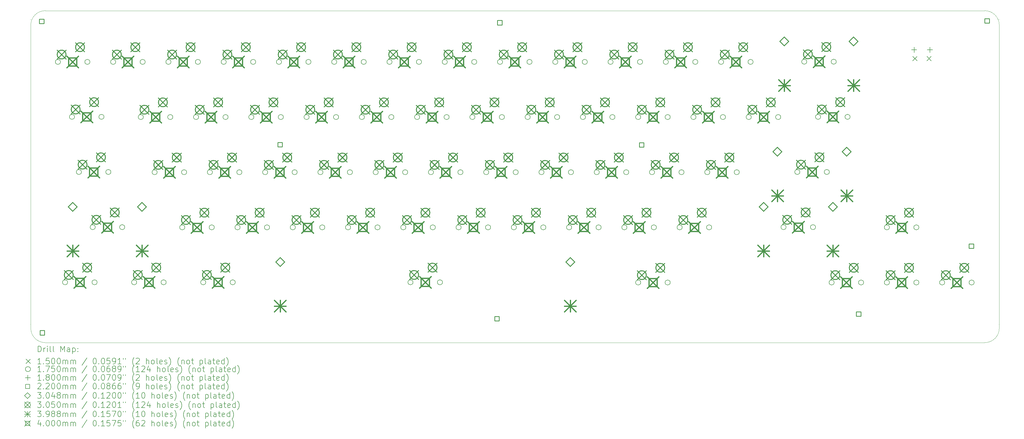
<source format=gbr>
%TF.GenerationSoftware,KiCad,Pcbnew,7.0.6*%
%TF.CreationDate,2023-09-10T15:29:36-07:00*%
%TF.ProjectId,keyjoy,6b65796a-6f79-42e6-9b69-6361645f7063,rev?*%
%TF.SameCoordinates,Original*%
%TF.FileFunction,Drillmap*%
%TF.FilePolarity,Positive*%
%FSLAX45Y45*%
G04 Gerber Fmt 4.5, Leading zero omitted, Abs format (unit mm)*
G04 Created by KiCad (PCBNEW 7.0.6) date 2023-09-10 15:29:36*
%MOMM*%
%LPD*%
G01*
G04 APERTURE LIST*
%ADD10C,0.100000*%
%ADD11C,0.200000*%
%ADD12C,0.150000*%
%ADD13C,0.175000*%
%ADD14C,0.180000*%
%ADD15C,0.220000*%
%ADD16C,0.304800*%
%ADD17C,0.305000*%
%ADD18C,0.398780*%
%ADD19C,0.400000*%
G04 APERTURE END LIST*
D10*
X14925005Y-26136365D02*
G75*
G03*
X15425009Y-26636365I500005J5D01*
G01*
X48310008Y-15669852D02*
G75*
G03*
X47810009Y-15169852I-499998J2D01*
G01*
D11*
X14925009Y-15479733D02*
G75*
G03*
X14925009Y-15479733I0J0D01*
G01*
D10*
X15425009Y-15169852D02*
X47810009Y-15169852D01*
X47810009Y-26636365D02*
X15425009Y-26636365D01*
X48310009Y-15669852D02*
X48310009Y-26136365D01*
X14925009Y-26136365D02*
X14925009Y-15669852D01*
X47810009Y-26636369D02*
G75*
G03*
X48310009Y-26136365I-9J500009D01*
G01*
D11*
X14925009Y-26004733D02*
G75*
G03*
X14925009Y-26004733I0J0D01*
G01*
D10*
X15425009Y-15169849D02*
G75*
G03*
X14925009Y-15669852I1J-500001D01*
G01*
D11*
X48310009Y-26004733D02*
G75*
G03*
X48310009Y-26004733I0J0D01*
G01*
X48310009Y-15479733D02*
G75*
G03*
X48310009Y-15479733I0J0D01*
G01*
D12*
X45329042Y-16747205D02*
X45479042Y-16897205D01*
X45479042Y-16747205D02*
X45329042Y-16897205D01*
X45814042Y-16747205D02*
X45964042Y-16897205D01*
X45964042Y-16747205D02*
X45814042Y-16897205D01*
D13*
X15948009Y-16939233D02*
G75*
G03*
X15948009Y-16939233I-87500J0D01*
G01*
X16195134Y-24552233D02*
G75*
G03*
X16195134Y-24552233I-87500J0D01*
G01*
X16433259Y-18837233D02*
G75*
G03*
X16433259Y-18837233I-87500J0D01*
G01*
X16671384Y-20742233D02*
G75*
G03*
X16671384Y-20742233I-87500J0D01*
G01*
X16964009Y-16939233D02*
G75*
G03*
X16964009Y-16939233I-87500J0D01*
G01*
X17147634Y-22647233D02*
G75*
G03*
X17147634Y-22647233I-87500J0D01*
G01*
X17211134Y-24552233D02*
G75*
G03*
X17211134Y-24552233I-87500J0D01*
G01*
X17449259Y-18837233D02*
G75*
G03*
X17449259Y-18837233I-87500J0D01*
G01*
X17687384Y-20742233D02*
G75*
G03*
X17687384Y-20742233I-87500J0D01*
G01*
X17853009Y-16939233D02*
G75*
G03*
X17853009Y-16939233I-87500J0D01*
G01*
X18163634Y-22647233D02*
G75*
G03*
X18163634Y-22647233I-87500J0D01*
G01*
X18576384Y-24552233D02*
G75*
G03*
X18576384Y-24552233I-87500J0D01*
G01*
X18805509Y-18844233D02*
G75*
G03*
X18805509Y-18844233I-87500J0D01*
G01*
X18869009Y-16939233D02*
G75*
G03*
X18869009Y-16939233I-87500J0D01*
G01*
X19281759Y-20749233D02*
G75*
G03*
X19281759Y-20749233I-87500J0D01*
G01*
X19592384Y-24552233D02*
G75*
G03*
X19592384Y-24552233I-87500J0D01*
G01*
X19758009Y-16939233D02*
G75*
G03*
X19758009Y-16939233I-87500J0D01*
G01*
X19821509Y-18844233D02*
G75*
G03*
X19821509Y-18844233I-87500J0D01*
G01*
X20234259Y-22654233D02*
G75*
G03*
X20234259Y-22654233I-87500J0D01*
G01*
X20297759Y-20749233D02*
G75*
G03*
X20297759Y-20749233I-87500J0D01*
G01*
X20710509Y-18844233D02*
G75*
G03*
X20710509Y-18844233I-87500J0D01*
G01*
X20774009Y-16939233D02*
G75*
G03*
X20774009Y-16939233I-87500J0D01*
G01*
X20957634Y-24552233D02*
G75*
G03*
X20957634Y-24552233I-87500J0D01*
G01*
X21186759Y-20749233D02*
G75*
G03*
X21186759Y-20749233I-87500J0D01*
G01*
X21250259Y-22654233D02*
G75*
G03*
X21250259Y-22654233I-87500J0D01*
G01*
X21663009Y-16939233D02*
G75*
G03*
X21663009Y-16939233I-87500J0D01*
G01*
X21726509Y-18844233D02*
G75*
G03*
X21726509Y-18844233I-87500J0D01*
G01*
X21973634Y-24552233D02*
G75*
G03*
X21973634Y-24552233I-87500J0D01*
G01*
X22139259Y-22654233D02*
G75*
G03*
X22139259Y-22654233I-87500J0D01*
G01*
X22202759Y-20749233D02*
G75*
G03*
X22202759Y-20749233I-87500J0D01*
G01*
X22615509Y-18844233D02*
G75*
G03*
X22615509Y-18844233I-87500J0D01*
G01*
X22679009Y-16939233D02*
G75*
G03*
X22679009Y-16939233I-87500J0D01*
G01*
X23091759Y-20749233D02*
G75*
G03*
X23091759Y-20749233I-87500J0D01*
G01*
X23155259Y-22654233D02*
G75*
G03*
X23155259Y-22654233I-87500J0D01*
G01*
X23568009Y-16939233D02*
G75*
G03*
X23568009Y-16939233I-87500J0D01*
G01*
X23631509Y-18844233D02*
G75*
G03*
X23631509Y-18844233I-87500J0D01*
G01*
X24044259Y-22654233D02*
G75*
G03*
X24044259Y-22654233I-87500J0D01*
G01*
X24107759Y-20749233D02*
G75*
G03*
X24107759Y-20749233I-87500J0D01*
G01*
X24520509Y-18844233D02*
G75*
G03*
X24520509Y-18844233I-87500J0D01*
G01*
X24584009Y-16939233D02*
G75*
G03*
X24584009Y-16939233I-87500J0D01*
G01*
X24996759Y-20749233D02*
G75*
G03*
X24996759Y-20749233I-87500J0D01*
G01*
X25060259Y-22654233D02*
G75*
G03*
X25060259Y-22654233I-87500J0D01*
G01*
X25473009Y-16939233D02*
G75*
G03*
X25473009Y-16939233I-87500J0D01*
G01*
X25536509Y-18844233D02*
G75*
G03*
X25536509Y-18844233I-87500J0D01*
G01*
X25949259Y-22654233D02*
G75*
G03*
X25949259Y-22654233I-87500J0D01*
G01*
X26012759Y-20749233D02*
G75*
G03*
X26012759Y-20749233I-87500J0D01*
G01*
X26425509Y-18844233D02*
G75*
G03*
X26425509Y-18844233I-87500J0D01*
G01*
X26489009Y-16939233D02*
G75*
G03*
X26489009Y-16939233I-87500J0D01*
G01*
X26901759Y-20749233D02*
G75*
G03*
X26901759Y-20749233I-87500J0D01*
G01*
X26965259Y-22654233D02*
G75*
G03*
X26965259Y-22654233I-87500J0D01*
G01*
X27378009Y-16939233D02*
G75*
G03*
X27378009Y-16939233I-87500J0D01*
G01*
X27441509Y-18844233D02*
G75*
G03*
X27441509Y-18844233I-87500J0D01*
G01*
X27854259Y-22654233D02*
G75*
G03*
X27854259Y-22654233I-87500J0D01*
G01*
X27917759Y-20749233D02*
G75*
G03*
X27917759Y-20749233I-87500J0D01*
G01*
X28101384Y-24552233D02*
G75*
G03*
X28101384Y-24552233I-87500J0D01*
G01*
X28330509Y-18844233D02*
G75*
G03*
X28330509Y-18844233I-87500J0D01*
G01*
X28394009Y-16939233D02*
G75*
G03*
X28394009Y-16939233I-87500J0D01*
G01*
X28806759Y-20749233D02*
G75*
G03*
X28806759Y-20749233I-87500J0D01*
G01*
X28870259Y-22654233D02*
G75*
G03*
X28870259Y-22654233I-87500J0D01*
G01*
X29117384Y-24552233D02*
G75*
G03*
X29117384Y-24552233I-87500J0D01*
G01*
X29283009Y-16939233D02*
G75*
G03*
X29283009Y-16939233I-87500J0D01*
G01*
X29346509Y-18844233D02*
G75*
G03*
X29346509Y-18844233I-87500J0D01*
G01*
X29759259Y-22654233D02*
G75*
G03*
X29759259Y-22654233I-87500J0D01*
G01*
X29822759Y-20749233D02*
G75*
G03*
X29822759Y-20749233I-87500J0D01*
G01*
X30235509Y-18844233D02*
G75*
G03*
X30235509Y-18844233I-87500J0D01*
G01*
X30299009Y-16939233D02*
G75*
G03*
X30299009Y-16939233I-87500J0D01*
G01*
X30711759Y-20749233D02*
G75*
G03*
X30711759Y-20749233I-87500J0D01*
G01*
X30775259Y-22654233D02*
G75*
G03*
X30775259Y-22654233I-87500J0D01*
G01*
X31188009Y-16939233D02*
G75*
G03*
X31188009Y-16939233I-87500J0D01*
G01*
X31251509Y-18844233D02*
G75*
G03*
X31251509Y-18844233I-87500J0D01*
G01*
X31664259Y-22654233D02*
G75*
G03*
X31664259Y-22654233I-87500J0D01*
G01*
X31727759Y-20749233D02*
G75*
G03*
X31727759Y-20749233I-87500J0D01*
G01*
X32140509Y-18844233D02*
G75*
G03*
X32140509Y-18844233I-87500J0D01*
G01*
X32204009Y-16939233D02*
G75*
G03*
X32204009Y-16939233I-87500J0D01*
G01*
X32616759Y-20749233D02*
G75*
G03*
X32616759Y-20749233I-87500J0D01*
G01*
X32680259Y-22654233D02*
G75*
G03*
X32680259Y-22654233I-87500J0D01*
G01*
X33093009Y-16939233D02*
G75*
G03*
X33093009Y-16939233I-87500J0D01*
G01*
X33156509Y-18844233D02*
G75*
G03*
X33156509Y-18844233I-87500J0D01*
G01*
X33569259Y-22654233D02*
G75*
G03*
X33569259Y-22654233I-87500J0D01*
G01*
X33632759Y-20749233D02*
G75*
G03*
X33632759Y-20749233I-87500J0D01*
G01*
X34045509Y-18844233D02*
G75*
G03*
X34045509Y-18844233I-87500J0D01*
G01*
X34109009Y-16939233D02*
G75*
G03*
X34109009Y-16939233I-87500J0D01*
G01*
X34521759Y-20749233D02*
G75*
G03*
X34521759Y-20749233I-87500J0D01*
G01*
X34585259Y-22654233D02*
G75*
G03*
X34585259Y-22654233I-87500J0D01*
G01*
X34998009Y-16939233D02*
G75*
G03*
X34998009Y-16939233I-87500J0D01*
G01*
X35061509Y-18844233D02*
G75*
G03*
X35061509Y-18844233I-87500J0D01*
G01*
X35474259Y-22654233D02*
G75*
G03*
X35474259Y-22654233I-87500J0D01*
G01*
X35537759Y-20749233D02*
G75*
G03*
X35537759Y-20749233I-87500J0D01*
G01*
X35950509Y-18844233D02*
G75*
G03*
X35950509Y-18844233I-87500J0D01*
G01*
X35950509Y-24559233D02*
G75*
G03*
X35950509Y-24559233I-87500J0D01*
G01*
X36014009Y-16939233D02*
G75*
G03*
X36014009Y-16939233I-87500J0D01*
G01*
X36426759Y-20749233D02*
G75*
G03*
X36426759Y-20749233I-87500J0D01*
G01*
X36490259Y-22654233D02*
G75*
G03*
X36490259Y-22654233I-87500J0D01*
G01*
X36903009Y-16939233D02*
G75*
G03*
X36903009Y-16939233I-87500J0D01*
G01*
X36966509Y-18844233D02*
G75*
G03*
X36966509Y-18844233I-87500J0D01*
G01*
X36966509Y-24559233D02*
G75*
G03*
X36966509Y-24559233I-87500J0D01*
G01*
X37379259Y-22654233D02*
G75*
G03*
X37379259Y-22654233I-87500J0D01*
G01*
X37442759Y-20749233D02*
G75*
G03*
X37442759Y-20749233I-87500J0D01*
G01*
X37855509Y-18844233D02*
G75*
G03*
X37855509Y-18844233I-87500J0D01*
G01*
X37919009Y-16939233D02*
G75*
G03*
X37919009Y-16939233I-87500J0D01*
G01*
X38331759Y-20749233D02*
G75*
G03*
X38331759Y-20749233I-87500J0D01*
G01*
X38395259Y-22654233D02*
G75*
G03*
X38395259Y-22654233I-87500J0D01*
G01*
X38808009Y-16939233D02*
G75*
G03*
X38808009Y-16939233I-87500J0D01*
G01*
X38871509Y-18844233D02*
G75*
G03*
X38871509Y-18844233I-87500J0D01*
G01*
X39347759Y-20749233D02*
G75*
G03*
X39347759Y-20749233I-87500J0D01*
G01*
X39760509Y-18844233D02*
G75*
G03*
X39760509Y-18844233I-87500J0D01*
G01*
X39824009Y-16939233D02*
G75*
G03*
X39824009Y-16939233I-87500J0D01*
G01*
X40776509Y-18844233D02*
G75*
G03*
X40776509Y-18844233I-87500J0D01*
G01*
X40960134Y-22647233D02*
G75*
G03*
X40960134Y-22647233I-87500J0D01*
G01*
X41436384Y-20742233D02*
G75*
G03*
X41436384Y-20742233I-87500J0D01*
G01*
X41674509Y-16932233D02*
G75*
G03*
X41674509Y-16932233I-87500J0D01*
G01*
X41976134Y-22647233D02*
G75*
G03*
X41976134Y-22647233I-87500J0D01*
G01*
X42150759Y-18837233D02*
G75*
G03*
X42150759Y-18837233I-87500J0D01*
G01*
X42452384Y-20742233D02*
G75*
G03*
X42452384Y-20742233I-87500J0D01*
G01*
X42618009Y-24559233D02*
G75*
G03*
X42618009Y-24559233I-87500J0D01*
G01*
X42690509Y-16932233D02*
G75*
G03*
X42690509Y-16932233I-87500J0D01*
G01*
X43166759Y-18837233D02*
G75*
G03*
X43166759Y-18837233I-87500J0D01*
G01*
X43634009Y-24559233D02*
G75*
G03*
X43634009Y-24559233I-87500J0D01*
G01*
X44523009Y-22654233D02*
G75*
G03*
X44523009Y-22654233I-87500J0D01*
G01*
X44523009Y-24559233D02*
G75*
G03*
X44523009Y-24559233I-87500J0D01*
G01*
X45539009Y-22654233D02*
G75*
G03*
X45539009Y-22654233I-87500J0D01*
G01*
X45539009Y-24559233D02*
G75*
G03*
X45539009Y-24559233I-87500J0D01*
G01*
X46428009Y-24559233D02*
G75*
G03*
X46428009Y-24559233I-87500J0D01*
G01*
X47444009Y-24559233D02*
G75*
G03*
X47444009Y-24559233I-87500J0D01*
G01*
D14*
X45374042Y-16429205D02*
X45374042Y-16609205D01*
X45284042Y-16519205D02*
X45464042Y-16519205D01*
X45919042Y-16429205D02*
X45919042Y-16609205D01*
X45829042Y-16519205D02*
X46009042Y-16519205D01*
D15*
X15378582Y-15616330D02*
X15378582Y-15460765D01*
X15223017Y-15460765D01*
X15223017Y-15616330D01*
X15378582Y-15616330D01*
X15397668Y-26373304D02*
X15397668Y-26217739D01*
X15242103Y-26217739D01*
X15242103Y-26373304D01*
X15397668Y-26373304D01*
X23592928Y-19873350D02*
X23592928Y-19717785D01*
X23437363Y-19717785D01*
X23437363Y-19873350D01*
X23592928Y-19873350D01*
X31068631Y-25887902D02*
X31068631Y-25732337D01*
X30913066Y-25732337D01*
X30913066Y-25887902D01*
X31068631Y-25887902D01*
X31168043Y-15662116D02*
X31168043Y-15506551D01*
X31012478Y-15506551D01*
X31012478Y-15662116D01*
X31168043Y-15662116D01*
X36059334Y-19884543D02*
X36059334Y-19728978D01*
X35903769Y-19728978D01*
X35903769Y-19884543D01*
X36059334Y-19884543D01*
X43537651Y-25724012D02*
X43537651Y-25568447D01*
X43382086Y-25568447D01*
X43382086Y-25724012D01*
X43537651Y-25724012D01*
X47422417Y-23381833D02*
X47422417Y-23226268D01*
X47266852Y-23226268D01*
X47266852Y-23381833D01*
X47422417Y-23381833D01*
X47967063Y-15599460D02*
X47967063Y-15443895D01*
X47811498Y-15443895D01*
X47811498Y-15599460D01*
X47967063Y-15599460D01*
D16*
X16374334Y-22101133D02*
X16526734Y-21948733D01*
X16374334Y-21796333D01*
X16221934Y-21948733D01*
X16374334Y-22101133D01*
X18761934Y-22101133D02*
X18914334Y-21948733D01*
X18761934Y-21796333D01*
X18609534Y-21948733D01*
X18761934Y-22101133D01*
X23523708Y-24006103D02*
X23676108Y-23853703D01*
X23523708Y-23701303D01*
X23371308Y-23853703D01*
X23523708Y-24006103D01*
X33523708Y-24006103D02*
X33676108Y-23853703D01*
X33523708Y-23701303D01*
X33371308Y-23853703D01*
X33523708Y-24006103D01*
X40186834Y-22101133D02*
X40339234Y-21948733D01*
X40186834Y-21796333D01*
X40034434Y-21948733D01*
X40186834Y-22101133D01*
X40663084Y-20196133D02*
X40815484Y-20043733D01*
X40663084Y-19891333D01*
X40510684Y-20043733D01*
X40663084Y-20196133D01*
X40901209Y-16386133D02*
X41053609Y-16233733D01*
X40901209Y-16081333D01*
X40748809Y-16233733D01*
X40901209Y-16386133D01*
X42574434Y-22101133D02*
X42726834Y-21948733D01*
X42574434Y-21796333D01*
X42422034Y-21948733D01*
X42574434Y-22101133D01*
X43050684Y-20196133D02*
X43203084Y-20043733D01*
X43050684Y-19891333D01*
X42898284Y-20043733D01*
X43050684Y-20196133D01*
X43288809Y-16386133D02*
X43441209Y-16233733D01*
X43288809Y-16081333D01*
X43136409Y-16233733D01*
X43288809Y-16386133D01*
D17*
X15835009Y-16532733D02*
X16140009Y-16837733D01*
X16140009Y-16532733D02*
X15835009Y-16837733D01*
X16140009Y-16685233D02*
G75*
G03*
X16140009Y-16685233I-152500J0D01*
G01*
X16082134Y-24145733D02*
X16387134Y-24450733D01*
X16387134Y-24145733D02*
X16082134Y-24450733D01*
X16387134Y-24298233D02*
G75*
G03*
X16387134Y-24298233I-152500J0D01*
G01*
X16320259Y-18430733D02*
X16625259Y-18735733D01*
X16625259Y-18430733D02*
X16320259Y-18735733D01*
X16625259Y-18583233D02*
G75*
G03*
X16625259Y-18583233I-152500J0D01*
G01*
X16470009Y-16278733D02*
X16775009Y-16583733D01*
X16775009Y-16278733D02*
X16470009Y-16583733D01*
X16775009Y-16431233D02*
G75*
G03*
X16775009Y-16431233I-152500J0D01*
G01*
X16558384Y-20335733D02*
X16863384Y-20640733D01*
X16863384Y-20335733D02*
X16558384Y-20640733D01*
X16863384Y-20488233D02*
G75*
G03*
X16863384Y-20488233I-152500J0D01*
G01*
X16717134Y-23891733D02*
X17022134Y-24196733D01*
X17022134Y-23891733D02*
X16717134Y-24196733D01*
X17022134Y-24044233D02*
G75*
G03*
X17022134Y-24044233I-152500J0D01*
G01*
X16955259Y-18176733D02*
X17260259Y-18481733D01*
X17260259Y-18176733D02*
X16955259Y-18481733D01*
X17260259Y-18329233D02*
G75*
G03*
X17260259Y-18329233I-152500J0D01*
G01*
X17034634Y-22240733D02*
X17339634Y-22545733D01*
X17339634Y-22240733D02*
X17034634Y-22545733D01*
X17339634Y-22393233D02*
G75*
G03*
X17339634Y-22393233I-152500J0D01*
G01*
X17193384Y-20081733D02*
X17498384Y-20386733D01*
X17498384Y-20081733D02*
X17193384Y-20386733D01*
X17498384Y-20234233D02*
G75*
G03*
X17498384Y-20234233I-152500J0D01*
G01*
X17669634Y-21986733D02*
X17974634Y-22291733D01*
X17974634Y-21986733D02*
X17669634Y-22291733D01*
X17974634Y-22139233D02*
G75*
G03*
X17974634Y-22139233I-152500J0D01*
G01*
X17740009Y-16532733D02*
X18045009Y-16837733D01*
X18045009Y-16532733D02*
X17740009Y-16837733D01*
X18045009Y-16685233D02*
G75*
G03*
X18045009Y-16685233I-152500J0D01*
G01*
X18375009Y-16278733D02*
X18680009Y-16583733D01*
X18680009Y-16278733D02*
X18375009Y-16583733D01*
X18680009Y-16431233D02*
G75*
G03*
X18680009Y-16431233I-152500J0D01*
G01*
X18463384Y-24145733D02*
X18768384Y-24450733D01*
X18768384Y-24145733D02*
X18463384Y-24450733D01*
X18768384Y-24298233D02*
G75*
G03*
X18768384Y-24298233I-152500J0D01*
G01*
X18692509Y-18437733D02*
X18997509Y-18742733D01*
X18997509Y-18437733D02*
X18692509Y-18742733D01*
X18997509Y-18590233D02*
G75*
G03*
X18997509Y-18590233I-152500J0D01*
G01*
X19098384Y-23891733D02*
X19403384Y-24196733D01*
X19403384Y-23891733D02*
X19098384Y-24196733D01*
X19403384Y-24044233D02*
G75*
G03*
X19403384Y-24044233I-152500J0D01*
G01*
X19168759Y-20342733D02*
X19473759Y-20647733D01*
X19473759Y-20342733D02*
X19168759Y-20647733D01*
X19473759Y-20495233D02*
G75*
G03*
X19473759Y-20495233I-152500J0D01*
G01*
X19327509Y-18183733D02*
X19632509Y-18488733D01*
X19632509Y-18183733D02*
X19327509Y-18488733D01*
X19632509Y-18336233D02*
G75*
G03*
X19632509Y-18336233I-152500J0D01*
G01*
X19645009Y-16532733D02*
X19950009Y-16837733D01*
X19950009Y-16532733D02*
X19645009Y-16837733D01*
X19950009Y-16685233D02*
G75*
G03*
X19950009Y-16685233I-152500J0D01*
G01*
X19803759Y-20088733D02*
X20108759Y-20393733D01*
X20108759Y-20088733D02*
X19803759Y-20393733D01*
X20108759Y-20241233D02*
G75*
G03*
X20108759Y-20241233I-152500J0D01*
G01*
X20121259Y-22247733D02*
X20426259Y-22552733D01*
X20426259Y-22247733D02*
X20121259Y-22552733D01*
X20426259Y-22400233D02*
G75*
G03*
X20426259Y-22400233I-152500J0D01*
G01*
X20280009Y-16278733D02*
X20585009Y-16583733D01*
X20585009Y-16278733D02*
X20280009Y-16583733D01*
X20585009Y-16431233D02*
G75*
G03*
X20585009Y-16431233I-152500J0D01*
G01*
X20597509Y-18437733D02*
X20902509Y-18742733D01*
X20902509Y-18437733D02*
X20597509Y-18742733D01*
X20902509Y-18590233D02*
G75*
G03*
X20902509Y-18590233I-152500J0D01*
G01*
X20756259Y-21993733D02*
X21061259Y-22298733D01*
X21061259Y-21993733D02*
X20756259Y-22298733D01*
X21061259Y-22146233D02*
G75*
G03*
X21061259Y-22146233I-152500J0D01*
G01*
X20844634Y-24145733D02*
X21149634Y-24450733D01*
X21149634Y-24145733D02*
X20844634Y-24450733D01*
X21149634Y-24298233D02*
G75*
G03*
X21149634Y-24298233I-152500J0D01*
G01*
X21073759Y-20342733D02*
X21378759Y-20647733D01*
X21378759Y-20342733D02*
X21073759Y-20647733D01*
X21378759Y-20495233D02*
G75*
G03*
X21378759Y-20495233I-152500J0D01*
G01*
X21232509Y-18183733D02*
X21537509Y-18488733D01*
X21537509Y-18183733D02*
X21232509Y-18488733D01*
X21537509Y-18336233D02*
G75*
G03*
X21537509Y-18336233I-152500J0D01*
G01*
X21479634Y-23891733D02*
X21784634Y-24196733D01*
X21784634Y-23891733D02*
X21479634Y-24196733D01*
X21784634Y-24044233D02*
G75*
G03*
X21784634Y-24044233I-152500J0D01*
G01*
X21550009Y-16532733D02*
X21855009Y-16837733D01*
X21855009Y-16532733D02*
X21550009Y-16837733D01*
X21855009Y-16685233D02*
G75*
G03*
X21855009Y-16685233I-152500J0D01*
G01*
X21708759Y-20088733D02*
X22013759Y-20393733D01*
X22013759Y-20088733D02*
X21708759Y-20393733D01*
X22013759Y-20241233D02*
G75*
G03*
X22013759Y-20241233I-152500J0D01*
G01*
X22026259Y-22247733D02*
X22331259Y-22552733D01*
X22331259Y-22247733D02*
X22026259Y-22552733D01*
X22331259Y-22400233D02*
G75*
G03*
X22331259Y-22400233I-152500J0D01*
G01*
X22185009Y-16278733D02*
X22490009Y-16583733D01*
X22490009Y-16278733D02*
X22185009Y-16583733D01*
X22490009Y-16431233D02*
G75*
G03*
X22490009Y-16431233I-152500J0D01*
G01*
X22502509Y-18437733D02*
X22807509Y-18742733D01*
X22807509Y-18437733D02*
X22502509Y-18742733D01*
X22807509Y-18590233D02*
G75*
G03*
X22807509Y-18590233I-152500J0D01*
G01*
X22661259Y-21993733D02*
X22966259Y-22298733D01*
X22966259Y-21993733D02*
X22661259Y-22298733D01*
X22966259Y-22146233D02*
G75*
G03*
X22966259Y-22146233I-152500J0D01*
G01*
X22978759Y-20342733D02*
X23283759Y-20647733D01*
X23283759Y-20342733D02*
X22978759Y-20647733D01*
X23283759Y-20495233D02*
G75*
G03*
X23283759Y-20495233I-152500J0D01*
G01*
X23137509Y-18183733D02*
X23442509Y-18488733D01*
X23442509Y-18183733D02*
X23137509Y-18488733D01*
X23442509Y-18336233D02*
G75*
G03*
X23442509Y-18336233I-152500J0D01*
G01*
X23455009Y-16532733D02*
X23760009Y-16837733D01*
X23760009Y-16532733D02*
X23455009Y-16837733D01*
X23760009Y-16685233D02*
G75*
G03*
X23760009Y-16685233I-152500J0D01*
G01*
X23613759Y-20088733D02*
X23918759Y-20393733D01*
X23918759Y-20088733D02*
X23613759Y-20393733D01*
X23918759Y-20241233D02*
G75*
G03*
X23918759Y-20241233I-152500J0D01*
G01*
X23931259Y-22247733D02*
X24236259Y-22552733D01*
X24236259Y-22247733D02*
X23931259Y-22552733D01*
X24236259Y-22400233D02*
G75*
G03*
X24236259Y-22400233I-152500J0D01*
G01*
X24090009Y-16278733D02*
X24395009Y-16583733D01*
X24395009Y-16278733D02*
X24090009Y-16583733D01*
X24395009Y-16431233D02*
G75*
G03*
X24395009Y-16431233I-152500J0D01*
G01*
X24407509Y-18437733D02*
X24712509Y-18742733D01*
X24712509Y-18437733D02*
X24407509Y-18742733D01*
X24712509Y-18590233D02*
G75*
G03*
X24712509Y-18590233I-152500J0D01*
G01*
X24566259Y-21993733D02*
X24871259Y-22298733D01*
X24871259Y-21993733D02*
X24566259Y-22298733D01*
X24871259Y-22146233D02*
G75*
G03*
X24871259Y-22146233I-152500J0D01*
G01*
X24883759Y-20342733D02*
X25188759Y-20647733D01*
X25188759Y-20342733D02*
X24883759Y-20647733D01*
X25188759Y-20495233D02*
G75*
G03*
X25188759Y-20495233I-152500J0D01*
G01*
X25042509Y-18183733D02*
X25347509Y-18488733D01*
X25347509Y-18183733D02*
X25042509Y-18488733D01*
X25347509Y-18336233D02*
G75*
G03*
X25347509Y-18336233I-152500J0D01*
G01*
X25360009Y-16532733D02*
X25665009Y-16837733D01*
X25665009Y-16532733D02*
X25360009Y-16837733D01*
X25665009Y-16685233D02*
G75*
G03*
X25665009Y-16685233I-152500J0D01*
G01*
X25518759Y-20088733D02*
X25823759Y-20393733D01*
X25823759Y-20088733D02*
X25518759Y-20393733D01*
X25823759Y-20241233D02*
G75*
G03*
X25823759Y-20241233I-152500J0D01*
G01*
X25836259Y-22247733D02*
X26141259Y-22552733D01*
X26141259Y-22247733D02*
X25836259Y-22552733D01*
X26141259Y-22400233D02*
G75*
G03*
X26141259Y-22400233I-152500J0D01*
G01*
X25995009Y-16278733D02*
X26300009Y-16583733D01*
X26300009Y-16278733D02*
X25995009Y-16583733D01*
X26300009Y-16431233D02*
G75*
G03*
X26300009Y-16431233I-152500J0D01*
G01*
X26312509Y-18437733D02*
X26617509Y-18742733D01*
X26617509Y-18437733D02*
X26312509Y-18742733D01*
X26617509Y-18590233D02*
G75*
G03*
X26617509Y-18590233I-152500J0D01*
G01*
X26471259Y-21993733D02*
X26776259Y-22298733D01*
X26776259Y-21993733D02*
X26471259Y-22298733D01*
X26776259Y-22146233D02*
G75*
G03*
X26776259Y-22146233I-152500J0D01*
G01*
X26788759Y-20342733D02*
X27093759Y-20647733D01*
X27093759Y-20342733D02*
X26788759Y-20647733D01*
X27093759Y-20495233D02*
G75*
G03*
X27093759Y-20495233I-152500J0D01*
G01*
X26947509Y-18183733D02*
X27252509Y-18488733D01*
X27252509Y-18183733D02*
X26947509Y-18488733D01*
X27252509Y-18336233D02*
G75*
G03*
X27252509Y-18336233I-152500J0D01*
G01*
X27265009Y-16532733D02*
X27570009Y-16837733D01*
X27570009Y-16532733D02*
X27265009Y-16837733D01*
X27570009Y-16685233D02*
G75*
G03*
X27570009Y-16685233I-152500J0D01*
G01*
X27423759Y-20088733D02*
X27728759Y-20393733D01*
X27728759Y-20088733D02*
X27423759Y-20393733D01*
X27728759Y-20241233D02*
G75*
G03*
X27728759Y-20241233I-152500J0D01*
G01*
X27741259Y-22247733D02*
X28046259Y-22552733D01*
X28046259Y-22247733D02*
X27741259Y-22552733D01*
X28046259Y-22400233D02*
G75*
G03*
X28046259Y-22400233I-152500J0D01*
G01*
X27900009Y-16278733D02*
X28205009Y-16583733D01*
X28205009Y-16278733D02*
X27900009Y-16583733D01*
X28205009Y-16431233D02*
G75*
G03*
X28205009Y-16431233I-152500J0D01*
G01*
X27988384Y-24145733D02*
X28293384Y-24450733D01*
X28293384Y-24145733D02*
X27988384Y-24450733D01*
X28293384Y-24298233D02*
G75*
G03*
X28293384Y-24298233I-152500J0D01*
G01*
X28217509Y-18437733D02*
X28522509Y-18742733D01*
X28522509Y-18437733D02*
X28217509Y-18742733D01*
X28522509Y-18590233D02*
G75*
G03*
X28522509Y-18590233I-152500J0D01*
G01*
X28376259Y-21993733D02*
X28681259Y-22298733D01*
X28681259Y-21993733D02*
X28376259Y-22298733D01*
X28681259Y-22146233D02*
G75*
G03*
X28681259Y-22146233I-152500J0D01*
G01*
X28623384Y-23891733D02*
X28928384Y-24196733D01*
X28928384Y-23891733D02*
X28623384Y-24196733D01*
X28928384Y-24044233D02*
G75*
G03*
X28928384Y-24044233I-152500J0D01*
G01*
X28693759Y-20342733D02*
X28998759Y-20647733D01*
X28998759Y-20342733D02*
X28693759Y-20647733D01*
X28998759Y-20495233D02*
G75*
G03*
X28998759Y-20495233I-152500J0D01*
G01*
X28852509Y-18183733D02*
X29157509Y-18488733D01*
X29157509Y-18183733D02*
X28852509Y-18488733D01*
X29157509Y-18336233D02*
G75*
G03*
X29157509Y-18336233I-152500J0D01*
G01*
X29170009Y-16532733D02*
X29475009Y-16837733D01*
X29475009Y-16532733D02*
X29170009Y-16837733D01*
X29475009Y-16685233D02*
G75*
G03*
X29475009Y-16685233I-152500J0D01*
G01*
X29328759Y-20088733D02*
X29633759Y-20393733D01*
X29633759Y-20088733D02*
X29328759Y-20393733D01*
X29633759Y-20241233D02*
G75*
G03*
X29633759Y-20241233I-152500J0D01*
G01*
X29646259Y-22247733D02*
X29951259Y-22552733D01*
X29951259Y-22247733D02*
X29646259Y-22552733D01*
X29951259Y-22400233D02*
G75*
G03*
X29951259Y-22400233I-152500J0D01*
G01*
X29805009Y-16278733D02*
X30110009Y-16583733D01*
X30110009Y-16278733D02*
X29805009Y-16583733D01*
X30110009Y-16431233D02*
G75*
G03*
X30110009Y-16431233I-152500J0D01*
G01*
X30122509Y-18437733D02*
X30427509Y-18742733D01*
X30427509Y-18437733D02*
X30122509Y-18742733D01*
X30427509Y-18590233D02*
G75*
G03*
X30427509Y-18590233I-152500J0D01*
G01*
X30281259Y-21993733D02*
X30586259Y-22298733D01*
X30586259Y-21993733D02*
X30281259Y-22298733D01*
X30586259Y-22146233D02*
G75*
G03*
X30586259Y-22146233I-152500J0D01*
G01*
X30598759Y-20342733D02*
X30903759Y-20647733D01*
X30903759Y-20342733D02*
X30598759Y-20647733D01*
X30903759Y-20495233D02*
G75*
G03*
X30903759Y-20495233I-152500J0D01*
G01*
X30757509Y-18183733D02*
X31062509Y-18488733D01*
X31062509Y-18183733D02*
X30757509Y-18488733D01*
X31062509Y-18336233D02*
G75*
G03*
X31062509Y-18336233I-152500J0D01*
G01*
X31075009Y-16532733D02*
X31380009Y-16837733D01*
X31380009Y-16532733D02*
X31075009Y-16837733D01*
X31380009Y-16685233D02*
G75*
G03*
X31380009Y-16685233I-152500J0D01*
G01*
X31233759Y-20088733D02*
X31538759Y-20393733D01*
X31538759Y-20088733D02*
X31233759Y-20393733D01*
X31538759Y-20241233D02*
G75*
G03*
X31538759Y-20241233I-152500J0D01*
G01*
X31551259Y-22247733D02*
X31856259Y-22552733D01*
X31856259Y-22247733D02*
X31551259Y-22552733D01*
X31856259Y-22400233D02*
G75*
G03*
X31856259Y-22400233I-152500J0D01*
G01*
X31710009Y-16278733D02*
X32015009Y-16583733D01*
X32015009Y-16278733D02*
X31710009Y-16583733D01*
X32015009Y-16431233D02*
G75*
G03*
X32015009Y-16431233I-152500J0D01*
G01*
X32027509Y-18437733D02*
X32332509Y-18742733D01*
X32332509Y-18437733D02*
X32027509Y-18742733D01*
X32332509Y-18590233D02*
G75*
G03*
X32332509Y-18590233I-152500J0D01*
G01*
X32186259Y-21993733D02*
X32491259Y-22298733D01*
X32491259Y-21993733D02*
X32186259Y-22298733D01*
X32491259Y-22146233D02*
G75*
G03*
X32491259Y-22146233I-152500J0D01*
G01*
X32503759Y-20342733D02*
X32808759Y-20647733D01*
X32808759Y-20342733D02*
X32503759Y-20647733D01*
X32808759Y-20495233D02*
G75*
G03*
X32808759Y-20495233I-152500J0D01*
G01*
X32662509Y-18183733D02*
X32967509Y-18488733D01*
X32967509Y-18183733D02*
X32662509Y-18488733D01*
X32967509Y-18336233D02*
G75*
G03*
X32967509Y-18336233I-152500J0D01*
G01*
X32980009Y-16532733D02*
X33285009Y-16837733D01*
X33285009Y-16532733D02*
X32980009Y-16837733D01*
X33285009Y-16685233D02*
G75*
G03*
X33285009Y-16685233I-152500J0D01*
G01*
X33138759Y-20088733D02*
X33443759Y-20393733D01*
X33443759Y-20088733D02*
X33138759Y-20393733D01*
X33443759Y-20241233D02*
G75*
G03*
X33443759Y-20241233I-152500J0D01*
G01*
X33456259Y-22247733D02*
X33761259Y-22552733D01*
X33761259Y-22247733D02*
X33456259Y-22552733D01*
X33761259Y-22400233D02*
G75*
G03*
X33761259Y-22400233I-152500J0D01*
G01*
X33615009Y-16278733D02*
X33920009Y-16583733D01*
X33920009Y-16278733D02*
X33615009Y-16583733D01*
X33920009Y-16431233D02*
G75*
G03*
X33920009Y-16431233I-152500J0D01*
G01*
X33932509Y-18437733D02*
X34237509Y-18742733D01*
X34237509Y-18437733D02*
X33932509Y-18742733D01*
X34237509Y-18590233D02*
G75*
G03*
X34237509Y-18590233I-152500J0D01*
G01*
X34091259Y-21993733D02*
X34396259Y-22298733D01*
X34396259Y-21993733D02*
X34091259Y-22298733D01*
X34396259Y-22146233D02*
G75*
G03*
X34396259Y-22146233I-152500J0D01*
G01*
X34408759Y-20342733D02*
X34713759Y-20647733D01*
X34713759Y-20342733D02*
X34408759Y-20647733D01*
X34713759Y-20495233D02*
G75*
G03*
X34713759Y-20495233I-152500J0D01*
G01*
X34567509Y-18183733D02*
X34872509Y-18488733D01*
X34872509Y-18183733D02*
X34567509Y-18488733D01*
X34872509Y-18336233D02*
G75*
G03*
X34872509Y-18336233I-152500J0D01*
G01*
X34885009Y-16532733D02*
X35190009Y-16837733D01*
X35190009Y-16532733D02*
X34885009Y-16837733D01*
X35190009Y-16685233D02*
G75*
G03*
X35190009Y-16685233I-152500J0D01*
G01*
X35043759Y-20088733D02*
X35348759Y-20393733D01*
X35348759Y-20088733D02*
X35043759Y-20393733D01*
X35348759Y-20241233D02*
G75*
G03*
X35348759Y-20241233I-152500J0D01*
G01*
X35361259Y-22247733D02*
X35666259Y-22552733D01*
X35666259Y-22247733D02*
X35361259Y-22552733D01*
X35666259Y-22400233D02*
G75*
G03*
X35666259Y-22400233I-152500J0D01*
G01*
X35520009Y-16278733D02*
X35825009Y-16583733D01*
X35825009Y-16278733D02*
X35520009Y-16583733D01*
X35825009Y-16431233D02*
G75*
G03*
X35825009Y-16431233I-152500J0D01*
G01*
X35837509Y-18437733D02*
X36142509Y-18742733D01*
X36142509Y-18437733D02*
X35837509Y-18742733D01*
X36142509Y-18590233D02*
G75*
G03*
X36142509Y-18590233I-152500J0D01*
G01*
X35837509Y-24152733D02*
X36142509Y-24457733D01*
X36142509Y-24152733D02*
X35837509Y-24457733D01*
X36142509Y-24305233D02*
G75*
G03*
X36142509Y-24305233I-152500J0D01*
G01*
X35996259Y-21993733D02*
X36301259Y-22298733D01*
X36301259Y-21993733D02*
X35996259Y-22298733D01*
X36301259Y-22146233D02*
G75*
G03*
X36301259Y-22146233I-152500J0D01*
G01*
X36313759Y-20342733D02*
X36618759Y-20647733D01*
X36618759Y-20342733D02*
X36313759Y-20647733D01*
X36618759Y-20495233D02*
G75*
G03*
X36618759Y-20495233I-152500J0D01*
G01*
X36472509Y-18183733D02*
X36777509Y-18488733D01*
X36777509Y-18183733D02*
X36472509Y-18488733D01*
X36777509Y-18336233D02*
G75*
G03*
X36777509Y-18336233I-152500J0D01*
G01*
X36472509Y-23898733D02*
X36777509Y-24203733D01*
X36777509Y-23898733D02*
X36472509Y-24203733D01*
X36777509Y-24051233D02*
G75*
G03*
X36777509Y-24051233I-152500J0D01*
G01*
X36790009Y-16532733D02*
X37095009Y-16837733D01*
X37095009Y-16532733D02*
X36790009Y-16837733D01*
X37095009Y-16685233D02*
G75*
G03*
X37095009Y-16685233I-152500J0D01*
G01*
X36948759Y-20088733D02*
X37253759Y-20393733D01*
X37253759Y-20088733D02*
X36948759Y-20393733D01*
X37253759Y-20241233D02*
G75*
G03*
X37253759Y-20241233I-152500J0D01*
G01*
X37266259Y-22247733D02*
X37571259Y-22552733D01*
X37571259Y-22247733D02*
X37266259Y-22552733D01*
X37571259Y-22400233D02*
G75*
G03*
X37571259Y-22400233I-152500J0D01*
G01*
X37425009Y-16278733D02*
X37730009Y-16583733D01*
X37730009Y-16278733D02*
X37425009Y-16583733D01*
X37730009Y-16431233D02*
G75*
G03*
X37730009Y-16431233I-152500J0D01*
G01*
X37742509Y-18437733D02*
X38047509Y-18742733D01*
X38047509Y-18437733D02*
X37742509Y-18742733D01*
X38047509Y-18590233D02*
G75*
G03*
X38047509Y-18590233I-152500J0D01*
G01*
X37901259Y-21993733D02*
X38206259Y-22298733D01*
X38206259Y-21993733D02*
X37901259Y-22298733D01*
X38206259Y-22146233D02*
G75*
G03*
X38206259Y-22146233I-152500J0D01*
G01*
X38218759Y-20342733D02*
X38523759Y-20647733D01*
X38523759Y-20342733D02*
X38218759Y-20647733D01*
X38523759Y-20495233D02*
G75*
G03*
X38523759Y-20495233I-152500J0D01*
G01*
X38377509Y-18183733D02*
X38682509Y-18488733D01*
X38682509Y-18183733D02*
X38377509Y-18488733D01*
X38682509Y-18336233D02*
G75*
G03*
X38682509Y-18336233I-152500J0D01*
G01*
X38695009Y-16532733D02*
X39000009Y-16837733D01*
X39000009Y-16532733D02*
X38695009Y-16837733D01*
X39000009Y-16685233D02*
G75*
G03*
X39000009Y-16685233I-152500J0D01*
G01*
X38853759Y-20088733D02*
X39158759Y-20393733D01*
X39158759Y-20088733D02*
X38853759Y-20393733D01*
X39158759Y-20241233D02*
G75*
G03*
X39158759Y-20241233I-152500J0D01*
G01*
X39330009Y-16278733D02*
X39635009Y-16583733D01*
X39635009Y-16278733D02*
X39330009Y-16583733D01*
X39635009Y-16431233D02*
G75*
G03*
X39635009Y-16431233I-152500J0D01*
G01*
X39647509Y-18437733D02*
X39952509Y-18742733D01*
X39952509Y-18437733D02*
X39647509Y-18742733D01*
X39952509Y-18590233D02*
G75*
G03*
X39952509Y-18590233I-152500J0D01*
G01*
X40282509Y-18183733D02*
X40587509Y-18488733D01*
X40587509Y-18183733D02*
X40282509Y-18488733D01*
X40587509Y-18336233D02*
G75*
G03*
X40587509Y-18336233I-152500J0D01*
G01*
X40847134Y-22240733D02*
X41152134Y-22545733D01*
X41152134Y-22240733D02*
X40847134Y-22545733D01*
X41152134Y-22393233D02*
G75*
G03*
X41152134Y-22393233I-152500J0D01*
G01*
X41323384Y-20335733D02*
X41628384Y-20640733D01*
X41628384Y-20335733D02*
X41323384Y-20640733D01*
X41628384Y-20488233D02*
G75*
G03*
X41628384Y-20488233I-152500J0D01*
G01*
X41482134Y-21986733D02*
X41787134Y-22291733D01*
X41787134Y-21986733D02*
X41482134Y-22291733D01*
X41787134Y-22139233D02*
G75*
G03*
X41787134Y-22139233I-152500J0D01*
G01*
X41561509Y-16525733D02*
X41866509Y-16830733D01*
X41866509Y-16525733D02*
X41561509Y-16830733D01*
X41866509Y-16678233D02*
G75*
G03*
X41866509Y-16678233I-152500J0D01*
G01*
X41958384Y-20081733D02*
X42263384Y-20386733D01*
X42263384Y-20081733D02*
X41958384Y-20386733D01*
X42263384Y-20234233D02*
G75*
G03*
X42263384Y-20234233I-152500J0D01*
G01*
X42037759Y-18430733D02*
X42342759Y-18735733D01*
X42342759Y-18430733D02*
X42037759Y-18735733D01*
X42342759Y-18583233D02*
G75*
G03*
X42342759Y-18583233I-152500J0D01*
G01*
X42196509Y-16271733D02*
X42501509Y-16576733D01*
X42501509Y-16271733D02*
X42196509Y-16576733D01*
X42501509Y-16424233D02*
G75*
G03*
X42501509Y-16424233I-152500J0D01*
G01*
X42505009Y-24152733D02*
X42810009Y-24457733D01*
X42810009Y-24152733D02*
X42505009Y-24457733D01*
X42810009Y-24305233D02*
G75*
G03*
X42810009Y-24305233I-152500J0D01*
G01*
X42672759Y-18176733D02*
X42977759Y-18481733D01*
X42977759Y-18176733D02*
X42672759Y-18481733D01*
X42977759Y-18329233D02*
G75*
G03*
X42977759Y-18329233I-152500J0D01*
G01*
X43140009Y-23898733D02*
X43445009Y-24203733D01*
X43445009Y-23898733D02*
X43140009Y-24203733D01*
X43445009Y-24051233D02*
G75*
G03*
X43445009Y-24051233I-152500J0D01*
G01*
X44410009Y-22247733D02*
X44715009Y-22552733D01*
X44715009Y-22247733D02*
X44410009Y-22552733D01*
X44715009Y-22400233D02*
G75*
G03*
X44715009Y-22400233I-152500J0D01*
G01*
X44410009Y-24152733D02*
X44715009Y-24457733D01*
X44715009Y-24152733D02*
X44410009Y-24457733D01*
X44715009Y-24305233D02*
G75*
G03*
X44715009Y-24305233I-152500J0D01*
G01*
X45045009Y-21993733D02*
X45350009Y-22298733D01*
X45350009Y-21993733D02*
X45045009Y-22298733D01*
X45350009Y-22146233D02*
G75*
G03*
X45350009Y-22146233I-152500J0D01*
G01*
X45045009Y-23898733D02*
X45350009Y-24203733D01*
X45350009Y-23898733D02*
X45045009Y-24203733D01*
X45350009Y-24051233D02*
G75*
G03*
X45350009Y-24051233I-152500J0D01*
G01*
X46315009Y-24152733D02*
X46620009Y-24457733D01*
X46620009Y-24152733D02*
X46315009Y-24457733D01*
X46620009Y-24305233D02*
G75*
G03*
X46620009Y-24305233I-152500J0D01*
G01*
X46950009Y-23898733D02*
X47255009Y-24203733D01*
X47255009Y-23898733D02*
X46950009Y-24203733D01*
X47255009Y-24051233D02*
G75*
G03*
X47255009Y-24051233I-152500J0D01*
G01*
D18*
X16174944Y-23270343D02*
X16573724Y-23669123D01*
X16573724Y-23270343D02*
X16174944Y-23669123D01*
X16374334Y-23270343D02*
X16374334Y-23669123D01*
X16174944Y-23469733D02*
X16573724Y-23469733D01*
X18562544Y-23270343D02*
X18961324Y-23669123D01*
X18961324Y-23270343D02*
X18562544Y-23669123D01*
X18761934Y-23270343D02*
X18761934Y-23669123D01*
X18562544Y-23469733D02*
X18961324Y-23469733D01*
X23324318Y-25175313D02*
X23723098Y-25574093D01*
X23723098Y-25175313D02*
X23324318Y-25574093D01*
X23523708Y-25175313D02*
X23523708Y-25574093D01*
X23324318Y-25374703D02*
X23723098Y-25374703D01*
X33324318Y-25175313D02*
X33723098Y-25574093D01*
X33723098Y-25175313D02*
X33324318Y-25574093D01*
X33523708Y-25175313D02*
X33523708Y-25574093D01*
X33324318Y-25374703D02*
X33723098Y-25374703D01*
X39987444Y-23270343D02*
X40386224Y-23669123D01*
X40386224Y-23270343D02*
X39987444Y-23669123D01*
X40186834Y-23270343D02*
X40186834Y-23669123D01*
X39987444Y-23469733D02*
X40386224Y-23469733D01*
X40463694Y-21365343D02*
X40862474Y-21764123D01*
X40862474Y-21365343D02*
X40463694Y-21764123D01*
X40663084Y-21365343D02*
X40663084Y-21764123D01*
X40463694Y-21564733D02*
X40862474Y-21564733D01*
X40701819Y-17555343D02*
X41100599Y-17954123D01*
X41100599Y-17555343D02*
X40701819Y-17954123D01*
X40901209Y-17555343D02*
X40901209Y-17954123D01*
X40701819Y-17754733D02*
X41100599Y-17754733D01*
X42375044Y-23270343D02*
X42773824Y-23669123D01*
X42773824Y-23270343D02*
X42375044Y-23669123D01*
X42574434Y-23270343D02*
X42574434Y-23669123D01*
X42375044Y-23469733D02*
X42773824Y-23469733D01*
X42851294Y-21365343D02*
X43250074Y-21764123D01*
X43250074Y-21365343D02*
X42851294Y-21764123D01*
X43050684Y-21365343D02*
X43050684Y-21764123D01*
X42851294Y-21564733D02*
X43250074Y-21564733D01*
X43089419Y-17555343D02*
X43488199Y-17954123D01*
X43488199Y-17555343D02*
X43089419Y-17954123D01*
X43288809Y-17555343D02*
X43288809Y-17954123D01*
X43089419Y-17754733D02*
X43488199Y-17754733D01*
D19*
X16168509Y-16739233D02*
X16568509Y-17139233D01*
X16568509Y-16739233D02*
X16168509Y-17139233D01*
X16509932Y-17080656D02*
X16509932Y-16797811D01*
X16227086Y-16797811D01*
X16227086Y-17080656D01*
X16509932Y-17080656D01*
X16415634Y-24352233D02*
X16815634Y-24752233D01*
X16815634Y-24352233D02*
X16415634Y-24752233D01*
X16757057Y-24693656D02*
X16757057Y-24410811D01*
X16474211Y-24410811D01*
X16474211Y-24693656D01*
X16757057Y-24693656D01*
X16653759Y-18637233D02*
X17053759Y-19037233D01*
X17053759Y-18637233D02*
X16653759Y-19037233D01*
X16995182Y-18978656D02*
X16995182Y-18695811D01*
X16712336Y-18695811D01*
X16712336Y-18978656D01*
X16995182Y-18978656D01*
X16891884Y-20542233D02*
X17291884Y-20942233D01*
X17291884Y-20542233D02*
X16891884Y-20942233D01*
X17233307Y-20883656D02*
X17233307Y-20600811D01*
X16950461Y-20600811D01*
X16950461Y-20883656D01*
X17233307Y-20883656D01*
X17368134Y-22447233D02*
X17768134Y-22847233D01*
X17768134Y-22447233D02*
X17368134Y-22847233D01*
X17709557Y-22788656D02*
X17709557Y-22505811D01*
X17426711Y-22505811D01*
X17426711Y-22788656D01*
X17709557Y-22788656D01*
X18073509Y-16739233D02*
X18473509Y-17139233D01*
X18473509Y-16739233D02*
X18073509Y-17139233D01*
X18414932Y-17080656D02*
X18414932Y-16797811D01*
X18132086Y-16797811D01*
X18132086Y-17080656D01*
X18414932Y-17080656D01*
X18796884Y-24352233D02*
X19196884Y-24752233D01*
X19196884Y-24352233D02*
X18796884Y-24752233D01*
X19138307Y-24693656D02*
X19138307Y-24410811D01*
X18855461Y-24410811D01*
X18855461Y-24693656D01*
X19138307Y-24693656D01*
X19026009Y-18644233D02*
X19426009Y-19044233D01*
X19426009Y-18644233D02*
X19026009Y-19044233D01*
X19367432Y-18985656D02*
X19367432Y-18702811D01*
X19084586Y-18702811D01*
X19084586Y-18985656D01*
X19367432Y-18985656D01*
X19502259Y-20549233D02*
X19902259Y-20949233D01*
X19902259Y-20549233D02*
X19502259Y-20949233D01*
X19843682Y-20890656D02*
X19843682Y-20607811D01*
X19560836Y-20607811D01*
X19560836Y-20890656D01*
X19843682Y-20890656D01*
X19978509Y-16739233D02*
X20378509Y-17139233D01*
X20378509Y-16739233D02*
X19978509Y-17139233D01*
X20319932Y-17080656D02*
X20319932Y-16797811D01*
X20037086Y-16797811D01*
X20037086Y-17080656D01*
X20319932Y-17080656D01*
X20454759Y-22454233D02*
X20854759Y-22854233D01*
X20854759Y-22454233D02*
X20454759Y-22854233D01*
X20796182Y-22795656D02*
X20796182Y-22512811D01*
X20513336Y-22512811D01*
X20513336Y-22795656D01*
X20796182Y-22795656D01*
X20931009Y-18644233D02*
X21331009Y-19044233D01*
X21331009Y-18644233D02*
X20931009Y-19044233D01*
X21272432Y-18985656D02*
X21272432Y-18702811D01*
X20989586Y-18702811D01*
X20989586Y-18985656D01*
X21272432Y-18985656D01*
X21178134Y-24352233D02*
X21578134Y-24752233D01*
X21578134Y-24352233D02*
X21178134Y-24752233D01*
X21519557Y-24693656D02*
X21519557Y-24410811D01*
X21236711Y-24410811D01*
X21236711Y-24693656D01*
X21519557Y-24693656D01*
X21407259Y-20549233D02*
X21807259Y-20949233D01*
X21807259Y-20549233D02*
X21407259Y-20949233D01*
X21748682Y-20890656D02*
X21748682Y-20607811D01*
X21465836Y-20607811D01*
X21465836Y-20890656D01*
X21748682Y-20890656D01*
X21883509Y-16739233D02*
X22283509Y-17139233D01*
X22283509Y-16739233D02*
X21883509Y-17139233D01*
X22224932Y-17080656D02*
X22224932Y-16797811D01*
X21942086Y-16797811D01*
X21942086Y-17080656D01*
X22224932Y-17080656D01*
X22359759Y-22454233D02*
X22759759Y-22854233D01*
X22759759Y-22454233D02*
X22359759Y-22854233D01*
X22701182Y-22795656D02*
X22701182Y-22512811D01*
X22418336Y-22512811D01*
X22418336Y-22795656D01*
X22701182Y-22795656D01*
X22836009Y-18644233D02*
X23236009Y-19044233D01*
X23236009Y-18644233D02*
X22836009Y-19044233D01*
X23177432Y-18985656D02*
X23177432Y-18702811D01*
X22894586Y-18702811D01*
X22894586Y-18985656D01*
X23177432Y-18985656D01*
X23312259Y-20549233D02*
X23712259Y-20949233D01*
X23712259Y-20549233D02*
X23312259Y-20949233D01*
X23653682Y-20890656D02*
X23653682Y-20607811D01*
X23370836Y-20607811D01*
X23370836Y-20890656D01*
X23653682Y-20890656D01*
X23788509Y-16739233D02*
X24188509Y-17139233D01*
X24188509Y-16739233D02*
X23788509Y-17139233D01*
X24129932Y-17080656D02*
X24129932Y-16797811D01*
X23847086Y-16797811D01*
X23847086Y-17080656D01*
X24129932Y-17080656D01*
X24264759Y-22454233D02*
X24664759Y-22854233D01*
X24664759Y-22454233D02*
X24264759Y-22854233D01*
X24606182Y-22795656D02*
X24606182Y-22512811D01*
X24323336Y-22512811D01*
X24323336Y-22795656D01*
X24606182Y-22795656D01*
X24741009Y-18644233D02*
X25141009Y-19044233D01*
X25141009Y-18644233D02*
X24741009Y-19044233D01*
X25082432Y-18985656D02*
X25082432Y-18702811D01*
X24799586Y-18702811D01*
X24799586Y-18985656D01*
X25082432Y-18985656D01*
X25217259Y-20549233D02*
X25617259Y-20949233D01*
X25617259Y-20549233D02*
X25217259Y-20949233D01*
X25558682Y-20890656D02*
X25558682Y-20607811D01*
X25275836Y-20607811D01*
X25275836Y-20890656D01*
X25558682Y-20890656D01*
X25693509Y-16739233D02*
X26093509Y-17139233D01*
X26093509Y-16739233D02*
X25693509Y-17139233D01*
X26034932Y-17080656D02*
X26034932Y-16797811D01*
X25752086Y-16797811D01*
X25752086Y-17080656D01*
X26034932Y-17080656D01*
X26169759Y-22454233D02*
X26569759Y-22854233D01*
X26569759Y-22454233D02*
X26169759Y-22854233D01*
X26511182Y-22795656D02*
X26511182Y-22512811D01*
X26228336Y-22512811D01*
X26228336Y-22795656D01*
X26511182Y-22795656D01*
X26646009Y-18644233D02*
X27046009Y-19044233D01*
X27046009Y-18644233D02*
X26646009Y-19044233D01*
X26987432Y-18985656D02*
X26987432Y-18702811D01*
X26704586Y-18702811D01*
X26704586Y-18985656D01*
X26987432Y-18985656D01*
X27122259Y-20549233D02*
X27522259Y-20949233D01*
X27522259Y-20549233D02*
X27122259Y-20949233D01*
X27463682Y-20890656D02*
X27463682Y-20607811D01*
X27180836Y-20607811D01*
X27180836Y-20890656D01*
X27463682Y-20890656D01*
X27598509Y-16739233D02*
X27998509Y-17139233D01*
X27998509Y-16739233D02*
X27598509Y-17139233D01*
X27939932Y-17080656D02*
X27939932Y-16797811D01*
X27657086Y-16797811D01*
X27657086Y-17080656D01*
X27939932Y-17080656D01*
X28074759Y-22454233D02*
X28474759Y-22854233D01*
X28474759Y-22454233D02*
X28074759Y-22854233D01*
X28416182Y-22795656D02*
X28416182Y-22512811D01*
X28133336Y-22512811D01*
X28133336Y-22795656D01*
X28416182Y-22795656D01*
X28321884Y-24352233D02*
X28721884Y-24752233D01*
X28721884Y-24352233D02*
X28321884Y-24752233D01*
X28663307Y-24693656D02*
X28663307Y-24410811D01*
X28380461Y-24410811D01*
X28380461Y-24693656D01*
X28663307Y-24693656D01*
X28551009Y-18644233D02*
X28951009Y-19044233D01*
X28951009Y-18644233D02*
X28551009Y-19044233D01*
X28892432Y-18985656D02*
X28892432Y-18702811D01*
X28609586Y-18702811D01*
X28609586Y-18985656D01*
X28892432Y-18985656D01*
X29027259Y-20549233D02*
X29427259Y-20949233D01*
X29427259Y-20549233D02*
X29027259Y-20949233D01*
X29368682Y-20890656D02*
X29368682Y-20607811D01*
X29085836Y-20607811D01*
X29085836Y-20890656D01*
X29368682Y-20890656D01*
X29503509Y-16739233D02*
X29903509Y-17139233D01*
X29903509Y-16739233D02*
X29503509Y-17139233D01*
X29844932Y-17080656D02*
X29844932Y-16797811D01*
X29562086Y-16797811D01*
X29562086Y-17080656D01*
X29844932Y-17080656D01*
X29979759Y-22454233D02*
X30379759Y-22854233D01*
X30379759Y-22454233D02*
X29979759Y-22854233D01*
X30321182Y-22795656D02*
X30321182Y-22512811D01*
X30038336Y-22512811D01*
X30038336Y-22795656D01*
X30321182Y-22795656D01*
X30456009Y-18644233D02*
X30856009Y-19044233D01*
X30856009Y-18644233D02*
X30456009Y-19044233D01*
X30797432Y-18985656D02*
X30797432Y-18702811D01*
X30514586Y-18702811D01*
X30514586Y-18985656D01*
X30797432Y-18985656D01*
X30932259Y-20549233D02*
X31332259Y-20949233D01*
X31332259Y-20549233D02*
X30932259Y-20949233D01*
X31273682Y-20890656D02*
X31273682Y-20607811D01*
X30990836Y-20607811D01*
X30990836Y-20890656D01*
X31273682Y-20890656D01*
X31408509Y-16739233D02*
X31808509Y-17139233D01*
X31808509Y-16739233D02*
X31408509Y-17139233D01*
X31749932Y-17080656D02*
X31749932Y-16797811D01*
X31467086Y-16797811D01*
X31467086Y-17080656D01*
X31749932Y-17080656D01*
X31884759Y-22454233D02*
X32284759Y-22854233D01*
X32284759Y-22454233D02*
X31884759Y-22854233D01*
X32226182Y-22795656D02*
X32226182Y-22512811D01*
X31943336Y-22512811D01*
X31943336Y-22795656D01*
X32226182Y-22795656D01*
X32361009Y-18644233D02*
X32761009Y-19044233D01*
X32761009Y-18644233D02*
X32361009Y-19044233D01*
X32702432Y-18985656D02*
X32702432Y-18702811D01*
X32419586Y-18702811D01*
X32419586Y-18985656D01*
X32702432Y-18985656D01*
X32837259Y-20549233D02*
X33237259Y-20949233D01*
X33237259Y-20549233D02*
X32837259Y-20949233D01*
X33178682Y-20890656D02*
X33178682Y-20607811D01*
X32895836Y-20607811D01*
X32895836Y-20890656D01*
X33178682Y-20890656D01*
X33313509Y-16739233D02*
X33713509Y-17139233D01*
X33713509Y-16739233D02*
X33313509Y-17139233D01*
X33654932Y-17080656D02*
X33654932Y-16797811D01*
X33372086Y-16797811D01*
X33372086Y-17080656D01*
X33654932Y-17080656D01*
X33789759Y-22454233D02*
X34189759Y-22854233D01*
X34189759Y-22454233D02*
X33789759Y-22854233D01*
X34131182Y-22795656D02*
X34131182Y-22512811D01*
X33848336Y-22512811D01*
X33848336Y-22795656D01*
X34131182Y-22795656D01*
X34266009Y-18644233D02*
X34666009Y-19044233D01*
X34666009Y-18644233D02*
X34266009Y-19044233D01*
X34607432Y-18985656D02*
X34607432Y-18702811D01*
X34324586Y-18702811D01*
X34324586Y-18985656D01*
X34607432Y-18985656D01*
X34742259Y-20549233D02*
X35142259Y-20949233D01*
X35142259Y-20549233D02*
X34742259Y-20949233D01*
X35083682Y-20890656D02*
X35083682Y-20607811D01*
X34800836Y-20607811D01*
X34800836Y-20890656D01*
X35083682Y-20890656D01*
X35218509Y-16739233D02*
X35618509Y-17139233D01*
X35618509Y-16739233D02*
X35218509Y-17139233D01*
X35559932Y-17080656D02*
X35559932Y-16797811D01*
X35277086Y-16797811D01*
X35277086Y-17080656D01*
X35559932Y-17080656D01*
X35694759Y-22454233D02*
X36094759Y-22854233D01*
X36094759Y-22454233D02*
X35694759Y-22854233D01*
X36036182Y-22795656D02*
X36036182Y-22512811D01*
X35753336Y-22512811D01*
X35753336Y-22795656D01*
X36036182Y-22795656D01*
X36171009Y-18644233D02*
X36571009Y-19044233D01*
X36571009Y-18644233D02*
X36171009Y-19044233D01*
X36512432Y-18985656D02*
X36512432Y-18702811D01*
X36229586Y-18702811D01*
X36229586Y-18985656D01*
X36512432Y-18985656D01*
X36171009Y-24359233D02*
X36571009Y-24759233D01*
X36571009Y-24359233D02*
X36171009Y-24759233D01*
X36512432Y-24700656D02*
X36512432Y-24417811D01*
X36229586Y-24417811D01*
X36229586Y-24700656D01*
X36512432Y-24700656D01*
X36647259Y-20549233D02*
X37047259Y-20949233D01*
X37047259Y-20549233D02*
X36647259Y-20949233D01*
X36988682Y-20890656D02*
X36988682Y-20607811D01*
X36705836Y-20607811D01*
X36705836Y-20890656D01*
X36988682Y-20890656D01*
X37123509Y-16739233D02*
X37523509Y-17139233D01*
X37523509Y-16739233D02*
X37123509Y-17139233D01*
X37464932Y-17080656D02*
X37464932Y-16797811D01*
X37182086Y-16797811D01*
X37182086Y-17080656D01*
X37464932Y-17080656D01*
X37599759Y-22454233D02*
X37999759Y-22854233D01*
X37999759Y-22454233D02*
X37599759Y-22854233D01*
X37941182Y-22795656D02*
X37941182Y-22512811D01*
X37658336Y-22512811D01*
X37658336Y-22795656D01*
X37941182Y-22795656D01*
X38076009Y-18644233D02*
X38476009Y-19044233D01*
X38476009Y-18644233D02*
X38076009Y-19044233D01*
X38417432Y-18985656D02*
X38417432Y-18702811D01*
X38134586Y-18702811D01*
X38134586Y-18985656D01*
X38417432Y-18985656D01*
X38552259Y-20549233D02*
X38952259Y-20949233D01*
X38952259Y-20549233D02*
X38552259Y-20949233D01*
X38893682Y-20890656D02*
X38893682Y-20607811D01*
X38610836Y-20607811D01*
X38610836Y-20890656D01*
X38893682Y-20890656D01*
X39028509Y-16739233D02*
X39428509Y-17139233D01*
X39428509Y-16739233D02*
X39028509Y-17139233D01*
X39369932Y-17080656D02*
X39369932Y-16797811D01*
X39087086Y-16797811D01*
X39087086Y-17080656D01*
X39369932Y-17080656D01*
X39981009Y-18644233D02*
X40381009Y-19044233D01*
X40381009Y-18644233D02*
X39981009Y-19044233D01*
X40322432Y-18985656D02*
X40322432Y-18702811D01*
X40039586Y-18702811D01*
X40039586Y-18985656D01*
X40322432Y-18985656D01*
X41180634Y-22447233D02*
X41580634Y-22847233D01*
X41580634Y-22447233D02*
X41180634Y-22847233D01*
X41522057Y-22788656D02*
X41522057Y-22505811D01*
X41239211Y-22505811D01*
X41239211Y-22788656D01*
X41522057Y-22788656D01*
X41656884Y-20542233D02*
X42056884Y-20942233D01*
X42056884Y-20542233D02*
X41656884Y-20942233D01*
X41998307Y-20883656D02*
X41998307Y-20600811D01*
X41715461Y-20600811D01*
X41715461Y-20883656D01*
X41998307Y-20883656D01*
X41895009Y-16732233D02*
X42295009Y-17132233D01*
X42295009Y-16732233D02*
X41895009Y-17132233D01*
X42236432Y-17073656D02*
X42236432Y-16790811D01*
X41953586Y-16790811D01*
X41953586Y-17073656D01*
X42236432Y-17073656D01*
X42371259Y-18637233D02*
X42771259Y-19037233D01*
X42771259Y-18637233D02*
X42371259Y-19037233D01*
X42712682Y-18978656D02*
X42712682Y-18695811D01*
X42429836Y-18695811D01*
X42429836Y-18978656D01*
X42712682Y-18978656D01*
X42838509Y-24359233D02*
X43238509Y-24759233D01*
X43238509Y-24359233D02*
X42838509Y-24759233D01*
X43179932Y-24700656D02*
X43179932Y-24417811D01*
X42897086Y-24417811D01*
X42897086Y-24700656D01*
X43179932Y-24700656D01*
X44743509Y-22454233D02*
X45143509Y-22854233D01*
X45143509Y-22454233D02*
X44743509Y-22854233D01*
X45084932Y-22795656D02*
X45084932Y-22512811D01*
X44802086Y-22512811D01*
X44802086Y-22795656D01*
X45084932Y-22795656D01*
X44743509Y-24359233D02*
X45143509Y-24759233D01*
X45143509Y-24359233D02*
X44743509Y-24759233D01*
X45084932Y-24700656D02*
X45084932Y-24417811D01*
X44802086Y-24417811D01*
X44802086Y-24700656D01*
X45084932Y-24700656D01*
X46648509Y-24359233D02*
X47048509Y-24759233D01*
X47048509Y-24359233D02*
X46648509Y-24759233D01*
X46989932Y-24700656D02*
X46989932Y-24417811D01*
X46707086Y-24417811D01*
X46707086Y-24700656D01*
X46989932Y-24700656D01*
D11*
X15175786Y-26952849D02*
X15175786Y-26752849D01*
X15175786Y-26752849D02*
X15223405Y-26752849D01*
X15223405Y-26752849D02*
X15251976Y-26762372D01*
X15251976Y-26762372D02*
X15271024Y-26781420D01*
X15271024Y-26781420D02*
X15280548Y-26800468D01*
X15280548Y-26800468D02*
X15290071Y-26838563D01*
X15290071Y-26838563D02*
X15290071Y-26867134D01*
X15290071Y-26867134D02*
X15280548Y-26905230D01*
X15280548Y-26905230D02*
X15271024Y-26924277D01*
X15271024Y-26924277D02*
X15251976Y-26943325D01*
X15251976Y-26943325D02*
X15223405Y-26952849D01*
X15223405Y-26952849D02*
X15175786Y-26952849D01*
X15375786Y-26952849D02*
X15375786Y-26819515D01*
X15375786Y-26857611D02*
X15385309Y-26838563D01*
X15385309Y-26838563D02*
X15394833Y-26829039D01*
X15394833Y-26829039D02*
X15413881Y-26819515D01*
X15413881Y-26819515D02*
X15432929Y-26819515D01*
X15499595Y-26952849D02*
X15499595Y-26819515D01*
X15499595Y-26752849D02*
X15490071Y-26762372D01*
X15490071Y-26762372D02*
X15499595Y-26771896D01*
X15499595Y-26771896D02*
X15509119Y-26762372D01*
X15509119Y-26762372D02*
X15499595Y-26752849D01*
X15499595Y-26752849D02*
X15499595Y-26771896D01*
X15623405Y-26952849D02*
X15604357Y-26943325D01*
X15604357Y-26943325D02*
X15594833Y-26924277D01*
X15594833Y-26924277D02*
X15594833Y-26752849D01*
X15728167Y-26952849D02*
X15709119Y-26943325D01*
X15709119Y-26943325D02*
X15699595Y-26924277D01*
X15699595Y-26924277D02*
X15699595Y-26752849D01*
X15956738Y-26952849D02*
X15956738Y-26752849D01*
X15956738Y-26752849D02*
X16023405Y-26895706D01*
X16023405Y-26895706D02*
X16090071Y-26752849D01*
X16090071Y-26752849D02*
X16090071Y-26952849D01*
X16271024Y-26952849D02*
X16271024Y-26848087D01*
X16271024Y-26848087D02*
X16261500Y-26829039D01*
X16261500Y-26829039D02*
X16242452Y-26819515D01*
X16242452Y-26819515D02*
X16204357Y-26819515D01*
X16204357Y-26819515D02*
X16185309Y-26829039D01*
X16271024Y-26943325D02*
X16251976Y-26952849D01*
X16251976Y-26952849D02*
X16204357Y-26952849D01*
X16204357Y-26952849D02*
X16185309Y-26943325D01*
X16185309Y-26943325D02*
X16175786Y-26924277D01*
X16175786Y-26924277D02*
X16175786Y-26905230D01*
X16175786Y-26905230D02*
X16185309Y-26886182D01*
X16185309Y-26886182D02*
X16204357Y-26876658D01*
X16204357Y-26876658D02*
X16251976Y-26876658D01*
X16251976Y-26876658D02*
X16271024Y-26867134D01*
X16366262Y-26819515D02*
X16366262Y-27019515D01*
X16366262Y-26829039D02*
X16385309Y-26819515D01*
X16385309Y-26819515D02*
X16423405Y-26819515D01*
X16423405Y-26819515D02*
X16442452Y-26829039D01*
X16442452Y-26829039D02*
X16451976Y-26838563D01*
X16451976Y-26838563D02*
X16461500Y-26857611D01*
X16461500Y-26857611D02*
X16461500Y-26914753D01*
X16461500Y-26914753D02*
X16451976Y-26933801D01*
X16451976Y-26933801D02*
X16442452Y-26943325D01*
X16442452Y-26943325D02*
X16423405Y-26952849D01*
X16423405Y-26952849D02*
X16385309Y-26952849D01*
X16385309Y-26952849D02*
X16366262Y-26943325D01*
X16547214Y-26933801D02*
X16556738Y-26943325D01*
X16556738Y-26943325D02*
X16547214Y-26952849D01*
X16547214Y-26952849D02*
X16537690Y-26943325D01*
X16537690Y-26943325D02*
X16547214Y-26933801D01*
X16547214Y-26933801D02*
X16547214Y-26952849D01*
X16547214Y-26829039D02*
X16556738Y-26838563D01*
X16556738Y-26838563D02*
X16547214Y-26848087D01*
X16547214Y-26848087D02*
X16537690Y-26838563D01*
X16537690Y-26838563D02*
X16547214Y-26829039D01*
X16547214Y-26829039D02*
X16547214Y-26848087D01*
D12*
X14765009Y-27206365D02*
X14915009Y-27356365D01*
X14915009Y-27206365D02*
X14765009Y-27356365D01*
D11*
X15280548Y-27372849D02*
X15166262Y-27372849D01*
X15223405Y-27372849D02*
X15223405Y-27172849D01*
X15223405Y-27172849D02*
X15204357Y-27201420D01*
X15204357Y-27201420D02*
X15185309Y-27220468D01*
X15185309Y-27220468D02*
X15166262Y-27229991D01*
X15366262Y-27353801D02*
X15375786Y-27363325D01*
X15375786Y-27363325D02*
X15366262Y-27372849D01*
X15366262Y-27372849D02*
X15356738Y-27363325D01*
X15356738Y-27363325D02*
X15366262Y-27353801D01*
X15366262Y-27353801D02*
X15366262Y-27372849D01*
X15556738Y-27172849D02*
X15461500Y-27172849D01*
X15461500Y-27172849D02*
X15451976Y-27268087D01*
X15451976Y-27268087D02*
X15461500Y-27258563D01*
X15461500Y-27258563D02*
X15480548Y-27249039D01*
X15480548Y-27249039D02*
X15528167Y-27249039D01*
X15528167Y-27249039D02*
X15547214Y-27258563D01*
X15547214Y-27258563D02*
X15556738Y-27268087D01*
X15556738Y-27268087D02*
X15566262Y-27287134D01*
X15566262Y-27287134D02*
X15566262Y-27334753D01*
X15566262Y-27334753D02*
X15556738Y-27353801D01*
X15556738Y-27353801D02*
X15547214Y-27363325D01*
X15547214Y-27363325D02*
X15528167Y-27372849D01*
X15528167Y-27372849D02*
X15480548Y-27372849D01*
X15480548Y-27372849D02*
X15461500Y-27363325D01*
X15461500Y-27363325D02*
X15451976Y-27353801D01*
X15690071Y-27172849D02*
X15709119Y-27172849D01*
X15709119Y-27172849D02*
X15728167Y-27182372D01*
X15728167Y-27182372D02*
X15737690Y-27191896D01*
X15737690Y-27191896D02*
X15747214Y-27210944D01*
X15747214Y-27210944D02*
X15756738Y-27249039D01*
X15756738Y-27249039D02*
X15756738Y-27296658D01*
X15756738Y-27296658D02*
X15747214Y-27334753D01*
X15747214Y-27334753D02*
X15737690Y-27353801D01*
X15737690Y-27353801D02*
X15728167Y-27363325D01*
X15728167Y-27363325D02*
X15709119Y-27372849D01*
X15709119Y-27372849D02*
X15690071Y-27372849D01*
X15690071Y-27372849D02*
X15671024Y-27363325D01*
X15671024Y-27363325D02*
X15661500Y-27353801D01*
X15661500Y-27353801D02*
X15651976Y-27334753D01*
X15651976Y-27334753D02*
X15642452Y-27296658D01*
X15642452Y-27296658D02*
X15642452Y-27249039D01*
X15642452Y-27249039D02*
X15651976Y-27210944D01*
X15651976Y-27210944D02*
X15661500Y-27191896D01*
X15661500Y-27191896D02*
X15671024Y-27182372D01*
X15671024Y-27182372D02*
X15690071Y-27172849D01*
X15880548Y-27172849D02*
X15899595Y-27172849D01*
X15899595Y-27172849D02*
X15918643Y-27182372D01*
X15918643Y-27182372D02*
X15928167Y-27191896D01*
X15928167Y-27191896D02*
X15937690Y-27210944D01*
X15937690Y-27210944D02*
X15947214Y-27249039D01*
X15947214Y-27249039D02*
X15947214Y-27296658D01*
X15947214Y-27296658D02*
X15937690Y-27334753D01*
X15937690Y-27334753D02*
X15928167Y-27353801D01*
X15928167Y-27353801D02*
X15918643Y-27363325D01*
X15918643Y-27363325D02*
X15899595Y-27372849D01*
X15899595Y-27372849D02*
X15880548Y-27372849D01*
X15880548Y-27372849D02*
X15861500Y-27363325D01*
X15861500Y-27363325D02*
X15851976Y-27353801D01*
X15851976Y-27353801D02*
X15842452Y-27334753D01*
X15842452Y-27334753D02*
X15832929Y-27296658D01*
X15832929Y-27296658D02*
X15832929Y-27249039D01*
X15832929Y-27249039D02*
X15842452Y-27210944D01*
X15842452Y-27210944D02*
X15851976Y-27191896D01*
X15851976Y-27191896D02*
X15861500Y-27182372D01*
X15861500Y-27182372D02*
X15880548Y-27172849D01*
X16032929Y-27372849D02*
X16032929Y-27239515D01*
X16032929Y-27258563D02*
X16042452Y-27249039D01*
X16042452Y-27249039D02*
X16061500Y-27239515D01*
X16061500Y-27239515D02*
X16090071Y-27239515D01*
X16090071Y-27239515D02*
X16109119Y-27249039D01*
X16109119Y-27249039D02*
X16118643Y-27268087D01*
X16118643Y-27268087D02*
X16118643Y-27372849D01*
X16118643Y-27268087D02*
X16128167Y-27249039D01*
X16128167Y-27249039D02*
X16147214Y-27239515D01*
X16147214Y-27239515D02*
X16175786Y-27239515D01*
X16175786Y-27239515D02*
X16194833Y-27249039D01*
X16194833Y-27249039D02*
X16204357Y-27268087D01*
X16204357Y-27268087D02*
X16204357Y-27372849D01*
X16299595Y-27372849D02*
X16299595Y-27239515D01*
X16299595Y-27258563D02*
X16309119Y-27249039D01*
X16309119Y-27249039D02*
X16328167Y-27239515D01*
X16328167Y-27239515D02*
X16356738Y-27239515D01*
X16356738Y-27239515D02*
X16375786Y-27249039D01*
X16375786Y-27249039D02*
X16385310Y-27268087D01*
X16385310Y-27268087D02*
X16385310Y-27372849D01*
X16385310Y-27268087D02*
X16394833Y-27249039D01*
X16394833Y-27249039D02*
X16413881Y-27239515D01*
X16413881Y-27239515D02*
X16442452Y-27239515D01*
X16442452Y-27239515D02*
X16461500Y-27249039D01*
X16461500Y-27249039D02*
X16471024Y-27268087D01*
X16471024Y-27268087D02*
X16471024Y-27372849D01*
X16861500Y-27163325D02*
X16690072Y-27420468D01*
X17118643Y-27172849D02*
X17137691Y-27172849D01*
X17137691Y-27172849D02*
X17156738Y-27182372D01*
X17156738Y-27182372D02*
X17166262Y-27191896D01*
X17166262Y-27191896D02*
X17175786Y-27210944D01*
X17175786Y-27210944D02*
X17185310Y-27249039D01*
X17185310Y-27249039D02*
X17185310Y-27296658D01*
X17185310Y-27296658D02*
X17175786Y-27334753D01*
X17175786Y-27334753D02*
X17166262Y-27353801D01*
X17166262Y-27353801D02*
X17156738Y-27363325D01*
X17156738Y-27363325D02*
X17137691Y-27372849D01*
X17137691Y-27372849D02*
X17118643Y-27372849D01*
X17118643Y-27372849D02*
X17099595Y-27363325D01*
X17099595Y-27363325D02*
X17090072Y-27353801D01*
X17090072Y-27353801D02*
X17080548Y-27334753D01*
X17080548Y-27334753D02*
X17071024Y-27296658D01*
X17071024Y-27296658D02*
X17071024Y-27249039D01*
X17071024Y-27249039D02*
X17080548Y-27210944D01*
X17080548Y-27210944D02*
X17090072Y-27191896D01*
X17090072Y-27191896D02*
X17099595Y-27182372D01*
X17099595Y-27182372D02*
X17118643Y-27172849D01*
X17271024Y-27353801D02*
X17280548Y-27363325D01*
X17280548Y-27363325D02*
X17271024Y-27372849D01*
X17271024Y-27372849D02*
X17261500Y-27363325D01*
X17261500Y-27363325D02*
X17271024Y-27353801D01*
X17271024Y-27353801D02*
X17271024Y-27372849D01*
X17404357Y-27172849D02*
X17423405Y-27172849D01*
X17423405Y-27172849D02*
X17442453Y-27182372D01*
X17442453Y-27182372D02*
X17451976Y-27191896D01*
X17451976Y-27191896D02*
X17461500Y-27210944D01*
X17461500Y-27210944D02*
X17471024Y-27249039D01*
X17471024Y-27249039D02*
X17471024Y-27296658D01*
X17471024Y-27296658D02*
X17461500Y-27334753D01*
X17461500Y-27334753D02*
X17451976Y-27353801D01*
X17451976Y-27353801D02*
X17442453Y-27363325D01*
X17442453Y-27363325D02*
X17423405Y-27372849D01*
X17423405Y-27372849D02*
X17404357Y-27372849D01*
X17404357Y-27372849D02*
X17385310Y-27363325D01*
X17385310Y-27363325D02*
X17375786Y-27353801D01*
X17375786Y-27353801D02*
X17366262Y-27334753D01*
X17366262Y-27334753D02*
X17356738Y-27296658D01*
X17356738Y-27296658D02*
X17356738Y-27249039D01*
X17356738Y-27249039D02*
X17366262Y-27210944D01*
X17366262Y-27210944D02*
X17375786Y-27191896D01*
X17375786Y-27191896D02*
X17385310Y-27182372D01*
X17385310Y-27182372D02*
X17404357Y-27172849D01*
X17651976Y-27172849D02*
X17556738Y-27172849D01*
X17556738Y-27172849D02*
X17547215Y-27268087D01*
X17547215Y-27268087D02*
X17556738Y-27258563D01*
X17556738Y-27258563D02*
X17575786Y-27249039D01*
X17575786Y-27249039D02*
X17623405Y-27249039D01*
X17623405Y-27249039D02*
X17642453Y-27258563D01*
X17642453Y-27258563D02*
X17651976Y-27268087D01*
X17651976Y-27268087D02*
X17661500Y-27287134D01*
X17661500Y-27287134D02*
X17661500Y-27334753D01*
X17661500Y-27334753D02*
X17651976Y-27353801D01*
X17651976Y-27353801D02*
X17642453Y-27363325D01*
X17642453Y-27363325D02*
X17623405Y-27372849D01*
X17623405Y-27372849D02*
X17575786Y-27372849D01*
X17575786Y-27372849D02*
X17556738Y-27363325D01*
X17556738Y-27363325D02*
X17547215Y-27353801D01*
X17756738Y-27372849D02*
X17794834Y-27372849D01*
X17794834Y-27372849D02*
X17813881Y-27363325D01*
X17813881Y-27363325D02*
X17823405Y-27353801D01*
X17823405Y-27353801D02*
X17842453Y-27325230D01*
X17842453Y-27325230D02*
X17851976Y-27287134D01*
X17851976Y-27287134D02*
X17851976Y-27210944D01*
X17851976Y-27210944D02*
X17842453Y-27191896D01*
X17842453Y-27191896D02*
X17832929Y-27182372D01*
X17832929Y-27182372D02*
X17813881Y-27172849D01*
X17813881Y-27172849D02*
X17775786Y-27172849D01*
X17775786Y-27172849D02*
X17756738Y-27182372D01*
X17756738Y-27182372D02*
X17747215Y-27191896D01*
X17747215Y-27191896D02*
X17737691Y-27210944D01*
X17737691Y-27210944D02*
X17737691Y-27258563D01*
X17737691Y-27258563D02*
X17747215Y-27277611D01*
X17747215Y-27277611D02*
X17756738Y-27287134D01*
X17756738Y-27287134D02*
X17775786Y-27296658D01*
X17775786Y-27296658D02*
X17813881Y-27296658D01*
X17813881Y-27296658D02*
X17832929Y-27287134D01*
X17832929Y-27287134D02*
X17842453Y-27277611D01*
X17842453Y-27277611D02*
X17851976Y-27258563D01*
X18042453Y-27372849D02*
X17928167Y-27372849D01*
X17985310Y-27372849D02*
X17985310Y-27172849D01*
X17985310Y-27172849D02*
X17966262Y-27201420D01*
X17966262Y-27201420D02*
X17947215Y-27220468D01*
X17947215Y-27220468D02*
X17928167Y-27229991D01*
X18118643Y-27172849D02*
X18118643Y-27210944D01*
X18194834Y-27172849D02*
X18194834Y-27210944D01*
X18490072Y-27449039D02*
X18480548Y-27439515D01*
X18480548Y-27439515D02*
X18461500Y-27410944D01*
X18461500Y-27410944D02*
X18451977Y-27391896D01*
X18451977Y-27391896D02*
X18442453Y-27363325D01*
X18442453Y-27363325D02*
X18432929Y-27315706D01*
X18432929Y-27315706D02*
X18432929Y-27277611D01*
X18432929Y-27277611D02*
X18442453Y-27229991D01*
X18442453Y-27229991D02*
X18451977Y-27201420D01*
X18451977Y-27201420D02*
X18461500Y-27182372D01*
X18461500Y-27182372D02*
X18480548Y-27153801D01*
X18480548Y-27153801D02*
X18490072Y-27144277D01*
X18556738Y-27191896D02*
X18566262Y-27182372D01*
X18566262Y-27182372D02*
X18585310Y-27172849D01*
X18585310Y-27172849D02*
X18632929Y-27172849D01*
X18632929Y-27172849D02*
X18651977Y-27182372D01*
X18651977Y-27182372D02*
X18661500Y-27191896D01*
X18661500Y-27191896D02*
X18671024Y-27210944D01*
X18671024Y-27210944D02*
X18671024Y-27229991D01*
X18671024Y-27229991D02*
X18661500Y-27258563D01*
X18661500Y-27258563D02*
X18547215Y-27372849D01*
X18547215Y-27372849D02*
X18671024Y-27372849D01*
X18909119Y-27372849D02*
X18909119Y-27172849D01*
X18994834Y-27372849D02*
X18994834Y-27268087D01*
X18994834Y-27268087D02*
X18985310Y-27249039D01*
X18985310Y-27249039D02*
X18966262Y-27239515D01*
X18966262Y-27239515D02*
X18937691Y-27239515D01*
X18937691Y-27239515D02*
X18918643Y-27249039D01*
X18918643Y-27249039D02*
X18909119Y-27258563D01*
X19118643Y-27372849D02*
X19099596Y-27363325D01*
X19099596Y-27363325D02*
X19090072Y-27353801D01*
X19090072Y-27353801D02*
X19080548Y-27334753D01*
X19080548Y-27334753D02*
X19080548Y-27277611D01*
X19080548Y-27277611D02*
X19090072Y-27258563D01*
X19090072Y-27258563D02*
X19099596Y-27249039D01*
X19099596Y-27249039D02*
X19118643Y-27239515D01*
X19118643Y-27239515D02*
X19147215Y-27239515D01*
X19147215Y-27239515D02*
X19166262Y-27249039D01*
X19166262Y-27249039D02*
X19175786Y-27258563D01*
X19175786Y-27258563D02*
X19185310Y-27277611D01*
X19185310Y-27277611D02*
X19185310Y-27334753D01*
X19185310Y-27334753D02*
X19175786Y-27353801D01*
X19175786Y-27353801D02*
X19166262Y-27363325D01*
X19166262Y-27363325D02*
X19147215Y-27372849D01*
X19147215Y-27372849D02*
X19118643Y-27372849D01*
X19299596Y-27372849D02*
X19280548Y-27363325D01*
X19280548Y-27363325D02*
X19271024Y-27344277D01*
X19271024Y-27344277D02*
X19271024Y-27172849D01*
X19451977Y-27363325D02*
X19432929Y-27372849D01*
X19432929Y-27372849D02*
X19394834Y-27372849D01*
X19394834Y-27372849D02*
X19375786Y-27363325D01*
X19375786Y-27363325D02*
X19366262Y-27344277D01*
X19366262Y-27344277D02*
X19366262Y-27268087D01*
X19366262Y-27268087D02*
X19375786Y-27249039D01*
X19375786Y-27249039D02*
X19394834Y-27239515D01*
X19394834Y-27239515D02*
X19432929Y-27239515D01*
X19432929Y-27239515D02*
X19451977Y-27249039D01*
X19451977Y-27249039D02*
X19461500Y-27268087D01*
X19461500Y-27268087D02*
X19461500Y-27287134D01*
X19461500Y-27287134D02*
X19366262Y-27306182D01*
X19537691Y-27363325D02*
X19556739Y-27372849D01*
X19556739Y-27372849D02*
X19594834Y-27372849D01*
X19594834Y-27372849D02*
X19613881Y-27363325D01*
X19613881Y-27363325D02*
X19623405Y-27344277D01*
X19623405Y-27344277D02*
X19623405Y-27334753D01*
X19623405Y-27334753D02*
X19613881Y-27315706D01*
X19613881Y-27315706D02*
X19594834Y-27306182D01*
X19594834Y-27306182D02*
X19566262Y-27306182D01*
X19566262Y-27306182D02*
X19547215Y-27296658D01*
X19547215Y-27296658D02*
X19537691Y-27277611D01*
X19537691Y-27277611D02*
X19537691Y-27268087D01*
X19537691Y-27268087D02*
X19547215Y-27249039D01*
X19547215Y-27249039D02*
X19566262Y-27239515D01*
X19566262Y-27239515D02*
X19594834Y-27239515D01*
X19594834Y-27239515D02*
X19613881Y-27249039D01*
X19690072Y-27449039D02*
X19699596Y-27439515D01*
X19699596Y-27439515D02*
X19718643Y-27410944D01*
X19718643Y-27410944D02*
X19728167Y-27391896D01*
X19728167Y-27391896D02*
X19737691Y-27363325D01*
X19737691Y-27363325D02*
X19747215Y-27315706D01*
X19747215Y-27315706D02*
X19747215Y-27277611D01*
X19747215Y-27277611D02*
X19737691Y-27229991D01*
X19737691Y-27229991D02*
X19728167Y-27201420D01*
X19728167Y-27201420D02*
X19718643Y-27182372D01*
X19718643Y-27182372D02*
X19699596Y-27153801D01*
X19699596Y-27153801D02*
X19690072Y-27144277D01*
X20051977Y-27449039D02*
X20042453Y-27439515D01*
X20042453Y-27439515D02*
X20023405Y-27410944D01*
X20023405Y-27410944D02*
X20013881Y-27391896D01*
X20013881Y-27391896D02*
X20004358Y-27363325D01*
X20004358Y-27363325D02*
X19994834Y-27315706D01*
X19994834Y-27315706D02*
X19994834Y-27277611D01*
X19994834Y-27277611D02*
X20004358Y-27229991D01*
X20004358Y-27229991D02*
X20013881Y-27201420D01*
X20013881Y-27201420D02*
X20023405Y-27182372D01*
X20023405Y-27182372D02*
X20042453Y-27153801D01*
X20042453Y-27153801D02*
X20051977Y-27144277D01*
X20128167Y-27239515D02*
X20128167Y-27372849D01*
X20128167Y-27258563D02*
X20137691Y-27249039D01*
X20137691Y-27249039D02*
X20156739Y-27239515D01*
X20156739Y-27239515D02*
X20185310Y-27239515D01*
X20185310Y-27239515D02*
X20204358Y-27249039D01*
X20204358Y-27249039D02*
X20213881Y-27268087D01*
X20213881Y-27268087D02*
X20213881Y-27372849D01*
X20337691Y-27372849D02*
X20318643Y-27363325D01*
X20318643Y-27363325D02*
X20309120Y-27353801D01*
X20309120Y-27353801D02*
X20299596Y-27334753D01*
X20299596Y-27334753D02*
X20299596Y-27277611D01*
X20299596Y-27277611D02*
X20309120Y-27258563D01*
X20309120Y-27258563D02*
X20318643Y-27249039D01*
X20318643Y-27249039D02*
X20337691Y-27239515D01*
X20337691Y-27239515D02*
X20366262Y-27239515D01*
X20366262Y-27239515D02*
X20385310Y-27249039D01*
X20385310Y-27249039D02*
X20394834Y-27258563D01*
X20394834Y-27258563D02*
X20404358Y-27277611D01*
X20404358Y-27277611D02*
X20404358Y-27334753D01*
X20404358Y-27334753D02*
X20394834Y-27353801D01*
X20394834Y-27353801D02*
X20385310Y-27363325D01*
X20385310Y-27363325D02*
X20366262Y-27372849D01*
X20366262Y-27372849D02*
X20337691Y-27372849D01*
X20461501Y-27239515D02*
X20537691Y-27239515D01*
X20490072Y-27172849D02*
X20490072Y-27344277D01*
X20490072Y-27344277D02*
X20499596Y-27363325D01*
X20499596Y-27363325D02*
X20518643Y-27372849D01*
X20518643Y-27372849D02*
X20537691Y-27372849D01*
X20756739Y-27239515D02*
X20756739Y-27439515D01*
X20756739Y-27249039D02*
X20775786Y-27239515D01*
X20775786Y-27239515D02*
X20813882Y-27239515D01*
X20813882Y-27239515D02*
X20832929Y-27249039D01*
X20832929Y-27249039D02*
X20842453Y-27258563D01*
X20842453Y-27258563D02*
X20851977Y-27277611D01*
X20851977Y-27277611D02*
X20851977Y-27334753D01*
X20851977Y-27334753D02*
X20842453Y-27353801D01*
X20842453Y-27353801D02*
X20832929Y-27363325D01*
X20832929Y-27363325D02*
X20813882Y-27372849D01*
X20813882Y-27372849D02*
X20775786Y-27372849D01*
X20775786Y-27372849D02*
X20756739Y-27363325D01*
X20966262Y-27372849D02*
X20947215Y-27363325D01*
X20947215Y-27363325D02*
X20937691Y-27344277D01*
X20937691Y-27344277D02*
X20937691Y-27172849D01*
X21128167Y-27372849D02*
X21128167Y-27268087D01*
X21128167Y-27268087D02*
X21118643Y-27249039D01*
X21118643Y-27249039D02*
X21099596Y-27239515D01*
X21099596Y-27239515D02*
X21061501Y-27239515D01*
X21061501Y-27239515D02*
X21042453Y-27249039D01*
X21128167Y-27363325D02*
X21109120Y-27372849D01*
X21109120Y-27372849D02*
X21061501Y-27372849D01*
X21061501Y-27372849D02*
X21042453Y-27363325D01*
X21042453Y-27363325D02*
X21032929Y-27344277D01*
X21032929Y-27344277D02*
X21032929Y-27325230D01*
X21032929Y-27325230D02*
X21042453Y-27306182D01*
X21042453Y-27306182D02*
X21061501Y-27296658D01*
X21061501Y-27296658D02*
X21109120Y-27296658D01*
X21109120Y-27296658D02*
X21128167Y-27287134D01*
X21194834Y-27239515D02*
X21271024Y-27239515D01*
X21223405Y-27172849D02*
X21223405Y-27344277D01*
X21223405Y-27344277D02*
X21232929Y-27363325D01*
X21232929Y-27363325D02*
X21251977Y-27372849D01*
X21251977Y-27372849D02*
X21271024Y-27372849D01*
X21413882Y-27363325D02*
X21394834Y-27372849D01*
X21394834Y-27372849D02*
X21356739Y-27372849D01*
X21356739Y-27372849D02*
X21337691Y-27363325D01*
X21337691Y-27363325D02*
X21328167Y-27344277D01*
X21328167Y-27344277D02*
X21328167Y-27268087D01*
X21328167Y-27268087D02*
X21337691Y-27249039D01*
X21337691Y-27249039D02*
X21356739Y-27239515D01*
X21356739Y-27239515D02*
X21394834Y-27239515D01*
X21394834Y-27239515D02*
X21413882Y-27249039D01*
X21413882Y-27249039D02*
X21423405Y-27268087D01*
X21423405Y-27268087D02*
X21423405Y-27287134D01*
X21423405Y-27287134D02*
X21328167Y-27306182D01*
X21594834Y-27372849D02*
X21594834Y-27172849D01*
X21594834Y-27363325D02*
X21575786Y-27372849D01*
X21575786Y-27372849D02*
X21537691Y-27372849D01*
X21537691Y-27372849D02*
X21518643Y-27363325D01*
X21518643Y-27363325D02*
X21509120Y-27353801D01*
X21509120Y-27353801D02*
X21499596Y-27334753D01*
X21499596Y-27334753D02*
X21499596Y-27277611D01*
X21499596Y-27277611D02*
X21509120Y-27258563D01*
X21509120Y-27258563D02*
X21518643Y-27249039D01*
X21518643Y-27249039D02*
X21537691Y-27239515D01*
X21537691Y-27239515D02*
X21575786Y-27239515D01*
X21575786Y-27239515D02*
X21594834Y-27249039D01*
X21671024Y-27449039D02*
X21680548Y-27439515D01*
X21680548Y-27439515D02*
X21699596Y-27410944D01*
X21699596Y-27410944D02*
X21709120Y-27391896D01*
X21709120Y-27391896D02*
X21718643Y-27363325D01*
X21718643Y-27363325D02*
X21728167Y-27315706D01*
X21728167Y-27315706D02*
X21728167Y-27277611D01*
X21728167Y-27277611D02*
X21718643Y-27229991D01*
X21718643Y-27229991D02*
X21709120Y-27201420D01*
X21709120Y-27201420D02*
X21699596Y-27182372D01*
X21699596Y-27182372D02*
X21680548Y-27153801D01*
X21680548Y-27153801D02*
X21671024Y-27144277D01*
D13*
X14915009Y-27551365D02*
G75*
G03*
X14915009Y-27551365I-87500J0D01*
G01*
D11*
X15280548Y-27642849D02*
X15166262Y-27642849D01*
X15223405Y-27642849D02*
X15223405Y-27442849D01*
X15223405Y-27442849D02*
X15204357Y-27471420D01*
X15204357Y-27471420D02*
X15185309Y-27490468D01*
X15185309Y-27490468D02*
X15166262Y-27499991D01*
X15366262Y-27623801D02*
X15375786Y-27633325D01*
X15375786Y-27633325D02*
X15366262Y-27642849D01*
X15366262Y-27642849D02*
X15356738Y-27633325D01*
X15356738Y-27633325D02*
X15366262Y-27623801D01*
X15366262Y-27623801D02*
X15366262Y-27642849D01*
X15442452Y-27442849D02*
X15575786Y-27442849D01*
X15575786Y-27442849D02*
X15490071Y-27642849D01*
X15747214Y-27442849D02*
X15651976Y-27442849D01*
X15651976Y-27442849D02*
X15642452Y-27538087D01*
X15642452Y-27538087D02*
X15651976Y-27528563D01*
X15651976Y-27528563D02*
X15671024Y-27519039D01*
X15671024Y-27519039D02*
X15718643Y-27519039D01*
X15718643Y-27519039D02*
X15737690Y-27528563D01*
X15737690Y-27528563D02*
X15747214Y-27538087D01*
X15747214Y-27538087D02*
X15756738Y-27557134D01*
X15756738Y-27557134D02*
X15756738Y-27604753D01*
X15756738Y-27604753D02*
X15747214Y-27623801D01*
X15747214Y-27623801D02*
X15737690Y-27633325D01*
X15737690Y-27633325D02*
X15718643Y-27642849D01*
X15718643Y-27642849D02*
X15671024Y-27642849D01*
X15671024Y-27642849D02*
X15651976Y-27633325D01*
X15651976Y-27633325D02*
X15642452Y-27623801D01*
X15880548Y-27442849D02*
X15899595Y-27442849D01*
X15899595Y-27442849D02*
X15918643Y-27452372D01*
X15918643Y-27452372D02*
X15928167Y-27461896D01*
X15928167Y-27461896D02*
X15937690Y-27480944D01*
X15937690Y-27480944D02*
X15947214Y-27519039D01*
X15947214Y-27519039D02*
X15947214Y-27566658D01*
X15947214Y-27566658D02*
X15937690Y-27604753D01*
X15937690Y-27604753D02*
X15928167Y-27623801D01*
X15928167Y-27623801D02*
X15918643Y-27633325D01*
X15918643Y-27633325D02*
X15899595Y-27642849D01*
X15899595Y-27642849D02*
X15880548Y-27642849D01*
X15880548Y-27642849D02*
X15861500Y-27633325D01*
X15861500Y-27633325D02*
X15851976Y-27623801D01*
X15851976Y-27623801D02*
X15842452Y-27604753D01*
X15842452Y-27604753D02*
X15832929Y-27566658D01*
X15832929Y-27566658D02*
X15832929Y-27519039D01*
X15832929Y-27519039D02*
X15842452Y-27480944D01*
X15842452Y-27480944D02*
X15851976Y-27461896D01*
X15851976Y-27461896D02*
X15861500Y-27452372D01*
X15861500Y-27452372D02*
X15880548Y-27442849D01*
X16032929Y-27642849D02*
X16032929Y-27509515D01*
X16032929Y-27528563D02*
X16042452Y-27519039D01*
X16042452Y-27519039D02*
X16061500Y-27509515D01*
X16061500Y-27509515D02*
X16090071Y-27509515D01*
X16090071Y-27509515D02*
X16109119Y-27519039D01*
X16109119Y-27519039D02*
X16118643Y-27538087D01*
X16118643Y-27538087D02*
X16118643Y-27642849D01*
X16118643Y-27538087D02*
X16128167Y-27519039D01*
X16128167Y-27519039D02*
X16147214Y-27509515D01*
X16147214Y-27509515D02*
X16175786Y-27509515D01*
X16175786Y-27509515D02*
X16194833Y-27519039D01*
X16194833Y-27519039D02*
X16204357Y-27538087D01*
X16204357Y-27538087D02*
X16204357Y-27642849D01*
X16299595Y-27642849D02*
X16299595Y-27509515D01*
X16299595Y-27528563D02*
X16309119Y-27519039D01*
X16309119Y-27519039D02*
X16328167Y-27509515D01*
X16328167Y-27509515D02*
X16356738Y-27509515D01*
X16356738Y-27509515D02*
X16375786Y-27519039D01*
X16375786Y-27519039D02*
X16385310Y-27538087D01*
X16385310Y-27538087D02*
X16385310Y-27642849D01*
X16385310Y-27538087D02*
X16394833Y-27519039D01*
X16394833Y-27519039D02*
X16413881Y-27509515D01*
X16413881Y-27509515D02*
X16442452Y-27509515D01*
X16442452Y-27509515D02*
X16461500Y-27519039D01*
X16461500Y-27519039D02*
X16471024Y-27538087D01*
X16471024Y-27538087D02*
X16471024Y-27642849D01*
X16861500Y-27433325D02*
X16690072Y-27690468D01*
X17118643Y-27442849D02*
X17137691Y-27442849D01*
X17137691Y-27442849D02*
X17156738Y-27452372D01*
X17156738Y-27452372D02*
X17166262Y-27461896D01*
X17166262Y-27461896D02*
X17175786Y-27480944D01*
X17175786Y-27480944D02*
X17185310Y-27519039D01*
X17185310Y-27519039D02*
X17185310Y-27566658D01*
X17185310Y-27566658D02*
X17175786Y-27604753D01*
X17175786Y-27604753D02*
X17166262Y-27623801D01*
X17166262Y-27623801D02*
X17156738Y-27633325D01*
X17156738Y-27633325D02*
X17137691Y-27642849D01*
X17137691Y-27642849D02*
X17118643Y-27642849D01*
X17118643Y-27642849D02*
X17099595Y-27633325D01*
X17099595Y-27633325D02*
X17090072Y-27623801D01*
X17090072Y-27623801D02*
X17080548Y-27604753D01*
X17080548Y-27604753D02*
X17071024Y-27566658D01*
X17071024Y-27566658D02*
X17071024Y-27519039D01*
X17071024Y-27519039D02*
X17080548Y-27480944D01*
X17080548Y-27480944D02*
X17090072Y-27461896D01*
X17090072Y-27461896D02*
X17099595Y-27452372D01*
X17099595Y-27452372D02*
X17118643Y-27442849D01*
X17271024Y-27623801D02*
X17280548Y-27633325D01*
X17280548Y-27633325D02*
X17271024Y-27642849D01*
X17271024Y-27642849D02*
X17261500Y-27633325D01*
X17261500Y-27633325D02*
X17271024Y-27623801D01*
X17271024Y-27623801D02*
X17271024Y-27642849D01*
X17404357Y-27442849D02*
X17423405Y-27442849D01*
X17423405Y-27442849D02*
X17442453Y-27452372D01*
X17442453Y-27452372D02*
X17451976Y-27461896D01*
X17451976Y-27461896D02*
X17461500Y-27480944D01*
X17461500Y-27480944D02*
X17471024Y-27519039D01*
X17471024Y-27519039D02*
X17471024Y-27566658D01*
X17471024Y-27566658D02*
X17461500Y-27604753D01*
X17461500Y-27604753D02*
X17451976Y-27623801D01*
X17451976Y-27623801D02*
X17442453Y-27633325D01*
X17442453Y-27633325D02*
X17423405Y-27642849D01*
X17423405Y-27642849D02*
X17404357Y-27642849D01*
X17404357Y-27642849D02*
X17385310Y-27633325D01*
X17385310Y-27633325D02*
X17375786Y-27623801D01*
X17375786Y-27623801D02*
X17366262Y-27604753D01*
X17366262Y-27604753D02*
X17356738Y-27566658D01*
X17356738Y-27566658D02*
X17356738Y-27519039D01*
X17356738Y-27519039D02*
X17366262Y-27480944D01*
X17366262Y-27480944D02*
X17375786Y-27461896D01*
X17375786Y-27461896D02*
X17385310Y-27452372D01*
X17385310Y-27452372D02*
X17404357Y-27442849D01*
X17642453Y-27442849D02*
X17604357Y-27442849D01*
X17604357Y-27442849D02*
X17585310Y-27452372D01*
X17585310Y-27452372D02*
X17575786Y-27461896D01*
X17575786Y-27461896D02*
X17556738Y-27490468D01*
X17556738Y-27490468D02*
X17547215Y-27528563D01*
X17547215Y-27528563D02*
X17547215Y-27604753D01*
X17547215Y-27604753D02*
X17556738Y-27623801D01*
X17556738Y-27623801D02*
X17566262Y-27633325D01*
X17566262Y-27633325D02*
X17585310Y-27642849D01*
X17585310Y-27642849D02*
X17623405Y-27642849D01*
X17623405Y-27642849D02*
X17642453Y-27633325D01*
X17642453Y-27633325D02*
X17651976Y-27623801D01*
X17651976Y-27623801D02*
X17661500Y-27604753D01*
X17661500Y-27604753D02*
X17661500Y-27557134D01*
X17661500Y-27557134D02*
X17651976Y-27538087D01*
X17651976Y-27538087D02*
X17642453Y-27528563D01*
X17642453Y-27528563D02*
X17623405Y-27519039D01*
X17623405Y-27519039D02*
X17585310Y-27519039D01*
X17585310Y-27519039D02*
X17566262Y-27528563D01*
X17566262Y-27528563D02*
X17556738Y-27538087D01*
X17556738Y-27538087D02*
X17547215Y-27557134D01*
X17775786Y-27528563D02*
X17756738Y-27519039D01*
X17756738Y-27519039D02*
X17747215Y-27509515D01*
X17747215Y-27509515D02*
X17737691Y-27490468D01*
X17737691Y-27490468D02*
X17737691Y-27480944D01*
X17737691Y-27480944D02*
X17747215Y-27461896D01*
X17747215Y-27461896D02*
X17756738Y-27452372D01*
X17756738Y-27452372D02*
X17775786Y-27442849D01*
X17775786Y-27442849D02*
X17813881Y-27442849D01*
X17813881Y-27442849D02*
X17832929Y-27452372D01*
X17832929Y-27452372D02*
X17842453Y-27461896D01*
X17842453Y-27461896D02*
X17851976Y-27480944D01*
X17851976Y-27480944D02*
X17851976Y-27490468D01*
X17851976Y-27490468D02*
X17842453Y-27509515D01*
X17842453Y-27509515D02*
X17832929Y-27519039D01*
X17832929Y-27519039D02*
X17813881Y-27528563D01*
X17813881Y-27528563D02*
X17775786Y-27528563D01*
X17775786Y-27528563D02*
X17756738Y-27538087D01*
X17756738Y-27538087D02*
X17747215Y-27547611D01*
X17747215Y-27547611D02*
X17737691Y-27566658D01*
X17737691Y-27566658D02*
X17737691Y-27604753D01*
X17737691Y-27604753D02*
X17747215Y-27623801D01*
X17747215Y-27623801D02*
X17756738Y-27633325D01*
X17756738Y-27633325D02*
X17775786Y-27642849D01*
X17775786Y-27642849D02*
X17813881Y-27642849D01*
X17813881Y-27642849D02*
X17832929Y-27633325D01*
X17832929Y-27633325D02*
X17842453Y-27623801D01*
X17842453Y-27623801D02*
X17851976Y-27604753D01*
X17851976Y-27604753D02*
X17851976Y-27566658D01*
X17851976Y-27566658D02*
X17842453Y-27547611D01*
X17842453Y-27547611D02*
X17832929Y-27538087D01*
X17832929Y-27538087D02*
X17813881Y-27528563D01*
X17947215Y-27642849D02*
X17985310Y-27642849D01*
X17985310Y-27642849D02*
X18004357Y-27633325D01*
X18004357Y-27633325D02*
X18013881Y-27623801D01*
X18013881Y-27623801D02*
X18032929Y-27595230D01*
X18032929Y-27595230D02*
X18042453Y-27557134D01*
X18042453Y-27557134D02*
X18042453Y-27480944D01*
X18042453Y-27480944D02*
X18032929Y-27461896D01*
X18032929Y-27461896D02*
X18023405Y-27452372D01*
X18023405Y-27452372D02*
X18004357Y-27442849D01*
X18004357Y-27442849D02*
X17966262Y-27442849D01*
X17966262Y-27442849D02*
X17947215Y-27452372D01*
X17947215Y-27452372D02*
X17937691Y-27461896D01*
X17937691Y-27461896D02*
X17928167Y-27480944D01*
X17928167Y-27480944D02*
X17928167Y-27528563D01*
X17928167Y-27528563D02*
X17937691Y-27547611D01*
X17937691Y-27547611D02*
X17947215Y-27557134D01*
X17947215Y-27557134D02*
X17966262Y-27566658D01*
X17966262Y-27566658D02*
X18004357Y-27566658D01*
X18004357Y-27566658D02*
X18023405Y-27557134D01*
X18023405Y-27557134D02*
X18032929Y-27547611D01*
X18032929Y-27547611D02*
X18042453Y-27528563D01*
X18118643Y-27442849D02*
X18118643Y-27480944D01*
X18194834Y-27442849D02*
X18194834Y-27480944D01*
X18490072Y-27719039D02*
X18480548Y-27709515D01*
X18480548Y-27709515D02*
X18461500Y-27680944D01*
X18461500Y-27680944D02*
X18451977Y-27661896D01*
X18451977Y-27661896D02*
X18442453Y-27633325D01*
X18442453Y-27633325D02*
X18432929Y-27585706D01*
X18432929Y-27585706D02*
X18432929Y-27547611D01*
X18432929Y-27547611D02*
X18442453Y-27499991D01*
X18442453Y-27499991D02*
X18451977Y-27471420D01*
X18451977Y-27471420D02*
X18461500Y-27452372D01*
X18461500Y-27452372D02*
X18480548Y-27423801D01*
X18480548Y-27423801D02*
X18490072Y-27414277D01*
X18671024Y-27642849D02*
X18556738Y-27642849D01*
X18613881Y-27642849D02*
X18613881Y-27442849D01*
X18613881Y-27442849D02*
X18594834Y-27471420D01*
X18594834Y-27471420D02*
X18575786Y-27490468D01*
X18575786Y-27490468D02*
X18556738Y-27499991D01*
X18747215Y-27461896D02*
X18756738Y-27452372D01*
X18756738Y-27452372D02*
X18775786Y-27442849D01*
X18775786Y-27442849D02*
X18823405Y-27442849D01*
X18823405Y-27442849D02*
X18842453Y-27452372D01*
X18842453Y-27452372D02*
X18851977Y-27461896D01*
X18851977Y-27461896D02*
X18861500Y-27480944D01*
X18861500Y-27480944D02*
X18861500Y-27499991D01*
X18861500Y-27499991D02*
X18851977Y-27528563D01*
X18851977Y-27528563D02*
X18737691Y-27642849D01*
X18737691Y-27642849D02*
X18861500Y-27642849D01*
X19032929Y-27509515D02*
X19032929Y-27642849D01*
X18985310Y-27433325D02*
X18937691Y-27576182D01*
X18937691Y-27576182D02*
X19061500Y-27576182D01*
X19290072Y-27642849D02*
X19290072Y-27442849D01*
X19375786Y-27642849D02*
X19375786Y-27538087D01*
X19375786Y-27538087D02*
X19366262Y-27519039D01*
X19366262Y-27519039D02*
X19347215Y-27509515D01*
X19347215Y-27509515D02*
X19318643Y-27509515D01*
X19318643Y-27509515D02*
X19299596Y-27519039D01*
X19299596Y-27519039D02*
X19290072Y-27528563D01*
X19499596Y-27642849D02*
X19480548Y-27633325D01*
X19480548Y-27633325D02*
X19471024Y-27623801D01*
X19471024Y-27623801D02*
X19461500Y-27604753D01*
X19461500Y-27604753D02*
X19461500Y-27547611D01*
X19461500Y-27547611D02*
X19471024Y-27528563D01*
X19471024Y-27528563D02*
X19480548Y-27519039D01*
X19480548Y-27519039D02*
X19499596Y-27509515D01*
X19499596Y-27509515D02*
X19528167Y-27509515D01*
X19528167Y-27509515D02*
X19547215Y-27519039D01*
X19547215Y-27519039D02*
X19556739Y-27528563D01*
X19556739Y-27528563D02*
X19566262Y-27547611D01*
X19566262Y-27547611D02*
X19566262Y-27604753D01*
X19566262Y-27604753D02*
X19556739Y-27623801D01*
X19556739Y-27623801D02*
X19547215Y-27633325D01*
X19547215Y-27633325D02*
X19528167Y-27642849D01*
X19528167Y-27642849D02*
X19499596Y-27642849D01*
X19680548Y-27642849D02*
X19661500Y-27633325D01*
X19661500Y-27633325D02*
X19651977Y-27614277D01*
X19651977Y-27614277D02*
X19651977Y-27442849D01*
X19832929Y-27633325D02*
X19813881Y-27642849D01*
X19813881Y-27642849D02*
X19775786Y-27642849D01*
X19775786Y-27642849D02*
X19756739Y-27633325D01*
X19756739Y-27633325D02*
X19747215Y-27614277D01*
X19747215Y-27614277D02*
X19747215Y-27538087D01*
X19747215Y-27538087D02*
X19756739Y-27519039D01*
X19756739Y-27519039D02*
X19775786Y-27509515D01*
X19775786Y-27509515D02*
X19813881Y-27509515D01*
X19813881Y-27509515D02*
X19832929Y-27519039D01*
X19832929Y-27519039D02*
X19842453Y-27538087D01*
X19842453Y-27538087D02*
X19842453Y-27557134D01*
X19842453Y-27557134D02*
X19747215Y-27576182D01*
X19918643Y-27633325D02*
X19937691Y-27642849D01*
X19937691Y-27642849D02*
X19975786Y-27642849D01*
X19975786Y-27642849D02*
X19994834Y-27633325D01*
X19994834Y-27633325D02*
X20004358Y-27614277D01*
X20004358Y-27614277D02*
X20004358Y-27604753D01*
X20004358Y-27604753D02*
X19994834Y-27585706D01*
X19994834Y-27585706D02*
X19975786Y-27576182D01*
X19975786Y-27576182D02*
X19947215Y-27576182D01*
X19947215Y-27576182D02*
X19928167Y-27566658D01*
X19928167Y-27566658D02*
X19918643Y-27547611D01*
X19918643Y-27547611D02*
X19918643Y-27538087D01*
X19918643Y-27538087D02*
X19928167Y-27519039D01*
X19928167Y-27519039D02*
X19947215Y-27509515D01*
X19947215Y-27509515D02*
X19975786Y-27509515D01*
X19975786Y-27509515D02*
X19994834Y-27519039D01*
X20071024Y-27719039D02*
X20080548Y-27709515D01*
X20080548Y-27709515D02*
X20099596Y-27680944D01*
X20099596Y-27680944D02*
X20109120Y-27661896D01*
X20109120Y-27661896D02*
X20118643Y-27633325D01*
X20118643Y-27633325D02*
X20128167Y-27585706D01*
X20128167Y-27585706D02*
X20128167Y-27547611D01*
X20128167Y-27547611D02*
X20118643Y-27499991D01*
X20118643Y-27499991D02*
X20109120Y-27471420D01*
X20109120Y-27471420D02*
X20099596Y-27452372D01*
X20099596Y-27452372D02*
X20080548Y-27423801D01*
X20080548Y-27423801D02*
X20071024Y-27414277D01*
X20432929Y-27719039D02*
X20423405Y-27709515D01*
X20423405Y-27709515D02*
X20404358Y-27680944D01*
X20404358Y-27680944D02*
X20394834Y-27661896D01*
X20394834Y-27661896D02*
X20385310Y-27633325D01*
X20385310Y-27633325D02*
X20375786Y-27585706D01*
X20375786Y-27585706D02*
X20375786Y-27547611D01*
X20375786Y-27547611D02*
X20385310Y-27499991D01*
X20385310Y-27499991D02*
X20394834Y-27471420D01*
X20394834Y-27471420D02*
X20404358Y-27452372D01*
X20404358Y-27452372D02*
X20423405Y-27423801D01*
X20423405Y-27423801D02*
X20432929Y-27414277D01*
X20509120Y-27509515D02*
X20509120Y-27642849D01*
X20509120Y-27528563D02*
X20518643Y-27519039D01*
X20518643Y-27519039D02*
X20537691Y-27509515D01*
X20537691Y-27509515D02*
X20566262Y-27509515D01*
X20566262Y-27509515D02*
X20585310Y-27519039D01*
X20585310Y-27519039D02*
X20594834Y-27538087D01*
X20594834Y-27538087D02*
X20594834Y-27642849D01*
X20718643Y-27642849D02*
X20699596Y-27633325D01*
X20699596Y-27633325D02*
X20690072Y-27623801D01*
X20690072Y-27623801D02*
X20680548Y-27604753D01*
X20680548Y-27604753D02*
X20680548Y-27547611D01*
X20680548Y-27547611D02*
X20690072Y-27528563D01*
X20690072Y-27528563D02*
X20699596Y-27519039D01*
X20699596Y-27519039D02*
X20718643Y-27509515D01*
X20718643Y-27509515D02*
X20747215Y-27509515D01*
X20747215Y-27509515D02*
X20766262Y-27519039D01*
X20766262Y-27519039D02*
X20775786Y-27528563D01*
X20775786Y-27528563D02*
X20785310Y-27547611D01*
X20785310Y-27547611D02*
X20785310Y-27604753D01*
X20785310Y-27604753D02*
X20775786Y-27623801D01*
X20775786Y-27623801D02*
X20766262Y-27633325D01*
X20766262Y-27633325D02*
X20747215Y-27642849D01*
X20747215Y-27642849D02*
X20718643Y-27642849D01*
X20842453Y-27509515D02*
X20918643Y-27509515D01*
X20871024Y-27442849D02*
X20871024Y-27614277D01*
X20871024Y-27614277D02*
X20880548Y-27633325D01*
X20880548Y-27633325D02*
X20899596Y-27642849D01*
X20899596Y-27642849D02*
X20918643Y-27642849D01*
X21137691Y-27509515D02*
X21137691Y-27709515D01*
X21137691Y-27519039D02*
X21156739Y-27509515D01*
X21156739Y-27509515D02*
X21194834Y-27509515D01*
X21194834Y-27509515D02*
X21213882Y-27519039D01*
X21213882Y-27519039D02*
X21223405Y-27528563D01*
X21223405Y-27528563D02*
X21232929Y-27547611D01*
X21232929Y-27547611D02*
X21232929Y-27604753D01*
X21232929Y-27604753D02*
X21223405Y-27623801D01*
X21223405Y-27623801D02*
X21213882Y-27633325D01*
X21213882Y-27633325D02*
X21194834Y-27642849D01*
X21194834Y-27642849D02*
X21156739Y-27642849D01*
X21156739Y-27642849D02*
X21137691Y-27633325D01*
X21347215Y-27642849D02*
X21328167Y-27633325D01*
X21328167Y-27633325D02*
X21318643Y-27614277D01*
X21318643Y-27614277D02*
X21318643Y-27442849D01*
X21509120Y-27642849D02*
X21509120Y-27538087D01*
X21509120Y-27538087D02*
X21499596Y-27519039D01*
X21499596Y-27519039D02*
X21480548Y-27509515D01*
X21480548Y-27509515D02*
X21442453Y-27509515D01*
X21442453Y-27509515D02*
X21423405Y-27519039D01*
X21509120Y-27633325D02*
X21490072Y-27642849D01*
X21490072Y-27642849D02*
X21442453Y-27642849D01*
X21442453Y-27642849D02*
X21423405Y-27633325D01*
X21423405Y-27633325D02*
X21413882Y-27614277D01*
X21413882Y-27614277D02*
X21413882Y-27595230D01*
X21413882Y-27595230D02*
X21423405Y-27576182D01*
X21423405Y-27576182D02*
X21442453Y-27566658D01*
X21442453Y-27566658D02*
X21490072Y-27566658D01*
X21490072Y-27566658D02*
X21509120Y-27557134D01*
X21575786Y-27509515D02*
X21651977Y-27509515D01*
X21604358Y-27442849D02*
X21604358Y-27614277D01*
X21604358Y-27614277D02*
X21613882Y-27633325D01*
X21613882Y-27633325D02*
X21632929Y-27642849D01*
X21632929Y-27642849D02*
X21651977Y-27642849D01*
X21794834Y-27633325D02*
X21775786Y-27642849D01*
X21775786Y-27642849D02*
X21737691Y-27642849D01*
X21737691Y-27642849D02*
X21718643Y-27633325D01*
X21718643Y-27633325D02*
X21709120Y-27614277D01*
X21709120Y-27614277D02*
X21709120Y-27538087D01*
X21709120Y-27538087D02*
X21718643Y-27519039D01*
X21718643Y-27519039D02*
X21737691Y-27509515D01*
X21737691Y-27509515D02*
X21775786Y-27509515D01*
X21775786Y-27509515D02*
X21794834Y-27519039D01*
X21794834Y-27519039D02*
X21804358Y-27538087D01*
X21804358Y-27538087D02*
X21804358Y-27557134D01*
X21804358Y-27557134D02*
X21709120Y-27576182D01*
X21975786Y-27642849D02*
X21975786Y-27442849D01*
X21975786Y-27633325D02*
X21956739Y-27642849D01*
X21956739Y-27642849D02*
X21918643Y-27642849D01*
X21918643Y-27642849D02*
X21899596Y-27633325D01*
X21899596Y-27633325D02*
X21890072Y-27623801D01*
X21890072Y-27623801D02*
X21880548Y-27604753D01*
X21880548Y-27604753D02*
X21880548Y-27547611D01*
X21880548Y-27547611D02*
X21890072Y-27528563D01*
X21890072Y-27528563D02*
X21899596Y-27519039D01*
X21899596Y-27519039D02*
X21918643Y-27509515D01*
X21918643Y-27509515D02*
X21956739Y-27509515D01*
X21956739Y-27509515D02*
X21975786Y-27519039D01*
X22051977Y-27719039D02*
X22061501Y-27709515D01*
X22061501Y-27709515D02*
X22080548Y-27680944D01*
X22080548Y-27680944D02*
X22090072Y-27661896D01*
X22090072Y-27661896D02*
X22099596Y-27633325D01*
X22099596Y-27633325D02*
X22109120Y-27585706D01*
X22109120Y-27585706D02*
X22109120Y-27547611D01*
X22109120Y-27547611D02*
X22099596Y-27499991D01*
X22099596Y-27499991D02*
X22090072Y-27471420D01*
X22090072Y-27471420D02*
X22080548Y-27452372D01*
X22080548Y-27452372D02*
X22061501Y-27423801D01*
X22061501Y-27423801D02*
X22051977Y-27414277D01*
D14*
X14825009Y-27756365D02*
X14825009Y-27936365D01*
X14735009Y-27846365D02*
X14915009Y-27846365D01*
D11*
X15280548Y-27937849D02*
X15166262Y-27937849D01*
X15223405Y-27937849D02*
X15223405Y-27737849D01*
X15223405Y-27737849D02*
X15204357Y-27766420D01*
X15204357Y-27766420D02*
X15185309Y-27785468D01*
X15185309Y-27785468D02*
X15166262Y-27794991D01*
X15366262Y-27918801D02*
X15375786Y-27928325D01*
X15375786Y-27928325D02*
X15366262Y-27937849D01*
X15366262Y-27937849D02*
X15356738Y-27928325D01*
X15356738Y-27928325D02*
X15366262Y-27918801D01*
X15366262Y-27918801D02*
X15366262Y-27937849D01*
X15490071Y-27823563D02*
X15471024Y-27814039D01*
X15471024Y-27814039D02*
X15461500Y-27804515D01*
X15461500Y-27804515D02*
X15451976Y-27785468D01*
X15451976Y-27785468D02*
X15451976Y-27775944D01*
X15451976Y-27775944D02*
X15461500Y-27756896D01*
X15461500Y-27756896D02*
X15471024Y-27747372D01*
X15471024Y-27747372D02*
X15490071Y-27737849D01*
X15490071Y-27737849D02*
X15528167Y-27737849D01*
X15528167Y-27737849D02*
X15547214Y-27747372D01*
X15547214Y-27747372D02*
X15556738Y-27756896D01*
X15556738Y-27756896D02*
X15566262Y-27775944D01*
X15566262Y-27775944D02*
X15566262Y-27785468D01*
X15566262Y-27785468D02*
X15556738Y-27804515D01*
X15556738Y-27804515D02*
X15547214Y-27814039D01*
X15547214Y-27814039D02*
X15528167Y-27823563D01*
X15528167Y-27823563D02*
X15490071Y-27823563D01*
X15490071Y-27823563D02*
X15471024Y-27833087D01*
X15471024Y-27833087D02*
X15461500Y-27842611D01*
X15461500Y-27842611D02*
X15451976Y-27861658D01*
X15451976Y-27861658D02*
X15451976Y-27899753D01*
X15451976Y-27899753D02*
X15461500Y-27918801D01*
X15461500Y-27918801D02*
X15471024Y-27928325D01*
X15471024Y-27928325D02*
X15490071Y-27937849D01*
X15490071Y-27937849D02*
X15528167Y-27937849D01*
X15528167Y-27937849D02*
X15547214Y-27928325D01*
X15547214Y-27928325D02*
X15556738Y-27918801D01*
X15556738Y-27918801D02*
X15566262Y-27899753D01*
X15566262Y-27899753D02*
X15566262Y-27861658D01*
X15566262Y-27861658D02*
X15556738Y-27842611D01*
X15556738Y-27842611D02*
X15547214Y-27833087D01*
X15547214Y-27833087D02*
X15528167Y-27823563D01*
X15690071Y-27737849D02*
X15709119Y-27737849D01*
X15709119Y-27737849D02*
X15728167Y-27747372D01*
X15728167Y-27747372D02*
X15737690Y-27756896D01*
X15737690Y-27756896D02*
X15747214Y-27775944D01*
X15747214Y-27775944D02*
X15756738Y-27814039D01*
X15756738Y-27814039D02*
X15756738Y-27861658D01*
X15756738Y-27861658D02*
X15747214Y-27899753D01*
X15747214Y-27899753D02*
X15737690Y-27918801D01*
X15737690Y-27918801D02*
X15728167Y-27928325D01*
X15728167Y-27928325D02*
X15709119Y-27937849D01*
X15709119Y-27937849D02*
X15690071Y-27937849D01*
X15690071Y-27937849D02*
X15671024Y-27928325D01*
X15671024Y-27928325D02*
X15661500Y-27918801D01*
X15661500Y-27918801D02*
X15651976Y-27899753D01*
X15651976Y-27899753D02*
X15642452Y-27861658D01*
X15642452Y-27861658D02*
X15642452Y-27814039D01*
X15642452Y-27814039D02*
X15651976Y-27775944D01*
X15651976Y-27775944D02*
X15661500Y-27756896D01*
X15661500Y-27756896D02*
X15671024Y-27747372D01*
X15671024Y-27747372D02*
X15690071Y-27737849D01*
X15880548Y-27737849D02*
X15899595Y-27737849D01*
X15899595Y-27737849D02*
X15918643Y-27747372D01*
X15918643Y-27747372D02*
X15928167Y-27756896D01*
X15928167Y-27756896D02*
X15937690Y-27775944D01*
X15937690Y-27775944D02*
X15947214Y-27814039D01*
X15947214Y-27814039D02*
X15947214Y-27861658D01*
X15947214Y-27861658D02*
X15937690Y-27899753D01*
X15937690Y-27899753D02*
X15928167Y-27918801D01*
X15928167Y-27918801D02*
X15918643Y-27928325D01*
X15918643Y-27928325D02*
X15899595Y-27937849D01*
X15899595Y-27937849D02*
X15880548Y-27937849D01*
X15880548Y-27937849D02*
X15861500Y-27928325D01*
X15861500Y-27928325D02*
X15851976Y-27918801D01*
X15851976Y-27918801D02*
X15842452Y-27899753D01*
X15842452Y-27899753D02*
X15832929Y-27861658D01*
X15832929Y-27861658D02*
X15832929Y-27814039D01*
X15832929Y-27814039D02*
X15842452Y-27775944D01*
X15842452Y-27775944D02*
X15851976Y-27756896D01*
X15851976Y-27756896D02*
X15861500Y-27747372D01*
X15861500Y-27747372D02*
X15880548Y-27737849D01*
X16032929Y-27937849D02*
X16032929Y-27804515D01*
X16032929Y-27823563D02*
X16042452Y-27814039D01*
X16042452Y-27814039D02*
X16061500Y-27804515D01*
X16061500Y-27804515D02*
X16090071Y-27804515D01*
X16090071Y-27804515D02*
X16109119Y-27814039D01*
X16109119Y-27814039D02*
X16118643Y-27833087D01*
X16118643Y-27833087D02*
X16118643Y-27937849D01*
X16118643Y-27833087D02*
X16128167Y-27814039D01*
X16128167Y-27814039D02*
X16147214Y-27804515D01*
X16147214Y-27804515D02*
X16175786Y-27804515D01*
X16175786Y-27804515D02*
X16194833Y-27814039D01*
X16194833Y-27814039D02*
X16204357Y-27833087D01*
X16204357Y-27833087D02*
X16204357Y-27937849D01*
X16299595Y-27937849D02*
X16299595Y-27804515D01*
X16299595Y-27823563D02*
X16309119Y-27814039D01*
X16309119Y-27814039D02*
X16328167Y-27804515D01*
X16328167Y-27804515D02*
X16356738Y-27804515D01*
X16356738Y-27804515D02*
X16375786Y-27814039D01*
X16375786Y-27814039D02*
X16385310Y-27833087D01*
X16385310Y-27833087D02*
X16385310Y-27937849D01*
X16385310Y-27833087D02*
X16394833Y-27814039D01*
X16394833Y-27814039D02*
X16413881Y-27804515D01*
X16413881Y-27804515D02*
X16442452Y-27804515D01*
X16442452Y-27804515D02*
X16461500Y-27814039D01*
X16461500Y-27814039D02*
X16471024Y-27833087D01*
X16471024Y-27833087D02*
X16471024Y-27937849D01*
X16861500Y-27728325D02*
X16690072Y-27985468D01*
X17118643Y-27737849D02*
X17137691Y-27737849D01*
X17137691Y-27737849D02*
X17156738Y-27747372D01*
X17156738Y-27747372D02*
X17166262Y-27756896D01*
X17166262Y-27756896D02*
X17175786Y-27775944D01*
X17175786Y-27775944D02*
X17185310Y-27814039D01*
X17185310Y-27814039D02*
X17185310Y-27861658D01*
X17185310Y-27861658D02*
X17175786Y-27899753D01*
X17175786Y-27899753D02*
X17166262Y-27918801D01*
X17166262Y-27918801D02*
X17156738Y-27928325D01*
X17156738Y-27928325D02*
X17137691Y-27937849D01*
X17137691Y-27937849D02*
X17118643Y-27937849D01*
X17118643Y-27937849D02*
X17099595Y-27928325D01*
X17099595Y-27928325D02*
X17090072Y-27918801D01*
X17090072Y-27918801D02*
X17080548Y-27899753D01*
X17080548Y-27899753D02*
X17071024Y-27861658D01*
X17071024Y-27861658D02*
X17071024Y-27814039D01*
X17071024Y-27814039D02*
X17080548Y-27775944D01*
X17080548Y-27775944D02*
X17090072Y-27756896D01*
X17090072Y-27756896D02*
X17099595Y-27747372D01*
X17099595Y-27747372D02*
X17118643Y-27737849D01*
X17271024Y-27918801D02*
X17280548Y-27928325D01*
X17280548Y-27928325D02*
X17271024Y-27937849D01*
X17271024Y-27937849D02*
X17261500Y-27928325D01*
X17261500Y-27928325D02*
X17271024Y-27918801D01*
X17271024Y-27918801D02*
X17271024Y-27937849D01*
X17404357Y-27737849D02*
X17423405Y-27737849D01*
X17423405Y-27737849D02*
X17442453Y-27747372D01*
X17442453Y-27747372D02*
X17451976Y-27756896D01*
X17451976Y-27756896D02*
X17461500Y-27775944D01*
X17461500Y-27775944D02*
X17471024Y-27814039D01*
X17471024Y-27814039D02*
X17471024Y-27861658D01*
X17471024Y-27861658D02*
X17461500Y-27899753D01*
X17461500Y-27899753D02*
X17451976Y-27918801D01*
X17451976Y-27918801D02*
X17442453Y-27928325D01*
X17442453Y-27928325D02*
X17423405Y-27937849D01*
X17423405Y-27937849D02*
X17404357Y-27937849D01*
X17404357Y-27937849D02*
X17385310Y-27928325D01*
X17385310Y-27928325D02*
X17375786Y-27918801D01*
X17375786Y-27918801D02*
X17366262Y-27899753D01*
X17366262Y-27899753D02*
X17356738Y-27861658D01*
X17356738Y-27861658D02*
X17356738Y-27814039D01*
X17356738Y-27814039D02*
X17366262Y-27775944D01*
X17366262Y-27775944D02*
X17375786Y-27756896D01*
X17375786Y-27756896D02*
X17385310Y-27747372D01*
X17385310Y-27747372D02*
X17404357Y-27737849D01*
X17537691Y-27737849D02*
X17671024Y-27737849D01*
X17671024Y-27737849D02*
X17585310Y-27937849D01*
X17785310Y-27737849D02*
X17804357Y-27737849D01*
X17804357Y-27737849D02*
X17823405Y-27747372D01*
X17823405Y-27747372D02*
X17832929Y-27756896D01*
X17832929Y-27756896D02*
X17842453Y-27775944D01*
X17842453Y-27775944D02*
X17851976Y-27814039D01*
X17851976Y-27814039D02*
X17851976Y-27861658D01*
X17851976Y-27861658D02*
X17842453Y-27899753D01*
X17842453Y-27899753D02*
X17832929Y-27918801D01*
X17832929Y-27918801D02*
X17823405Y-27928325D01*
X17823405Y-27928325D02*
X17804357Y-27937849D01*
X17804357Y-27937849D02*
X17785310Y-27937849D01*
X17785310Y-27937849D02*
X17766262Y-27928325D01*
X17766262Y-27928325D02*
X17756738Y-27918801D01*
X17756738Y-27918801D02*
X17747215Y-27899753D01*
X17747215Y-27899753D02*
X17737691Y-27861658D01*
X17737691Y-27861658D02*
X17737691Y-27814039D01*
X17737691Y-27814039D02*
X17747215Y-27775944D01*
X17747215Y-27775944D02*
X17756738Y-27756896D01*
X17756738Y-27756896D02*
X17766262Y-27747372D01*
X17766262Y-27747372D02*
X17785310Y-27737849D01*
X17947215Y-27937849D02*
X17985310Y-27937849D01*
X17985310Y-27937849D02*
X18004357Y-27928325D01*
X18004357Y-27928325D02*
X18013881Y-27918801D01*
X18013881Y-27918801D02*
X18032929Y-27890230D01*
X18032929Y-27890230D02*
X18042453Y-27852134D01*
X18042453Y-27852134D02*
X18042453Y-27775944D01*
X18042453Y-27775944D02*
X18032929Y-27756896D01*
X18032929Y-27756896D02*
X18023405Y-27747372D01*
X18023405Y-27747372D02*
X18004357Y-27737849D01*
X18004357Y-27737849D02*
X17966262Y-27737849D01*
X17966262Y-27737849D02*
X17947215Y-27747372D01*
X17947215Y-27747372D02*
X17937691Y-27756896D01*
X17937691Y-27756896D02*
X17928167Y-27775944D01*
X17928167Y-27775944D02*
X17928167Y-27823563D01*
X17928167Y-27823563D02*
X17937691Y-27842611D01*
X17937691Y-27842611D02*
X17947215Y-27852134D01*
X17947215Y-27852134D02*
X17966262Y-27861658D01*
X17966262Y-27861658D02*
X18004357Y-27861658D01*
X18004357Y-27861658D02*
X18023405Y-27852134D01*
X18023405Y-27852134D02*
X18032929Y-27842611D01*
X18032929Y-27842611D02*
X18042453Y-27823563D01*
X18118643Y-27737849D02*
X18118643Y-27775944D01*
X18194834Y-27737849D02*
X18194834Y-27775944D01*
X18490072Y-28014039D02*
X18480548Y-28004515D01*
X18480548Y-28004515D02*
X18461500Y-27975944D01*
X18461500Y-27975944D02*
X18451977Y-27956896D01*
X18451977Y-27956896D02*
X18442453Y-27928325D01*
X18442453Y-27928325D02*
X18432929Y-27880706D01*
X18432929Y-27880706D02*
X18432929Y-27842611D01*
X18432929Y-27842611D02*
X18442453Y-27794991D01*
X18442453Y-27794991D02*
X18451977Y-27766420D01*
X18451977Y-27766420D02*
X18461500Y-27747372D01*
X18461500Y-27747372D02*
X18480548Y-27718801D01*
X18480548Y-27718801D02*
X18490072Y-27709277D01*
X18556738Y-27756896D02*
X18566262Y-27747372D01*
X18566262Y-27747372D02*
X18585310Y-27737849D01*
X18585310Y-27737849D02*
X18632929Y-27737849D01*
X18632929Y-27737849D02*
X18651977Y-27747372D01*
X18651977Y-27747372D02*
X18661500Y-27756896D01*
X18661500Y-27756896D02*
X18671024Y-27775944D01*
X18671024Y-27775944D02*
X18671024Y-27794991D01*
X18671024Y-27794991D02*
X18661500Y-27823563D01*
X18661500Y-27823563D02*
X18547215Y-27937849D01*
X18547215Y-27937849D02*
X18671024Y-27937849D01*
X18909119Y-27937849D02*
X18909119Y-27737849D01*
X18994834Y-27937849D02*
X18994834Y-27833087D01*
X18994834Y-27833087D02*
X18985310Y-27814039D01*
X18985310Y-27814039D02*
X18966262Y-27804515D01*
X18966262Y-27804515D02*
X18937691Y-27804515D01*
X18937691Y-27804515D02*
X18918643Y-27814039D01*
X18918643Y-27814039D02*
X18909119Y-27823563D01*
X19118643Y-27937849D02*
X19099596Y-27928325D01*
X19099596Y-27928325D02*
X19090072Y-27918801D01*
X19090072Y-27918801D02*
X19080548Y-27899753D01*
X19080548Y-27899753D02*
X19080548Y-27842611D01*
X19080548Y-27842611D02*
X19090072Y-27823563D01*
X19090072Y-27823563D02*
X19099596Y-27814039D01*
X19099596Y-27814039D02*
X19118643Y-27804515D01*
X19118643Y-27804515D02*
X19147215Y-27804515D01*
X19147215Y-27804515D02*
X19166262Y-27814039D01*
X19166262Y-27814039D02*
X19175786Y-27823563D01*
X19175786Y-27823563D02*
X19185310Y-27842611D01*
X19185310Y-27842611D02*
X19185310Y-27899753D01*
X19185310Y-27899753D02*
X19175786Y-27918801D01*
X19175786Y-27918801D02*
X19166262Y-27928325D01*
X19166262Y-27928325D02*
X19147215Y-27937849D01*
X19147215Y-27937849D02*
X19118643Y-27937849D01*
X19299596Y-27937849D02*
X19280548Y-27928325D01*
X19280548Y-27928325D02*
X19271024Y-27909277D01*
X19271024Y-27909277D02*
X19271024Y-27737849D01*
X19451977Y-27928325D02*
X19432929Y-27937849D01*
X19432929Y-27937849D02*
X19394834Y-27937849D01*
X19394834Y-27937849D02*
X19375786Y-27928325D01*
X19375786Y-27928325D02*
X19366262Y-27909277D01*
X19366262Y-27909277D02*
X19366262Y-27833087D01*
X19366262Y-27833087D02*
X19375786Y-27814039D01*
X19375786Y-27814039D02*
X19394834Y-27804515D01*
X19394834Y-27804515D02*
X19432929Y-27804515D01*
X19432929Y-27804515D02*
X19451977Y-27814039D01*
X19451977Y-27814039D02*
X19461500Y-27833087D01*
X19461500Y-27833087D02*
X19461500Y-27852134D01*
X19461500Y-27852134D02*
X19366262Y-27871182D01*
X19537691Y-27928325D02*
X19556739Y-27937849D01*
X19556739Y-27937849D02*
X19594834Y-27937849D01*
X19594834Y-27937849D02*
X19613881Y-27928325D01*
X19613881Y-27928325D02*
X19623405Y-27909277D01*
X19623405Y-27909277D02*
X19623405Y-27899753D01*
X19623405Y-27899753D02*
X19613881Y-27880706D01*
X19613881Y-27880706D02*
X19594834Y-27871182D01*
X19594834Y-27871182D02*
X19566262Y-27871182D01*
X19566262Y-27871182D02*
X19547215Y-27861658D01*
X19547215Y-27861658D02*
X19537691Y-27842611D01*
X19537691Y-27842611D02*
X19537691Y-27833087D01*
X19537691Y-27833087D02*
X19547215Y-27814039D01*
X19547215Y-27814039D02*
X19566262Y-27804515D01*
X19566262Y-27804515D02*
X19594834Y-27804515D01*
X19594834Y-27804515D02*
X19613881Y-27814039D01*
X19690072Y-28014039D02*
X19699596Y-28004515D01*
X19699596Y-28004515D02*
X19718643Y-27975944D01*
X19718643Y-27975944D02*
X19728167Y-27956896D01*
X19728167Y-27956896D02*
X19737691Y-27928325D01*
X19737691Y-27928325D02*
X19747215Y-27880706D01*
X19747215Y-27880706D02*
X19747215Y-27842611D01*
X19747215Y-27842611D02*
X19737691Y-27794991D01*
X19737691Y-27794991D02*
X19728167Y-27766420D01*
X19728167Y-27766420D02*
X19718643Y-27747372D01*
X19718643Y-27747372D02*
X19699596Y-27718801D01*
X19699596Y-27718801D02*
X19690072Y-27709277D01*
X20051977Y-28014039D02*
X20042453Y-28004515D01*
X20042453Y-28004515D02*
X20023405Y-27975944D01*
X20023405Y-27975944D02*
X20013881Y-27956896D01*
X20013881Y-27956896D02*
X20004358Y-27928325D01*
X20004358Y-27928325D02*
X19994834Y-27880706D01*
X19994834Y-27880706D02*
X19994834Y-27842611D01*
X19994834Y-27842611D02*
X20004358Y-27794991D01*
X20004358Y-27794991D02*
X20013881Y-27766420D01*
X20013881Y-27766420D02*
X20023405Y-27747372D01*
X20023405Y-27747372D02*
X20042453Y-27718801D01*
X20042453Y-27718801D02*
X20051977Y-27709277D01*
X20128167Y-27804515D02*
X20128167Y-27937849D01*
X20128167Y-27823563D02*
X20137691Y-27814039D01*
X20137691Y-27814039D02*
X20156739Y-27804515D01*
X20156739Y-27804515D02*
X20185310Y-27804515D01*
X20185310Y-27804515D02*
X20204358Y-27814039D01*
X20204358Y-27814039D02*
X20213881Y-27833087D01*
X20213881Y-27833087D02*
X20213881Y-27937849D01*
X20337691Y-27937849D02*
X20318643Y-27928325D01*
X20318643Y-27928325D02*
X20309120Y-27918801D01*
X20309120Y-27918801D02*
X20299596Y-27899753D01*
X20299596Y-27899753D02*
X20299596Y-27842611D01*
X20299596Y-27842611D02*
X20309120Y-27823563D01*
X20309120Y-27823563D02*
X20318643Y-27814039D01*
X20318643Y-27814039D02*
X20337691Y-27804515D01*
X20337691Y-27804515D02*
X20366262Y-27804515D01*
X20366262Y-27804515D02*
X20385310Y-27814039D01*
X20385310Y-27814039D02*
X20394834Y-27823563D01*
X20394834Y-27823563D02*
X20404358Y-27842611D01*
X20404358Y-27842611D02*
X20404358Y-27899753D01*
X20404358Y-27899753D02*
X20394834Y-27918801D01*
X20394834Y-27918801D02*
X20385310Y-27928325D01*
X20385310Y-27928325D02*
X20366262Y-27937849D01*
X20366262Y-27937849D02*
X20337691Y-27937849D01*
X20461501Y-27804515D02*
X20537691Y-27804515D01*
X20490072Y-27737849D02*
X20490072Y-27909277D01*
X20490072Y-27909277D02*
X20499596Y-27928325D01*
X20499596Y-27928325D02*
X20518643Y-27937849D01*
X20518643Y-27937849D02*
X20537691Y-27937849D01*
X20756739Y-27804515D02*
X20756739Y-28004515D01*
X20756739Y-27814039D02*
X20775786Y-27804515D01*
X20775786Y-27804515D02*
X20813882Y-27804515D01*
X20813882Y-27804515D02*
X20832929Y-27814039D01*
X20832929Y-27814039D02*
X20842453Y-27823563D01*
X20842453Y-27823563D02*
X20851977Y-27842611D01*
X20851977Y-27842611D02*
X20851977Y-27899753D01*
X20851977Y-27899753D02*
X20842453Y-27918801D01*
X20842453Y-27918801D02*
X20832929Y-27928325D01*
X20832929Y-27928325D02*
X20813882Y-27937849D01*
X20813882Y-27937849D02*
X20775786Y-27937849D01*
X20775786Y-27937849D02*
X20756739Y-27928325D01*
X20966262Y-27937849D02*
X20947215Y-27928325D01*
X20947215Y-27928325D02*
X20937691Y-27909277D01*
X20937691Y-27909277D02*
X20937691Y-27737849D01*
X21128167Y-27937849D02*
X21128167Y-27833087D01*
X21128167Y-27833087D02*
X21118643Y-27814039D01*
X21118643Y-27814039D02*
X21099596Y-27804515D01*
X21099596Y-27804515D02*
X21061501Y-27804515D01*
X21061501Y-27804515D02*
X21042453Y-27814039D01*
X21128167Y-27928325D02*
X21109120Y-27937849D01*
X21109120Y-27937849D02*
X21061501Y-27937849D01*
X21061501Y-27937849D02*
X21042453Y-27928325D01*
X21042453Y-27928325D02*
X21032929Y-27909277D01*
X21032929Y-27909277D02*
X21032929Y-27890230D01*
X21032929Y-27890230D02*
X21042453Y-27871182D01*
X21042453Y-27871182D02*
X21061501Y-27861658D01*
X21061501Y-27861658D02*
X21109120Y-27861658D01*
X21109120Y-27861658D02*
X21128167Y-27852134D01*
X21194834Y-27804515D02*
X21271024Y-27804515D01*
X21223405Y-27737849D02*
X21223405Y-27909277D01*
X21223405Y-27909277D02*
X21232929Y-27928325D01*
X21232929Y-27928325D02*
X21251977Y-27937849D01*
X21251977Y-27937849D02*
X21271024Y-27937849D01*
X21413882Y-27928325D02*
X21394834Y-27937849D01*
X21394834Y-27937849D02*
X21356739Y-27937849D01*
X21356739Y-27937849D02*
X21337691Y-27928325D01*
X21337691Y-27928325D02*
X21328167Y-27909277D01*
X21328167Y-27909277D02*
X21328167Y-27833087D01*
X21328167Y-27833087D02*
X21337691Y-27814039D01*
X21337691Y-27814039D02*
X21356739Y-27804515D01*
X21356739Y-27804515D02*
X21394834Y-27804515D01*
X21394834Y-27804515D02*
X21413882Y-27814039D01*
X21413882Y-27814039D02*
X21423405Y-27833087D01*
X21423405Y-27833087D02*
X21423405Y-27852134D01*
X21423405Y-27852134D02*
X21328167Y-27871182D01*
X21594834Y-27937849D02*
X21594834Y-27737849D01*
X21594834Y-27928325D02*
X21575786Y-27937849D01*
X21575786Y-27937849D02*
X21537691Y-27937849D01*
X21537691Y-27937849D02*
X21518643Y-27928325D01*
X21518643Y-27928325D02*
X21509120Y-27918801D01*
X21509120Y-27918801D02*
X21499596Y-27899753D01*
X21499596Y-27899753D02*
X21499596Y-27842611D01*
X21499596Y-27842611D02*
X21509120Y-27823563D01*
X21509120Y-27823563D02*
X21518643Y-27814039D01*
X21518643Y-27814039D02*
X21537691Y-27804515D01*
X21537691Y-27804515D02*
X21575786Y-27804515D01*
X21575786Y-27804515D02*
X21594834Y-27814039D01*
X21671024Y-28014039D02*
X21680548Y-28004515D01*
X21680548Y-28004515D02*
X21699596Y-27975944D01*
X21699596Y-27975944D02*
X21709120Y-27956896D01*
X21709120Y-27956896D02*
X21718643Y-27928325D01*
X21718643Y-27928325D02*
X21728167Y-27880706D01*
X21728167Y-27880706D02*
X21728167Y-27842611D01*
X21728167Y-27842611D02*
X21718643Y-27794991D01*
X21718643Y-27794991D02*
X21709120Y-27766420D01*
X21709120Y-27766420D02*
X21699596Y-27747372D01*
X21699596Y-27747372D02*
X21680548Y-27718801D01*
X21680548Y-27718801D02*
X21671024Y-27709277D01*
X14885720Y-28217076D02*
X14885720Y-28075653D01*
X14744297Y-28075653D01*
X14744297Y-28217076D01*
X14885720Y-28217076D01*
X15166262Y-28056896D02*
X15175786Y-28047372D01*
X15175786Y-28047372D02*
X15194833Y-28037849D01*
X15194833Y-28037849D02*
X15242452Y-28037849D01*
X15242452Y-28037849D02*
X15261500Y-28047372D01*
X15261500Y-28047372D02*
X15271024Y-28056896D01*
X15271024Y-28056896D02*
X15280548Y-28075944D01*
X15280548Y-28075944D02*
X15280548Y-28094991D01*
X15280548Y-28094991D02*
X15271024Y-28123563D01*
X15271024Y-28123563D02*
X15156738Y-28237849D01*
X15156738Y-28237849D02*
X15280548Y-28237849D01*
X15366262Y-28218801D02*
X15375786Y-28228325D01*
X15375786Y-28228325D02*
X15366262Y-28237849D01*
X15366262Y-28237849D02*
X15356738Y-28228325D01*
X15356738Y-28228325D02*
X15366262Y-28218801D01*
X15366262Y-28218801D02*
X15366262Y-28237849D01*
X15451976Y-28056896D02*
X15461500Y-28047372D01*
X15461500Y-28047372D02*
X15480548Y-28037849D01*
X15480548Y-28037849D02*
X15528167Y-28037849D01*
X15528167Y-28037849D02*
X15547214Y-28047372D01*
X15547214Y-28047372D02*
X15556738Y-28056896D01*
X15556738Y-28056896D02*
X15566262Y-28075944D01*
X15566262Y-28075944D02*
X15566262Y-28094991D01*
X15566262Y-28094991D02*
X15556738Y-28123563D01*
X15556738Y-28123563D02*
X15442452Y-28237849D01*
X15442452Y-28237849D02*
X15566262Y-28237849D01*
X15690071Y-28037849D02*
X15709119Y-28037849D01*
X15709119Y-28037849D02*
X15728167Y-28047372D01*
X15728167Y-28047372D02*
X15737690Y-28056896D01*
X15737690Y-28056896D02*
X15747214Y-28075944D01*
X15747214Y-28075944D02*
X15756738Y-28114039D01*
X15756738Y-28114039D02*
X15756738Y-28161658D01*
X15756738Y-28161658D02*
X15747214Y-28199753D01*
X15747214Y-28199753D02*
X15737690Y-28218801D01*
X15737690Y-28218801D02*
X15728167Y-28228325D01*
X15728167Y-28228325D02*
X15709119Y-28237849D01*
X15709119Y-28237849D02*
X15690071Y-28237849D01*
X15690071Y-28237849D02*
X15671024Y-28228325D01*
X15671024Y-28228325D02*
X15661500Y-28218801D01*
X15661500Y-28218801D02*
X15651976Y-28199753D01*
X15651976Y-28199753D02*
X15642452Y-28161658D01*
X15642452Y-28161658D02*
X15642452Y-28114039D01*
X15642452Y-28114039D02*
X15651976Y-28075944D01*
X15651976Y-28075944D02*
X15661500Y-28056896D01*
X15661500Y-28056896D02*
X15671024Y-28047372D01*
X15671024Y-28047372D02*
X15690071Y-28037849D01*
X15880548Y-28037849D02*
X15899595Y-28037849D01*
X15899595Y-28037849D02*
X15918643Y-28047372D01*
X15918643Y-28047372D02*
X15928167Y-28056896D01*
X15928167Y-28056896D02*
X15937690Y-28075944D01*
X15937690Y-28075944D02*
X15947214Y-28114039D01*
X15947214Y-28114039D02*
X15947214Y-28161658D01*
X15947214Y-28161658D02*
X15937690Y-28199753D01*
X15937690Y-28199753D02*
X15928167Y-28218801D01*
X15928167Y-28218801D02*
X15918643Y-28228325D01*
X15918643Y-28228325D02*
X15899595Y-28237849D01*
X15899595Y-28237849D02*
X15880548Y-28237849D01*
X15880548Y-28237849D02*
X15861500Y-28228325D01*
X15861500Y-28228325D02*
X15851976Y-28218801D01*
X15851976Y-28218801D02*
X15842452Y-28199753D01*
X15842452Y-28199753D02*
X15832929Y-28161658D01*
X15832929Y-28161658D02*
X15832929Y-28114039D01*
X15832929Y-28114039D02*
X15842452Y-28075944D01*
X15842452Y-28075944D02*
X15851976Y-28056896D01*
X15851976Y-28056896D02*
X15861500Y-28047372D01*
X15861500Y-28047372D02*
X15880548Y-28037849D01*
X16032929Y-28237849D02*
X16032929Y-28104515D01*
X16032929Y-28123563D02*
X16042452Y-28114039D01*
X16042452Y-28114039D02*
X16061500Y-28104515D01*
X16061500Y-28104515D02*
X16090071Y-28104515D01*
X16090071Y-28104515D02*
X16109119Y-28114039D01*
X16109119Y-28114039D02*
X16118643Y-28133087D01*
X16118643Y-28133087D02*
X16118643Y-28237849D01*
X16118643Y-28133087D02*
X16128167Y-28114039D01*
X16128167Y-28114039D02*
X16147214Y-28104515D01*
X16147214Y-28104515D02*
X16175786Y-28104515D01*
X16175786Y-28104515D02*
X16194833Y-28114039D01*
X16194833Y-28114039D02*
X16204357Y-28133087D01*
X16204357Y-28133087D02*
X16204357Y-28237849D01*
X16299595Y-28237849D02*
X16299595Y-28104515D01*
X16299595Y-28123563D02*
X16309119Y-28114039D01*
X16309119Y-28114039D02*
X16328167Y-28104515D01*
X16328167Y-28104515D02*
X16356738Y-28104515D01*
X16356738Y-28104515D02*
X16375786Y-28114039D01*
X16375786Y-28114039D02*
X16385310Y-28133087D01*
X16385310Y-28133087D02*
X16385310Y-28237849D01*
X16385310Y-28133087D02*
X16394833Y-28114039D01*
X16394833Y-28114039D02*
X16413881Y-28104515D01*
X16413881Y-28104515D02*
X16442452Y-28104515D01*
X16442452Y-28104515D02*
X16461500Y-28114039D01*
X16461500Y-28114039D02*
X16471024Y-28133087D01*
X16471024Y-28133087D02*
X16471024Y-28237849D01*
X16861500Y-28028325D02*
X16690072Y-28285468D01*
X17118643Y-28037849D02*
X17137691Y-28037849D01*
X17137691Y-28037849D02*
X17156738Y-28047372D01*
X17156738Y-28047372D02*
X17166262Y-28056896D01*
X17166262Y-28056896D02*
X17175786Y-28075944D01*
X17175786Y-28075944D02*
X17185310Y-28114039D01*
X17185310Y-28114039D02*
X17185310Y-28161658D01*
X17185310Y-28161658D02*
X17175786Y-28199753D01*
X17175786Y-28199753D02*
X17166262Y-28218801D01*
X17166262Y-28218801D02*
X17156738Y-28228325D01*
X17156738Y-28228325D02*
X17137691Y-28237849D01*
X17137691Y-28237849D02*
X17118643Y-28237849D01*
X17118643Y-28237849D02*
X17099595Y-28228325D01*
X17099595Y-28228325D02*
X17090072Y-28218801D01*
X17090072Y-28218801D02*
X17080548Y-28199753D01*
X17080548Y-28199753D02*
X17071024Y-28161658D01*
X17071024Y-28161658D02*
X17071024Y-28114039D01*
X17071024Y-28114039D02*
X17080548Y-28075944D01*
X17080548Y-28075944D02*
X17090072Y-28056896D01*
X17090072Y-28056896D02*
X17099595Y-28047372D01*
X17099595Y-28047372D02*
X17118643Y-28037849D01*
X17271024Y-28218801D02*
X17280548Y-28228325D01*
X17280548Y-28228325D02*
X17271024Y-28237849D01*
X17271024Y-28237849D02*
X17261500Y-28228325D01*
X17261500Y-28228325D02*
X17271024Y-28218801D01*
X17271024Y-28218801D02*
X17271024Y-28237849D01*
X17404357Y-28037849D02*
X17423405Y-28037849D01*
X17423405Y-28037849D02*
X17442453Y-28047372D01*
X17442453Y-28047372D02*
X17451976Y-28056896D01*
X17451976Y-28056896D02*
X17461500Y-28075944D01*
X17461500Y-28075944D02*
X17471024Y-28114039D01*
X17471024Y-28114039D02*
X17471024Y-28161658D01*
X17471024Y-28161658D02*
X17461500Y-28199753D01*
X17461500Y-28199753D02*
X17451976Y-28218801D01*
X17451976Y-28218801D02*
X17442453Y-28228325D01*
X17442453Y-28228325D02*
X17423405Y-28237849D01*
X17423405Y-28237849D02*
X17404357Y-28237849D01*
X17404357Y-28237849D02*
X17385310Y-28228325D01*
X17385310Y-28228325D02*
X17375786Y-28218801D01*
X17375786Y-28218801D02*
X17366262Y-28199753D01*
X17366262Y-28199753D02*
X17356738Y-28161658D01*
X17356738Y-28161658D02*
X17356738Y-28114039D01*
X17356738Y-28114039D02*
X17366262Y-28075944D01*
X17366262Y-28075944D02*
X17375786Y-28056896D01*
X17375786Y-28056896D02*
X17385310Y-28047372D01*
X17385310Y-28047372D02*
X17404357Y-28037849D01*
X17585310Y-28123563D02*
X17566262Y-28114039D01*
X17566262Y-28114039D02*
X17556738Y-28104515D01*
X17556738Y-28104515D02*
X17547215Y-28085468D01*
X17547215Y-28085468D02*
X17547215Y-28075944D01*
X17547215Y-28075944D02*
X17556738Y-28056896D01*
X17556738Y-28056896D02*
X17566262Y-28047372D01*
X17566262Y-28047372D02*
X17585310Y-28037849D01*
X17585310Y-28037849D02*
X17623405Y-28037849D01*
X17623405Y-28037849D02*
X17642453Y-28047372D01*
X17642453Y-28047372D02*
X17651976Y-28056896D01*
X17651976Y-28056896D02*
X17661500Y-28075944D01*
X17661500Y-28075944D02*
X17661500Y-28085468D01*
X17661500Y-28085468D02*
X17651976Y-28104515D01*
X17651976Y-28104515D02*
X17642453Y-28114039D01*
X17642453Y-28114039D02*
X17623405Y-28123563D01*
X17623405Y-28123563D02*
X17585310Y-28123563D01*
X17585310Y-28123563D02*
X17566262Y-28133087D01*
X17566262Y-28133087D02*
X17556738Y-28142611D01*
X17556738Y-28142611D02*
X17547215Y-28161658D01*
X17547215Y-28161658D02*
X17547215Y-28199753D01*
X17547215Y-28199753D02*
X17556738Y-28218801D01*
X17556738Y-28218801D02*
X17566262Y-28228325D01*
X17566262Y-28228325D02*
X17585310Y-28237849D01*
X17585310Y-28237849D02*
X17623405Y-28237849D01*
X17623405Y-28237849D02*
X17642453Y-28228325D01*
X17642453Y-28228325D02*
X17651976Y-28218801D01*
X17651976Y-28218801D02*
X17661500Y-28199753D01*
X17661500Y-28199753D02*
X17661500Y-28161658D01*
X17661500Y-28161658D02*
X17651976Y-28142611D01*
X17651976Y-28142611D02*
X17642453Y-28133087D01*
X17642453Y-28133087D02*
X17623405Y-28123563D01*
X17832929Y-28037849D02*
X17794834Y-28037849D01*
X17794834Y-28037849D02*
X17775786Y-28047372D01*
X17775786Y-28047372D02*
X17766262Y-28056896D01*
X17766262Y-28056896D02*
X17747215Y-28085468D01*
X17747215Y-28085468D02*
X17737691Y-28123563D01*
X17737691Y-28123563D02*
X17737691Y-28199753D01*
X17737691Y-28199753D02*
X17747215Y-28218801D01*
X17747215Y-28218801D02*
X17756738Y-28228325D01*
X17756738Y-28228325D02*
X17775786Y-28237849D01*
X17775786Y-28237849D02*
X17813881Y-28237849D01*
X17813881Y-28237849D02*
X17832929Y-28228325D01*
X17832929Y-28228325D02*
X17842453Y-28218801D01*
X17842453Y-28218801D02*
X17851976Y-28199753D01*
X17851976Y-28199753D02*
X17851976Y-28152134D01*
X17851976Y-28152134D02*
X17842453Y-28133087D01*
X17842453Y-28133087D02*
X17832929Y-28123563D01*
X17832929Y-28123563D02*
X17813881Y-28114039D01*
X17813881Y-28114039D02*
X17775786Y-28114039D01*
X17775786Y-28114039D02*
X17756738Y-28123563D01*
X17756738Y-28123563D02*
X17747215Y-28133087D01*
X17747215Y-28133087D02*
X17737691Y-28152134D01*
X18023405Y-28037849D02*
X17985310Y-28037849D01*
X17985310Y-28037849D02*
X17966262Y-28047372D01*
X17966262Y-28047372D02*
X17956738Y-28056896D01*
X17956738Y-28056896D02*
X17937691Y-28085468D01*
X17937691Y-28085468D02*
X17928167Y-28123563D01*
X17928167Y-28123563D02*
X17928167Y-28199753D01*
X17928167Y-28199753D02*
X17937691Y-28218801D01*
X17937691Y-28218801D02*
X17947215Y-28228325D01*
X17947215Y-28228325D02*
X17966262Y-28237849D01*
X17966262Y-28237849D02*
X18004357Y-28237849D01*
X18004357Y-28237849D02*
X18023405Y-28228325D01*
X18023405Y-28228325D02*
X18032929Y-28218801D01*
X18032929Y-28218801D02*
X18042453Y-28199753D01*
X18042453Y-28199753D02*
X18042453Y-28152134D01*
X18042453Y-28152134D02*
X18032929Y-28133087D01*
X18032929Y-28133087D02*
X18023405Y-28123563D01*
X18023405Y-28123563D02*
X18004357Y-28114039D01*
X18004357Y-28114039D02*
X17966262Y-28114039D01*
X17966262Y-28114039D02*
X17947215Y-28123563D01*
X17947215Y-28123563D02*
X17937691Y-28133087D01*
X17937691Y-28133087D02*
X17928167Y-28152134D01*
X18118643Y-28037849D02*
X18118643Y-28075944D01*
X18194834Y-28037849D02*
X18194834Y-28075944D01*
X18490072Y-28314039D02*
X18480548Y-28304515D01*
X18480548Y-28304515D02*
X18461500Y-28275944D01*
X18461500Y-28275944D02*
X18451977Y-28256896D01*
X18451977Y-28256896D02*
X18442453Y-28228325D01*
X18442453Y-28228325D02*
X18432929Y-28180706D01*
X18432929Y-28180706D02*
X18432929Y-28142611D01*
X18432929Y-28142611D02*
X18442453Y-28094991D01*
X18442453Y-28094991D02*
X18451977Y-28066420D01*
X18451977Y-28066420D02*
X18461500Y-28047372D01*
X18461500Y-28047372D02*
X18480548Y-28018801D01*
X18480548Y-28018801D02*
X18490072Y-28009277D01*
X18575786Y-28237849D02*
X18613881Y-28237849D01*
X18613881Y-28237849D02*
X18632929Y-28228325D01*
X18632929Y-28228325D02*
X18642453Y-28218801D01*
X18642453Y-28218801D02*
X18661500Y-28190230D01*
X18661500Y-28190230D02*
X18671024Y-28152134D01*
X18671024Y-28152134D02*
X18671024Y-28075944D01*
X18671024Y-28075944D02*
X18661500Y-28056896D01*
X18661500Y-28056896D02*
X18651977Y-28047372D01*
X18651977Y-28047372D02*
X18632929Y-28037849D01*
X18632929Y-28037849D02*
X18594834Y-28037849D01*
X18594834Y-28037849D02*
X18575786Y-28047372D01*
X18575786Y-28047372D02*
X18566262Y-28056896D01*
X18566262Y-28056896D02*
X18556738Y-28075944D01*
X18556738Y-28075944D02*
X18556738Y-28123563D01*
X18556738Y-28123563D02*
X18566262Y-28142611D01*
X18566262Y-28142611D02*
X18575786Y-28152134D01*
X18575786Y-28152134D02*
X18594834Y-28161658D01*
X18594834Y-28161658D02*
X18632929Y-28161658D01*
X18632929Y-28161658D02*
X18651977Y-28152134D01*
X18651977Y-28152134D02*
X18661500Y-28142611D01*
X18661500Y-28142611D02*
X18671024Y-28123563D01*
X18909119Y-28237849D02*
X18909119Y-28037849D01*
X18994834Y-28237849D02*
X18994834Y-28133087D01*
X18994834Y-28133087D02*
X18985310Y-28114039D01*
X18985310Y-28114039D02*
X18966262Y-28104515D01*
X18966262Y-28104515D02*
X18937691Y-28104515D01*
X18937691Y-28104515D02*
X18918643Y-28114039D01*
X18918643Y-28114039D02*
X18909119Y-28123563D01*
X19118643Y-28237849D02*
X19099596Y-28228325D01*
X19099596Y-28228325D02*
X19090072Y-28218801D01*
X19090072Y-28218801D02*
X19080548Y-28199753D01*
X19080548Y-28199753D02*
X19080548Y-28142611D01*
X19080548Y-28142611D02*
X19090072Y-28123563D01*
X19090072Y-28123563D02*
X19099596Y-28114039D01*
X19099596Y-28114039D02*
X19118643Y-28104515D01*
X19118643Y-28104515D02*
X19147215Y-28104515D01*
X19147215Y-28104515D02*
X19166262Y-28114039D01*
X19166262Y-28114039D02*
X19175786Y-28123563D01*
X19175786Y-28123563D02*
X19185310Y-28142611D01*
X19185310Y-28142611D02*
X19185310Y-28199753D01*
X19185310Y-28199753D02*
X19175786Y-28218801D01*
X19175786Y-28218801D02*
X19166262Y-28228325D01*
X19166262Y-28228325D02*
X19147215Y-28237849D01*
X19147215Y-28237849D02*
X19118643Y-28237849D01*
X19299596Y-28237849D02*
X19280548Y-28228325D01*
X19280548Y-28228325D02*
X19271024Y-28209277D01*
X19271024Y-28209277D02*
X19271024Y-28037849D01*
X19451977Y-28228325D02*
X19432929Y-28237849D01*
X19432929Y-28237849D02*
X19394834Y-28237849D01*
X19394834Y-28237849D02*
X19375786Y-28228325D01*
X19375786Y-28228325D02*
X19366262Y-28209277D01*
X19366262Y-28209277D02*
X19366262Y-28133087D01*
X19366262Y-28133087D02*
X19375786Y-28114039D01*
X19375786Y-28114039D02*
X19394834Y-28104515D01*
X19394834Y-28104515D02*
X19432929Y-28104515D01*
X19432929Y-28104515D02*
X19451977Y-28114039D01*
X19451977Y-28114039D02*
X19461500Y-28133087D01*
X19461500Y-28133087D02*
X19461500Y-28152134D01*
X19461500Y-28152134D02*
X19366262Y-28171182D01*
X19537691Y-28228325D02*
X19556739Y-28237849D01*
X19556739Y-28237849D02*
X19594834Y-28237849D01*
X19594834Y-28237849D02*
X19613881Y-28228325D01*
X19613881Y-28228325D02*
X19623405Y-28209277D01*
X19623405Y-28209277D02*
X19623405Y-28199753D01*
X19623405Y-28199753D02*
X19613881Y-28180706D01*
X19613881Y-28180706D02*
X19594834Y-28171182D01*
X19594834Y-28171182D02*
X19566262Y-28171182D01*
X19566262Y-28171182D02*
X19547215Y-28161658D01*
X19547215Y-28161658D02*
X19537691Y-28142611D01*
X19537691Y-28142611D02*
X19537691Y-28133087D01*
X19537691Y-28133087D02*
X19547215Y-28114039D01*
X19547215Y-28114039D02*
X19566262Y-28104515D01*
X19566262Y-28104515D02*
X19594834Y-28104515D01*
X19594834Y-28104515D02*
X19613881Y-28114039D01*
X19690072Y-28314039D02*
X19699596Y-28304515D01*
X19699596Y-28304515D02*
X19718643Y-28275944D01*
X19718643Y-28275944D02*
X19728167Y-28256896D01*
X19728167Y-28256896D02*
X19737691Y-28228325D01*
X19737691Y-28228325D02*
X19747215Y-28180706D01*
X19747215Y-28180706D02*
X19747215Y-28142611D01*
X19747215Y-28142611D02*
X19737691Y-28094991D01*
X19737691Y-28094991D02*
X19728167Y-28066420D01*
X19728167Y-28066420D02*
X19718643Y-28047372D01*
X19718643Y-28047372D02*
X19699596Y-28018801D01*
X19699596Y-28018801D02*
X19690072Y-28009277D01*
X20051977Y-28314039D02*
X20042453Y-28304515D01*
X20042453Y-28304515D02*
X20023405Y-28275944D01*
X20023405Y-28275944D02*
X20013881Y-28256896D01*
X20013881Y-28256896D02*
X20004358Y-28228325D01*
X20004358Y-28228325D02*
X19994834Y-28180706D01*
X19994834Y-28180706D02*
X19994834Y-28142611D01*
X19994834Y-28142611D02*
X20004358Y-28094991D01*
X20004358Y-28094991D02*
X20013881Y-28066420D01*
X20013881Y-28066420D02*
X20023405Y-28047372D01*
X20023405Y-28047372D02*
X20042453Y-28018801D01*
X20042453Y-28018801D02*
X20051977Y-28009277D01*
X20128167Y-28104515D02*
X20128167Y-28237849D01*
X20128167Y-28123563D02*
X20137691Y-28114039D01*
X20137691Y-28114039D02*
X20156739Y-28104515D01*
X20156739Y-28104515D02*
X20185310Y-28104515D01*
X20185310Y-28104515D02*
X20204358Y-28114039D01*
X20204358Y-28114039D02*
X20213881Y-28133087D01*
X20213881Y-28133087D02*
X20213881Y-28237849D01*
X20337691Y-28237849D02*
X20318643Y-28228325D01*
X20318643Y-28228325D02*
X20309120Y-28218801D01*
X20309120Y-28218801D02*
X20299596Y-28199753D01*
X20299596Y-28199753D02*
X20299596Y-28142611D01*
X20299596Y-28142611D02*
X20309120Y-28123563D01*
X20309120Y-28123563D02*
X20318643Y-28114039D01*
X20318643Y-28114039D02*
X20337691Y-28104515D01*
X20337691Y-28104515D02*
X20366262Y-28104515D01*
X20366262Y-28104515D02*
X20385310Y-28114039D01*
X20385310Y-28114039D02*
X20394834Y-28123563D01*
X20394834Y-28123563D02*
X20404358Y-28142611D01*
X20404358Y-28142611D02*
X20404358Y-28199753D01*
X20404358Y-28199753D02*
X20394834Y-28218801D01*
X20394834Y-28218801D02*
X20385310Y-28228325D01*
X20385310Y-28228325D02*
X20366262Y-28237849D01*
X20366262Y-28237849D02*
X20337691Y-28237849D01*
X20461501Y-28104515D02*
X20537691Y-28104515D01*
X20490072Y-28037849D02*
X20490072Y-28209277D01*
X20490072Y-28209277D02*
X20499596Y-28228325D01*
X20499596Y-28228325D02*
X20518643Y-28237849D01*
X20518643Y-28237849D02*
X20537691Y-28237849D01*
X20756739Y-28104515D02*
X20756739Y-28304515D01*
X20756739Y-28114039D02*
X20775786Y-28104515D01*
X20775786Y-28104515D02*
X20813882Y-28104515D01*
X20813882Y-28104515D02*
X20832929Y-28114039D01*
X20832929Y-28114039D02*
X20842453Y-28123563D01*
X20842453Y-28123563D02*
X20851977Y-28142611D01*
X20851977Y-28142611D02*
X20851977Y-28199753D01*
X20851977Y-28199753D02*
X20842453Y-28218801D01*
X20842453Y-28218801D02*
X20832929Y-28228325D01*
X20832929Y-28228325D02*
X20813882Y-28237849D01*
X20813882Y-28237849D02*
X20775786Y-28237849D01*
X20775786Y-28237849D02*
X20756739Y-28228325D01*
X20966262Y-28237849D02*
X20947215Y-28228325D01*
X20947215Y-28228325D02*
X20937691Y-28209277D01*
X20937691Y-28209277D02*
X20937691Y-28037849D01*
X21128167Y-28237849D02*
X21128167Y-28133087D01*
X21128167Y-28133087D02*
X21118643Y-28114039D01*
X21118643Y-28114039D02*
X21099596Y-28104515D01*
X21099596Y-28104515D02*
X21061501Y-28104515D01*
X21061501Y-28104515D02*
X21042453Y-28114039D01*
X21128167Y-28228325D02*
X21109120Y-28237849D01*
X21109120Y-28237849D02*
X21061501Y-28237849D01*
X21061501Y-28237849D02*
X21042453Y-28228325D01*
X21042453Y-28228325D02*
X21032929Y-28209277D01*
X21032929Y-28209277D02*
X21032929Y-28190230D01*
X21032929Y-28190230D02*
X21042453Y-28171182D01*
X21042453Y-28171182D02*
X21061501Y-28161658D01*
X21061501Y-28161658D02*
X21109120Y-28161658D01*
X21109120Y-28161658D02*
X21128167Y-28152134D01*
X21194834Y-28104515D02*
X21271024Y-28104515D01*
X21223405Y-28037849D02*
X21223405Y-28209277D01*
X21223405Y-28209277D02*
X21232929Y-28228325D01*
X21232929Y-28228325D02*
X21251977Y-28237849D01*
X21251977Y-28237849D02*
X21271024Y-28237849D01*
X21413882Y-28228325D02*
X21394834Y-28237849D01*
X21394834Y-28237849D02*
X21356739Y-28237849D01*
X21356739Y-28237849D02*
X21337691Y-28228325D01*
X21337691Y-28228325D02*
X21328167Y-28209277D01*
X21328167Y-28209277D02*
X21328167Y-28133087D01*
X21328167Y-28133087D02*
X21337691Y-28114039D01*
X21337691Y-28114039D02*
X21356739Y-28104515D01*
X21356739Y-28104515D02*
X21394834Y-28104515D01*
X21394834Y-28104515D02*
X21413882Y-28114039D01*
X21413882Y-28114039D02*
X21423405Y-28133087D01*
X21423405Y-28133087D02*
X21423405Y-28152134D01*
X21423405Y-28152134D02*
X21328167Y-28171182D01*
X21594834Y-28237849D02*
X21594834Y-28037849D01*
X21594834Y-28228325D02*
X21575786Y-28237849D01*
X21575786Y-28237849D02*
X21537691Y-28237849D01*
X21537691Y-28237849D02*
X21518643Y-28228325D01*
X21518643Y-28228325D02*
X21509120Y-28218801D01*
X21509120Y-28218801D02*
X21499596Y-28199753D01*
X21499596Y-28199753D02*
X21499596Y-28142611D01*
X21499596Y-28142611D02*
X21509120Y-28123563D01*
X21509120Y-28123563D02*
X21518643Y-28114039D01*
X21518643Y-28114039D02*
X21537691Y-28104515D01*
X21537691Y-28104515D02*
X21575786Y-28104515D01*
X21575786Y-28104515D02*
X21594834Y-28114039D01*
X21671024Y-28314039D02*
X21680548Y-28304515D01*
X21680548Y-28304515D02*
X21699596Y-28275944D01*
X21699596Y-28275944D02*
X21709120Y-28256896D01*
X21709120Y-28256896D02*
X21718643Y-28228325D01*
X21718643Y-28228325D02*
X21728167Y-28180706D01*
X21728167Y-28180706D02*
X21728167Y-28142611D01*
X21728167Y-28142611D02*
X21718643Y-28094991D01*
X21718643Y-28094991D02*
X21709120Y-28066420D01*
X21709120Y-28066420D02*
X21699596Y-28047372D01*
X21699596Y-28047372D02*
X21680548Y-28018801D01*
X21680548Y-28018801D02*
X21671024Y-28009277D01*
X14815009Y-28566365D02*
X14915009Y-28466365D01*
X14815009Y-28366365D01*
X14715009Y-28466365D01*
X14815009Y-28566365D01*
X15156738Y-28357849D02*
X15280548Y-28357849D01*
X15280548Y-28357849D02*
X15213881Y-28434039D01*
X15213881Y-28434039D02*
X15242452Y-28434039D01*
X15242452Y-28434039D02*
X15261500Y-28443563D01*
X15261500Y-28443563D02*
X15271024Y-28453087D01*
X15271024Y-28453087D02*
X15280548Y-28472134D01*
X15280548Y-28472134D02*
X15280548Y-28519753D01*
X15280548Y-28519753D02*
X15271024Y-28538801D01*
X15271024Y-28538801D02*
X15261500Y-28548325D01*
X15261500Y-28548325D02*
X15242452Y-28557849D01*
X15242452Y-28557849D02*
X15185309Y-28557849D01*
X15185309Y-28557849D02*
X15166262Y-28548325D01*
X15166262Y-28548325D02*
X15156738Y-28538801D01*
X15366262Y-28538801D02*
X15375786Y-28548325D01*
X15375786Y-28548325D02*
X15366262Y-28557849D01*
X15366262Y-28557849D02*
X15356738Y-28548325D01*
X15356738Y-28548325D02*
X15366262Y-28538801D01*
X15366262Y-28538801D02*
X15366262Y-28557849D01*
X15499595Y-28357849D02*
X15518643Y-28357849D01*
X15518643Y-28357849D02*
X15537690Y-28367372D01*
X15537690Y-28367372D02*
X15547214Y-28376896D01*
X15547214Y-28376896D02*
X15556738Y-28395944D01*
X15556738Y-28395944D02*
X15566262Y-28434039D01*
X15566262Y-28434039D02*
X15566262Y-28481658D01*
X15566262Y-28481658D02*
X15556738Y-28519753D01*
X15556738Y-28519753D02*
X15547214Y-28538801D01*
X15547214Y-28538801D02*
X15537690Y-28548325D01*
X15537690Y-28548325D02*
X15518643Y-28557849D01*
X15518643Y-28557849D02*
X15499595Y-28557849D01*
X15499595Y-28557849D02*
X15480548Y-28548325D01*
X15480548Y-28548325D02*
X15471024Y-28538801D01*
X15471024Y-28538801D02*
X15461500Y-28519753D01*
X15461500Y-28519753D02*
X15451976Y-28481658D01*
X15451976Y-28481658D02*
X15451976Y-28434039D01*
X15451976Y-28434039D02*
X15461500Y-28395944D01*
X15461500Y-28395944D02*
X15471024Y-28376896D01*
X15471024Y-28376896D02*
X15480548Y-28367372D01*
X15480548Y-28367372D02*
X15499595Y-28357849D01*
X15737690Y-28424515D02*
X15737690Y-28557849D01*
X15690071Y-28348325D02*
X15642452Y-28491182D01*
X15642452Y-28491182D02*
X15766262Y-28491182D01*
X15871024Y-28443563D02*
X15851976Y-28434039D01*
X15851976Y-28434039D02*
X15842452Y-28424515D01*
X15842452Y-28424515D02*
X15832929Y-28405468D01*
X15832929Y-28405468D02*
X15832929Y-28395944D01*
X15832929Y-28395944D02*
X15842452Y-28376896D01*
X15842452Y-28376896D02*
X15851976Y-28367372D01*
X15851976Y-28367372D02*
X15871024Y-28357849D01*
X15871024Y-28357849D02*
X15909119Y-28357849D01*
X15909119Y-28357849D02*
X15928167Y-28367372D01*
X15928167Y-28367372D02*
X15937690Y-28376896D01*
X15937690Y-28376896D02*
X15947214Y-28395944D01*
X15947214Y-28395944D02*
X15947214Y-28405468D01*
X15947214Y-28405468D02*
X15937690Y-28424515D01*
X15937690Y-28424515D02*
X15928167Y-28434039D01*
X15928167Y-28434039D02*
X15909119Y-28443563D01*
X15909119Y-28443563D02*
X15871024Y-28443563D01*
X15871024Y-28443563D02*
X15851976Y-28453087D01*
X15851976Y-28453087D02*
X15842452Y-28462611D01*
X15842452Y-28462611D02*
X15832929Y-28481658D01*
X15832929Y-28481658D02*
X15832929Y-28519753D01*
X15832929Y-28519753D02*
X15842452Y-28538801D01*
X15842452Y-28538801D02*
X15851976Y-28548325D01*
X15851976Y-28548325D02*
X15871024Y-28557849D01*
X15871024Y-28557849D02*
X15909119Y-28557849D01*
X15909119Y-28557849D02*
X15928167Y-28548325D01*
X15928167Y-28548325D02*
X15937690Y-28538801D01*
X15937690Y-28538801D02*
X15947214Y-28519753D01*
X15947214Y-28519753D02*
X15947214Y-28481658D01*
X15947214Y-28481658D02*
X15937690Y-28462611D01*
X15937690Y-28462611D02*
X15928167Y-28453087D01*
X15928167Y-28453087D02*
X15909119Y-28443563D01*
X16032929Y-28557849D02*
X16032929Y-28424515D01*
X16032929Y-28443563D02*
X16042452Y-28434039D01*
X16042452Y-28434039D02*
X16061500Y-28424515D01*
X16061500Y-28424515D02*
X16090071Y-28424515D01*
X16090071Y-28424515D02*
X16109119Y-28434039D01*
X16109119Y-28434039D02*
X16118643Y-28453087D01*
X16118643Y-28453087D02*
X16118643Y-28557849D01*
X16118643Y-28453087D02*
X16128167Y-28434039D01*
X16128167Y-28434039D02*
X16147214Y-28424515D01*
X16147214Y-28424515D02*
X16175786Y-28424515D01*
X16175786Y-28424515D02*
X16194833Y-28434039D01*
X16194833Y-28434039D02*
X16204357Y-28453087D01*
X16204357Y-28453087D02*
X16204357Y-28557849D01*
X16299595Y-28557849D02*
X16299595Y-28424515D01*
X16299595Y-28443563D02*
X16309119Y-28434039D01*
X16309119Y-28434039D02*
X16328167Y-28424515D01*
X16328167Y-28424515D02*
X16356738Y-28424515D01*
X16356738Y-28424515D02*
X16375786Y-28434039D01*
X16375786Y-28434039D02*
X16385310Y-28453087D01*
X16385310Y-28453087D02*
X16385310Y-28557849D01*
X16385310Y-28453087D02*
X16394833Y-28434039D01*
X16394833Y-28434039D02*
X16413881Y-28424515D01*
X16413881Y-28424515D02*
X16442452Y-28424515D01*
X16442452Y-28424515D02*
X16461500Y-28434039D01*
X16461500Y-28434039D02*
X16471024Y-28453087D01*
X16471024Y-28453087D02*
X16471024Y-28557849D01*
X16861500Y-28348325D02*
X16690072Y-28605468D01*
X17118643Y-28357849D02*
X17137691Y-28357849D01*
X17137691Y-28357849D02*
X17156738Y-28367372D01*
X17156738Y-28367372D02*
X17166262Y-28376896D01*
X17166262Y-28376896D02*
X17175786Y-28395944D01*
X17175786Y-28395944D02*
X17185310Y-28434039D01*
X17185310Y-28434039D02*
X17185310Y-28481658D01*
X17185310Y-28481658D02*
X17175786Y-28519753D01*
X17175786Y-28519753D02*
X17166262Y-28538801D01*
X17166262Y-28538801D02*
X17156738Y-28548325D01*
X17156738Y-28548325D02*
X17137691Y-28557849D01*
X17137691Y-28557849D02*
X17118643Y-28557849D01*
X17118643Y-28557849D02*
X17099595Y-28548325D01*
X17099595Y-28548325D02*
X17090072Y-28538801D01*
X17090072Y-28538801D02*
X17080548Y-28519753D01*
X17080548Y-28519753D02*
X17071024Y-28481658D01*
X17071024Y-28481658D02*
X17071024Y-28434039D01*
X17071024Y-28434039D02*
X17080548Y-28395944D01*
X17080548Y-28395944D02*
X17090072Y-28376896D01*
X17090072Y-28376896D02*
X17099595Y-28367372D01*
X17099595Y-28367372D02*
X17118643Y-28357849D01*
X17271024Y-28538801D02*
X17280548Y-28548325D01*
X17280548Y-28548325D02*
X17271024Y-28557849D01*
X17271024Y-28557849D02*
X17261500Y-28548325D01*
X17261500Y-28548325D02*
X17271024Y-28538801D01*
X17271024Y-28538801D02*
X17271024Y-28557849D01*
X17471024Y-28557849D02*
X17356738Y-28557849D01*
X17413881Y-28557849D02*
X17413881Y-28357849D01*
X17413881Y-28357849D02*
X17394834Y-28386420D01*
X17394834Y-28386420D02*
X17375786Y-28405468D01*
X17375786Y-28405468D02*
X17356738Y-28414991D01*
X17547215Y-28376896D02*
X17556738Y-28367372D01*
X17556738Y-28367372D02*
X17575786Y-28357849D01*
X17575786Y-28357849D02*
X17623405Y-28357849D01*
X17623405Y-28357849D02*
X17642453Y-28367372D01*
X17642453Y-28367372D02*
X17651976Y-28376896D01*
X17651976Y-28376896D02*
X17661500Y-28395944D01*
X17661500Y-28395944D02*
X17661500Y-28414991D01*
X17661500Y-28414991D02*
X17651976Y-28443563D01*
X17651976Y-28443563D02*
X17537691Y-28557849D01*
X17537691Y-28557849D02*
X17661500Y-28557849D01*
X17785310Y-28357849D02*
X17804357Y-28357849D01*
X17804357Y-28357849D02*
X17823405Y-28367372D01*
X17823405Y-28367372D02*
X17832929Y-28376896D01*
X17832929Y-28376896D02*
X17842453Y-28395944D01*
X17842453Y-28395944D02*
X17851976Y-28434039D01*
X17851976Y-28434039D02*
X17851976Y-28481658D01*
X17851976Y-28481658D02*
X17842453Y-28519753D01*
X17842453Y-28519753D02*
X17832929Y-28538801D01*
X17832929Y-28538801D02*
X17823405Y-28548325D01*
X17823405Y-28548325D02*
X17804357Y-28557849D01*
X17804357Y-28557849D02*
X17785310Y-28557849D01*
X17785310Y-28557849D02*
X17766262Y-28548325D01*
X17766262Y-28548325D02*
X17756738Y-28538801D01*
X17756738Y-28538801D02*
X17747215Y-28519753D01*
X17747215Y-28519753D02*
X17737691Y-28481658D01*
X17737691Y-28481658D02*
X17737691Y-28434039D01*
X17737691Y-28434039D02*
X17747215Y-28395944D01*
X17747215Y-28395944D02*
X17756738Y-28376896D01*
X17756738Y-28376896D02*
X17766262Y-28367372D01*
X17766262Y-28367372D02*
X17785310Y-28357849D01*
X17975786Y-28357849D02*
X17994834Y-28357849D01*
X17994834Y-28357849D02*
X18013881Y-28367372D01*
X18013881Y-28367372D02*
X18023405Y-28376896D01*
X18023405Y-28376896D02*
X18032929Y-28395944D01*
X18032929Y-28395944D02*
X18042453Y-28434039D01*
X18042453Y-28434039D02*
X18042453Y-28481658D01*
X18042453Y-28481658D02*
X18032929Y-28519753D01*
X18032929Y-28519753D02*
X18023405Y-28538801D01*
X18023405Y-28538801D02*
X18013881Y-28548325D01*
X18013881Y-28548325D02*
X17994834Y-28557849D01*
X17994834Y-28557849D02*
X17975786Y-28557849D01*
X17975786Y-28557849D02*
X17956738Y-28548325D01*
X17956738Y-28548325D02*
X17947215Y-28538801D01*
X17947215Y-28538801D02*
X17937691Y-28519753D01*
X17937691Y-28519753D02*
X17928167Y-28481658D01*
X17928167Y-28481658D02*
X17928167Y-28434039D01*
X17928167Y-28434039D02*
X17937691Y-28395944D01*
X17937691Y-28395944D02*
X17947215Y-28376896D01*
X17947215Y-28376896D02*
X17956738Y-28367372D01*
X17956738Y-28367372D02*
X17975786Y-28357849D01*
X18118643Y-28357849D02*
X18118643Y-28395944D01*
X18194834Y-28357849D02*
X18194834Y-28395944D01*
X18490072Y-28634039D02*
X18480548Y-28624515D01*
X18480548Y-28624515D02*
X18461500Y-28595944D01*
X18461500Y-28595944D02*
X18451977Y-28576896D01*
X18451977Y-28576896D02*
X18442453Y-28548325D01*
X18442453Y-28548325D02*
X18432929Y-28500706D01*
X18432929Y-28500706D02*
X18432929Y-28462611D01*
X18432929Y-28462611D02*
X18442453Y-28414991D01*
X18442453Y-28414991D02*
X18451977Y-28386420D01*
X18451977Y-28386420D02*
X18461500Y-28367372D01*
X18461500Y-28367372D02*
X18480548Y-28338801D01*
X18480548Y-28338801D02*
X18490072Y-28329277D01*
X18671024Y-28557849D02*
X18556738Y-28557849D01*
X18613881Y-28557849D02*
X18613881Y-28357849D01*
X18613881Y-28357849D02*
X18594834Y-28386420D01*
X18594834Y-28386420D02*
X18575786Y-28405468D01*
X18575786Y-28405468D02*
X18556738Y-28414991D01*
X18794834Y-28357849D02*
X18813881Y-28357849D01*
X18813881Y-28357849D02*
X18832929Y-28367372D01*
X18832929Y-28367372D02*
X18842453Y-28376896D01*
X18842453Y-28376896D02*
X18851977Y-28395944D01*
X18851977Y-28395944D02*
X18861500Y-28434039D01*
X18861500Y-28434039D02*
X18861500Y-28481658D01*
X18861500Y-28481658D02*
X18851977Y-28519753D01*
X18851977Y-28519753D02*
X18842453Y-28538801D01*
X18842453Y-28538801D02*
X18832929Y-28548325D01*
X18832929Y-28548325D02*
X18813881Y-28557849D01*
X18813881Y-28557849D02*
X18794834Y-28557849D01*
X18794834Y-28557849D02*
X18775786Y-28548325D01*
X18775786Y-28548325D02*
X18766262Y-28538801D01*
X18766262Y-28538801D02*
X18756738Y-28519753D01*
X18756738Y-28519753D02*
X18747215Y-28481658D01*
X18747215Y-28481658D02*
X18747215Y-28434039D01*
X18747215Y-28434039D02*
X18756738Y-28395944D01*
X18756738Y-28395944D02*
X18766262Y-28376896D01*
X18766262Y-28376896D02*
X18775786Y-28367372D01*
X18775786Y-28367372D02*
X18794834Y-28357849D01*
X19099596Y-28557849D02*
X19099596Y-28357849D01*
X19185310Y-28557849D02*
X19185310Y-28453087D01*
X19185310Y-28453087D02*
X19175786Y-28434039D01*
X19175786Y-28434039D02*
X19156739Y-28424515D01*
X19156739Y-28424515D02*
X19128167Y-28424515D01*
X19128167Y-28424515D02*
X19109119Y-28434039D01*
X19109119Y-28434039D02*
X19099596Y-28443563D01*
X19309119Y-28557849D02*
X19290072Y-28548325D01*
X19290072Y-28548325D02*
X19280548Y-28538801D01*
X19280548Y-28538801D02*
X19271024Y-28519753D01*
X19271024Y-28519753D02*
X19271024Y-28462611D01*
X19271024Y-28462611D02*
X19280548Y-28443563D01*
X19280548Y-28443563D02*
X19290072Y-28434039D01*
X19290072Y-28434039D02*
X19309119Y-28424515D01*
X19309119Y-28424515D02*
X19337691Y-28424515D01*
X19337691Y-28424515D02*
X19356739Y-28434039D01*
X19356739Y-28434039D02*
X19366262Y-28443563D01*
X19366262Y-28443563D02*
X19375786Y-28462611D01*
X19375786Y-28462611D02*
X19375786Y-28519753D01*
X19375786Y-28519753D02*
X19366262Y-28538801D01*
X19366262Y-28538801D02*
X19356739Y-28548325D01*
X19356739Y-28548325D02*
X19337691Y-28557849D01*
X19337691Y-28557849D02*
X19309119Y-28557849D01*
X19490072Y-28557849D02*
X19471024Y-28548325D01*
X19471024Y-28548325D02*
X19461500Y-28529277D01*
X19461500Y-28529277D02*
X19461500Y-28357849D01*
X19642453Y-28548325D02*
X19623405Y-28557849D01*
X19623405Y-28557849D02*
X19585310Y-28557849D01*
X19585310Y-28557849D02*
X19566262Y-28548325D01*
X19566262Y-28548325D02*
X19556739Y-28529277D01*
X19556739Y-28529277D02*
X19556739Y-28453087D01*
X19556739Y-28453087D02*
X19566262Y-28434039D01*
X19566262Y-28434039D02*
X19585310Y-28424515D01*
X19585310Y-28424515D02*
X19623405Y-28424515D01*
X19623405Y-28424515D02*
X19642453Y-28434039D01*
X19642453Y-28434039D02*
X19651977Y-28453087D01*
X19651977Y-28453087D02*
X19651977Y-28472134D01*
X19651977Y-28472134D02*
X19556739Y-28491182D01*
X19728167Y-28548325D02*
X19747215Y-28557849D01*
X19747215Y-28557849D02*
X19785310Y-28557849D01*
X19785310Y-28557849D02*
X19804358Y-28548325D01*
X19804358Y-28548325D02*
X19813881Y-28529277D01*
X19813881Y-28529277D02*
X19813881Y-28519753D01*
X19813881Y-28519753D02*
X19804358Y-28500706D01*
X19804358Y-28500706D02*
X19785310Y-28491182D01*
X19785310Y-28491182D02*
X19756739Y-28491182D01*
X19756739Y-28491182D02*
X19737691Y-28481658D01*
X19737691Y-28481658D02*
X19728167Y-28462611D01*
X19728167Y-28462611D02*
X19728167Y-28453087D01*
X19728167Y-28453087D02*
X19737691Y-28434039D01*
X19737691Y-28434039D02*
X19756739Y-28424515D01*
X19756739Y-28424515D02*
X19785310Y-28424515D01*
X19785310Y-28424515D02*
X19804358Y-28434039D01*
X19880548Y-28634039D02*
X19890072Y-28624515D01*
X19890072Y-28624515D02*
X19909120Y-28595944D01*
X19909120Y-28595944D02*
X19918643Y-28576896D01*
X19918643Y-28576896D02*
X19928167Y-28548325D01*
X19928167Y-28548325D02*
X19937691Y-28500706D01*
X19937691Y-28500706D02*
X19937691Y-28462611D01*
X19937691Y-28462611D02*
X19928167Y-28414991D01*
X19928167Y-28414991D02*
X19918643Y-28386420D01*
X19918643Y-28386420D02*
X19909120Y-28367372D01*
X19909120Y-28367372D02*
X19890072Y-28338801D01*
X19890072Y-28338801D02*
X19880548Y-28329277D01*
X20242453Y-28634039D02*
X20232929Y-28624515D01*
X20232929Y-28624515D02*
X20213881Y-28595944D01*
X20213881Y-28595944D02*
X20204358Y-28576896D01*
X20204358Y-28576896D02*
X20194834Y-28548325D01*
X20194834Y-28548325D02*
X20185310Y-28500706D01*
X20185310Y-28500706D02*
X20185310Y-28462611D01*
X20185310Y-28462611D02*
X20194834Y-28414991D01*
X20194834Y-28414991D02*
X20204358Y-28386420D01*
X20204358Y-28386420D02*
X20213881Y-28367372D01*
X20213881Y-28367372D02*
X20232929Y-28338801D01*
X20232929Y-28338801D02*
X20242453Y-28329277D01*
X20318643Y-28424515D02*
X20318643Y-28557849D01*
X20318643Y-28443563D02*
X20328167Y-28434039D01*
X20328167Y-28434039D02*
X20347215Y-28424515D01*
X20347215Y-28424515D02*
X20375786Y-28424515D01*
X20375786Y-28424515D02*
X20394834Y-28434039D01*
X20394834Y-28434039D02*
X20404358Y-28453087D01*
X20404358Y-28453087D02*
X20404358Y-28557849D01*
X20528167Y-28557849D02*
X20509120Y-28548325D01*
X20509120Y-28548325D02*
X20499596Y-28538801D01*
X20499596Y-28538801D02*
X20490072Y-28519753D01*
X20490072Y-28519753D02*
X20490072Y-28462611D01*
X20490072Y-28462611D02*
X20499596Y-28443563D01*
X20499596Y-28443563D02*
X20509120Y-28434039D01*
X20509120Y-28434039D02*
X20528167Y-28424515D01*
X20528167Y-28424515D02*
X20556739Y-28424515D01*
X20556739Y-28424515D02*
X20575786Y-28434039D01*
X20575786Y-28434039D02*
X20585310Y-28443563D01*
X20585310Y-28443563D02*
X20594834Y-28462611D01*
X20594834Y-28462611D02*
X20594834Y-28519753D01*
X20594834Y-28519753D02*
X20585310Y-28538801D01*
X20585310Y-28538801D02*
X20575786Y-28548325D01*
X20575786Y-28548325D02*
X20556739Y-28557849D01*
X20556739Y-28557849D02*
X20528167Y-28557849D01*
X20651977Y-28424515D02*
X20728167Y-28424515D01*
X20680548Y-28357849D02*
X20680548Y-28529277D01*
X20680548Y-28529277D02*
X20690072Y-28548325D01*
X20690072Y-28548325D02*
X20709120Y-28557849D01*
X20709120Y-28557849D02*
X20728167Y-28557849D01*
X20947215Y-28424515D02*
X20947215Y-28624515D01*
X20947215Y-28434039D02*
X20966262Y-28424515D01*
X20966262Y-28424515D02*
X21004358Y-28424515D01*
X21004358Y-28424515D02*
X21023405Y-28434039D01*
X21023405Y-28434039D02*
X21032929Y-28443563D01*
X21032929Y-28443563D02*
X21042453Y-28462611D01*
X21042453Y-28462611D02*
X21042453Y-28519753D01*
X21042453Y-28519753D02*
X21032929Y-28538801D01*
X21032929Y-28538801D02*
X21023405Y-28548325D01*
X21023405Y-28548325D02*
X21004358Y-28557849D01*
X21004358Y-28557849D02*
X20966262Y-28557849D01*
X20966262Y-28557849D02*
X20947215Y-28548325D01*
X21156739Y-28557849D02*
X21137691Y-28548325D01*
X21137691Y-28548325D02*
X21128167Y-28529277D01*
X21128167Y-28529277D02*
X21128167Y-28357849D01*
X21318643Y-28557849D02*
X21318643Y-28453087D01*
X21318643Y-28453087D02*
X21309120Y-28434039D01*
X21309120Y-28434039D02*
X21290072Y-28424515D01*
X21290072Y-28424515D02*
X21251977Y-28424515D01*
X21251977Y-28424515D02*
X21232929Y-28434039D01*
X21318643Y-28548325D02*
X21299596Y-28557849D01*
X21299596Y-28557849D02*
X21251977Y-28557849D01*
X21251977Y-28557849D02*
X21232929Y-28548325D01*
X21232929Y-28548325D02*
X21223405Y-28529277D01*
X21223405Y-28529277D02*
X21223405Y-28510230D01*
X21223405Y-28510230D02*
X21232929Y-28491182D01*
X21232929Y-28491182D02*
X21251977Y-28481658D01*
X21251977Y-28481658D02*
X21299596Y-28481658D01*
X21299596Y-28481658D02*
X21318643Y-28472134D01*
X21385310Y-28424515D02*
X21461501Y-28424515D01*
X21413882Y-28357849D02*
X21413882Y-28529277D01*
X21413882Y-28529277D02*
X21423405Y-28548325D01*
X21423405Y-28548325D02*
X21442453Y-28557849D01*
X21442453Y-28557849D02*
X21461501Y-28557849D01*
X21604358Y-28548325D02*
X21585310Y-28557849D01*
X21585310Y-28557849D02*
X21547215Y-28557849D01*
X21547215Y-28557849D02*
X21528167Y-28548325D01*
X21528167Y-28548325D02*
X21518643Y-28529277D01*
X21518643Y-28529277D02*
X21518643Y-28453087D01*
X21518643Y-28453087D02*
X21528167Y-28434039D01*
X21528167Y-28434039D02*
X21547215Y-28424515D01*
X21547215Y-28424515D02*
X21585310Y-28424515D01*
X21585310Y-28424515D02*
X21604358Y-28434039D01*
X21604358Y-28434039D02*
X21613882Y-28453087D01*
X21613882Y-28453087D02*
X21613882Y-28472134D01*
X21613882Y-28472134D02*
X21518643Y-28491182D01*
X21785310Y-28557849D02*
X21785310Y-28357849D01*
X21785310Y-28548325D02*
X21766263Y-28557849D01*
X21766263Y-28557849D02*
X21728167Y-28557849D01*
X21728167Y-28557849D02*
X21709120Y-28548325D01*
X21709120Y-28548325D02*
X21699596Y-28538801D01*
X21699596Y-28538801D02*
X21690072Y-28519753D01*
X21690072Y-28519753D02*
X21690072Y-28462611D01*
X21690072Y-28462611D02*
X21699596Y-28443563D01*
X21699596Y-28443563D02*
X21709120Y-28434039D01*
X21709120Y-28434039D02*
X21728167Y-28424515D01*
X21728167Y-28424515D02*
X21766263Y-28424515D01*
X21766263Y-28424515D02*
X21785310Y-28434039D01*
X21861501Y-28634039D02*
X21871024Y-28624515D01*
X21871024Y-28624515D02*
X21890072Y-28595944D01*
X21890072Y-28595944D02*
X21899596Y-28576896D01*
X21899596Y-28576896D02*
X21909120Y-28548325D01*
X21909120Y-28548325D02*
X21918643Y-28500706D01*
X21918643Y-28500706D02*
X21918643Y-28462611D01*
X21918643Y-28462611D02*
X21909120Y-28414991D01*
X21909120Y-28414991D02*
X21899596Y-28386420D01*
X21899596Y-28386420D02*
X21890072Y-28367372D01*
X21890072Y-28367372D02*
X21871024Y-28338801D01*
X21871024Y-28338801D02*
X21861501Y-28329277D01*
X14715009Y-28686365D02*
X14915009Y-28886365D01*
X14915009Y-28686365D02*
X14715009Y-28886365D01*
X14915009Y-28786365D02*
G75*
G03*
X14915009Y-28786365I-100000J0D01*
G01*
X15156738Y-28677849D02*
X15280548Y-28677849D01*
X15280548Y-28677849D02*
X15213881Y-28754039D01*
X15213881Y-28754039D02*
X15242452Y-28754039D01*
X15242452Y-28754039D02*
X15261500Y-28763563D01*
X15261500Y-28763563D02*
X15271024Y-28773087D01*
X15271024Y-28773087D02*
X15280548Y-28792134D01*
X15280548Y-28792134D02*
X15280548Y-28839753D01*
X15280548Y-28839753D02*
X15271024Y-28858801D01*
X15271024Y-28858801D02*
X15261500Y-28868325D01*
X15261500Y-28868325D02*
X15242452Y-28877849D01*
X15242452Y-28877849D02*
X15185309Y-28877849D01*
X15185309Y-28877849D02*
X15166262Y-28868325D01*
X15166262Y-28868325D02*
X15156738Y-28858801D01*
X15366262Y-28858801D02*
X15375786Y-28868325D01*
X15375786Y-28868325D02*
X15366262Y-28877849D01*
X15366262Y-28877849D02*
X15356738Y-28868325D01*
X15356738Y-28868325D02*
X15366262Y-28858801D01*
X15366262Y-28858801D02*
X15366262Y-28877849D01*
X15499595Y-28677849D02*
X15518643Y-28677849D01*
X15518643Y-28677849D02*
X15537690Y-28687372D01*
X15537690Y-28687372D02*
X15547214Y-28696896D01*
X15547214Y-28696896D02*
X15556738Y-28715944D01*
X15556738Y-28715944D02*
X15566262Y-28754039D01*
X15566262Y-28754039D02*
X15566262Y-28801658D01*
X15566262Y-28801658D02*
X15556738Y-28839753D01*
X15556738Y-28839753D02*
X15547214Y-28858801D01*
X15547214Y-28858801D02*
X15537690Y-28868325D01*
X15537690Y-28868325D02*
X15518643Y-28877849D01*
X15518643Y-28877849D02*
X15499595Y-28877849D01*
X15499595Y-28877849D02*
X15480548Y-28868325D01*
X15480548Y-28868325D02*
X15471024Y-28858801D01*
X15471024Y-28858801D02*
X15461500Y-28839753D01*
X15461500Y-28839753D02*
X15451976Y-28801658D01*
X15451976Y-28801658D02*
X15451976Y-28754039D01*
X15451976Y-28754039D02*
X15461500Y-28715944D01*
X15461500Y-28715944D02*
X15471024Y-28696896D01*
X15471024Y-28696896D02*
X15480548Y-28687372D01*
X15480548Y-28687372D02*
X15499595Y-28677849D01*
X15747214Y-28677849D02*
X15651976Y-28677849D01*
X15651976Y-28677849D02*
X15642452Y-28773087D01*
X15642452Y-28773087D02*
X15651976Y-28763563D01*
X15651976Y-28763563D02*
X15671024Y-28754039D01*
X15671024Y-28754039D02*
X15718643Y-28754039D01*
X15718643Y-28754039D02*
X15737690Y-28763563D01*
X15737690Y-28763563D02*
X15747214Y-28773087D01*
X15747214Y-28773087D02*
X15756738Y-28792134D01*
X15756738Y-28792134D02*
X15756738Y-28839753D01*
X15756738Y-28839753D02*
X15747214Y-28858801D01*
X15747214Y-28858801D02*
X15737690Y-28868325D01*
X15737690Y-28868325D02*
X15718643Y-28877849D01*
X15718643Y-28877849D02*
X15671024Y-28877849D01*
X15671024Y-28877849D02*
X15651976Y-28868325D01*
X15651976Y-28868325D02*
X15642452Y-28858801D01*
X15880548Y-28677849D02*
X15899595Y-28677849D01*
X15899595Y-28677849D02*
X15918643Y-28687372D01*
X15918643Y-28687372D02*
X15928167Y-28696896D01*
X15928167Y-28696896D02*
X15937690Y-28715944D01*
X15937690Y-28715944D02*
X15947214Y-28754039D01*
X15947214Y-28754039D02*
X15947214Y-28801658D01*
X15947214Y-28801658D02*
X15937690Y-28839753D01*
X15937690Y-28839753D02*
X15928167Y-28858801D01*
X15928167Y-28858801D02*
X15918643Y-28868325D01*
X15918643Y-28868325D02*
X15899595Y-28877849D01*
X15899595Y-28877849D02*
X15880548Y-28877849D01*
X15880548Y-28877849D02*
X15861500Y-28868325D01*
X15861500Y-28868325D02*
X15851976Y-28858801D01*
X15851976Y-28858801D02*
X15842452Y-28839753D01*
X15842452Y-28839753D02*
X15832929Y-28801658D01*
X15832929Y-28801658D02*
X15832929Y-28754039D01*
X15832929Y-28754039D02*
X15842452Y-28715944D01*
X15842452Y-28715944D02*
X15851976Y-28696896D01*
X15851976Y-28696896D02*
X15861500Y-28687372D01*
X15861500Y-28687372D02*
X15880548Y-28677849D01*
X16032929Y-28877849D02*
X16032929Y-28744515D01*
X16032929Y-28763563D02*
X16042452Y-28754039D01*
X16042452Y-28754039D02*
X16061500Y-28744515D01*
X16061500Y-28744515D02*
X16090071Y-28744515D01*
X16090071Y-28744515D02*
X16109119Y-28754039D01*
X16109119Y-28754039D02*
X16118643Y-28773087D01*
X16118643Y-28773087D02*
X16118643Y-28877849D01*
X16118643Y-28773087D02*
X16128167Y-28754039D01*
X16128167Y-28754039D02*
X16147214Y-28744515D01*
X16147214Y-28744515D02*
X16175786Y-28744515D01*
X16175786Y-28744515D02*
X16194833Y-28754039D01*
X16194833Y-28754039D02*
X16204357Y-28773087D01*
X16204357Y-28773087D02*
X16204357Y-28877849D01*
X16299595Y-28877849D02*
X16299595Y-28744515D01*
X16299595Y-28763563D02*
X16309119Y-28754039D01*
X16309119Y-28754039D02*
X16328167Y-28744515D01*
X16328167Y-28744515D02*
X16356738Y-28744515D01*
X16356738Y-28744515D02*
X16375786Y-28754039D01*
X16375786Y-28754039D02*
X16385310Y-28773087D01*
X16385310Y-28773087D02*
X16385310Y-28877849D01*
X16385310Y-28773087D02*
X16394833Y-28754039D01*
X16394833Y-28754039D02*
X16413881Y-28744515D01*
X16413881Y-28744515D02*
X16442452Y-28744515D01*
X16442452Y-28744515D02*
X16461500Y-28754039D01*
X16461500Y-28754039D02*
X16471024Y-28773087D01*
X16471024Y-28773087D02*
X16471024Y-28877849D01*
X16861500Y-28668325D02*
X16690072Y-28925468D01*
X17118643Y-28677849D02*
X17137691Y-28677849D01*
X17137691Y-28677849D02*
X17156738Y-28687372D01*
X17156738Y-28687372D02*
X17166262Y-28696896D01*
X17166262Y-28696896D02*
X17175786Y-28715944D01*
X17175786Y-28715944D02*
X17185310Y-28754039D01*
X17185310Y-28754039D02*
X17185310Y-28801658D01*
X17185310Y-28801658D02*
X17175786Y-28839753D01*
X17175786Y-28839753D02*
X17166262Y-28858801D01*
X17166262Y-28858801D02*
X17156738Y-28868325D01*
X17156738Y-28868325D02*
X17137691Y-28877849D01*
X17137691Y-28877849D02*
X17118643Y-28877849D01*
X17118643Y-28877849D02*
X17099595Y-28868325D01*
X17099595Y-28868325D02*
X17090072Y-28858801D01*
X17090072Y-28858801D02*
X17080548Y-28839753D01*
X17080548Y-28839753D02*
X17071024Y-28801658D01*
X17071024Y-28801658D02*
X17071024Y-28754039D01*
X17071024Y-28754039D02*
X17080548Y-28715944D01*
X17080548Y-28715944D02*
X17090072Y-28696896D01*
X17090072Y-28696896D02*
X17099595Y-28687372D01*
X17099595Y-28687372D02*
X17118643Y-28677849D01*
X17271024Y-28858801D02*
X17280548Y-28868325D01*
X17280548Y-28868325D02*
X17271024Y-28877849D01*
X17271024Y-28877849D02*
X17261500Y-28868325D01*
X17261500Y-28868325D02*
X17271024Y-28858801D01*
X17271024Y-28858801D02*
X17271024Y-28877849D01*
X17471024Y-28877849D02*
X17356738Y-28877849D01*
X17413881Y-28877849D02*
X17413881Y-28677849D01*
X17413881Y-28677849D02*
X17394834Y-28706420D01*
X17394834Y-28706420D02*
X17375786Y-28725468D01*
X17375786Y-28725468D02*
X17356738Y-28734991D01*
X17547215Y-28696896D02*
X17556738Y-28687372D01*
X17556738Y-28687372D02*
X17575786Y-28677849D01*
X17575786Y-28677849D02*
X17623405Y-28677849D01*
X17623405Y-28677849D02*
X17642453Y-28687372D01*
X17642453Y-28687372D02*
X17651976Y-28696896D01*
X17651976Y-28696896D02*
X17661500Y-28715944D01*
X17661500Y-28715944D02*
X17661500Y-28734991D01*
X17661500Y-28734991D02*
X17651976Y-28763563D01*
X17651976Y-28763563D02*
X17537691Y-28877849D01*
X17537691Y-28877849D02*
X17661500Y-28877849D01*
X17785310Y-28677849D02*
X17804357Y-28677849D01*
X17804357Y-28677849D02*
X17823405Y-28687372D01*
X17823405Y-28687372D02*
X17832929Y-28696896D01*
X17832929Y-28696896D02*
X17842453Y-28715944D01*
X17842453Y-28715944D02*
X17851976Y-28754039D01*
X17851976Y-28754039D02*
X17851976Y-28801658D01*
X17851976Y-28801658D02*
X17842453Y-28839753D01*
X17842453Y-28839753D02*
X17832929Y-28858801D01*
X17832929Y-28858801D02*
X17823405Y-28868325D01*
X17823405Y-28868325D02*
X17804357Y-28877849D01*
X17804357Y-28877849D02*
X17785310Y-28877849D01*
X17785310Y-28877849D02*
X17766262Y-28868325D01*
X17766262Y-28868325D02*
X17756738Y-28858801D01*
X17756738Y-28858801D02*
X17747215Y-28839753D01*
X17747215Y-28839753D02*
X17737691Y-28801658D01*
X17737691Y-28801658D02*
X17737691Y-28754039D01*
X17737691Y-28754039D02*
X17747215Y-28715944D01*
X17747215Y-28715944D02*
X17756738Y-28696896D01*
X17756738Y-28696896D02*
X17766262Y-28687372D01*
X17766262Y-28687372D02*
X17785310Y-28677849D01*
X18042453Y-28877849D02*
X17928167Y-28877849D01*
X17985310Y-28877849D02*
X17985310Y-28677849D01*
X17985310Y-28677849D02*
X17966262Y-28706420D01*
X17966262Y-28706420D02*
X17947215Y-28725468D01*
X17947215Y-28725468D02*
X17928167Y-28734991D01*
X18118643Y-28677849D02*
X18118643Y-28715944D01*
X18194834Y-28677849D02*
X18194834Y-28715944D01*
X18490072Y-28954039D02*
X18480548Y-28944515D01*
X18480548Y-28944515D02*
X18461500Y-28915944D01*
X18461500Y-28915944D02*
X18451977Y-28896896D01*
X18451977Y-28896896D02*
X18442453Y-28868325D01*
X18442453Y-28868325D02*
X18432929Y-28820706D01*
X18432929Y-28820706D02*
X18432929Y-28782611D01*
X18432929Y-28782611D02*
X18442453Y-28734991D01*
X18442453Y-28734991D02*
X18451977Y-28706420D01*
X18451977Y-28706420D02*
X18461500Y-28687372D01*
X18461500Y-28687372D02*
X18480548Y-28658801D01*
X18480548Y-28658801D02*
X18490072Y-28649277D01*
X18671024Y-28877849D02*
X18556738Y-28877849D01*
X18613881Y-28877849D02*
X18613881Y-28677849D01*
X18613881Y-28677849D02*
X18594834Y-28706420D01*
X18594834Y-28706420D02*
X18575786Y-28725468D01*
X18575786Y-28725468D02*
X18556738Y-28734991D01*
X18747215Y-28696896D02*
X18756738Y-28687372D01*
X18756738Y-28687372D02*
X18775786Y-28677849D01*
X18775786Y-28677849D02*
X18823405Y-28677849D01*
X18823405Y-28677849D02*
X18842453Y-28687372D01*
X18842453Y-28687372D02*
X18851977Y-28696896D01*
X18851977Y-28696896D02*
X18861500Y-28715944D01*
X18861500Y-28715944D02*
X18861500Y-28734991D01*
X18861500Y-28734991D02*
X18851977Y-28763563D01*
X18851977Y-28763563D02*
X18737691Y-28877849D01*
X18737691Y-28877849D02*
X18861500Y-28877849D01*
X19032929Y-28744515D02*
X19032929Y-28877849D01*
X18985310Y-28668325D02*
X18937691Y-28811182D01*
X18937691Y-28811182D02*
X19061500Y-28811182D01*
X19290072Y-28877849D02*
X19290072Y-28677849D01*
X19375786Y-28877849D02*
X19375786Y-28773087D01*
X19375786Y-28773087D02*
X19366262Y-28754039D01*
X19366262Y-28754039D02*
X19347215Y-28744515D01*
X19347215Y-28744515D02*
X19318643Y-28744515D01*
X19318643Y-28744515D02*
X19299596Y-28754039D01*
X19299596Y-28754039D02*
X19290072Y-28763563D01*
X19499596Y-28877849D02*
X19480548Y-28868325D01*
X19480548Y-28868325D02*
X19471024Y-28858801D01*
X19471024Y-28858801D02*
X19461500Y-28839753D01*
X19461500Y-28839753D02*
X19461500Y-28782611D01*
X19461500Y-28782611D02*
X19471024Y-28763563D01*
X19471024Y-28763563D02*
X19480548Y-28754039D01*
X19480548Y-28754039D02*
X19499596Y-28744515D01*
X19499596Y-28744515D02*
X19528167Y-28744515D01*
X19528167Y-28744515D02*
X19547215Y-28754039D01*
X19547215Y-28754039D02*
X19556739Y-28763563D01*
X19556739Y-28763563D02*
X19566262Y-28782611D01*
X19566262Y-28782611D02*
X19566262Y-28839753D01*
X19566262Y-28839753D02*
X19556739Y-28858801D01*
X19556739Y-28858801D02*
X19547215Y-28868325D01*
X19547215Y-28868325D02*
X19528167Y-28877849D01*
X19528167Y-28877849D02*
X19499596Y-28877849D01*
X19680548Y-28877849D02*
X19661500Y-28868325D01*
X19661500Y-28868325D02*
X19651977Y-28849277D01*
X19651977Y-28849277D02*
X19651977Y-28677849D01*
X19832929Y-28868325D02*
X19813881Y-28877849D01*
X19813881Y-28877849D02*
X19775786Y-28877849D01*
X19775786Y-28877849D02*
X19756739Y-28868325D01*
X19756739Y-28868325D02*
X19747215Y-28849277D01*
X19747215Y-28849277D02*
X19747215Y-28773087D01*
X19747215Y-28773087D02*
X19756739Y-28754039D01*
X19756739Y-28754039D02*
X19775786Y-28744515D01*
X19775786Y-28744515D02*
X19813881Y-28744515D01*
X19813881Y-28744515D02*
X19832929Y-28754039D01*
X19832929Y-28754039D02*
X19842453Y-28773087D01*
X19842453Y-28773087D02*
X19842453Y-28792134D01*
X19842453Y-28792134D02*
X19747215Y-28811182D01*
X19918643Y-28868325D02*
X19937691Y-28877849D01*
X19937691Y-28877849D02*
X19975786Y-28877849D01*
X19975786Y-28877849D02*
X19994834Y-28868325D01*
X19994834Y-28868325D02*
X20004358Y-28849277D01*
X20004358Y-28849277D02*
X20004358Y-28839753D01*
X20004358Y-28839753D02*
X19994834Y-28820706D01*
X19994834Y-28820706D02*
X19975786Y-28811182D01*
X19975786Y-28811182D02*
X19947215Y-28811182D01*
X19947215Y-28811182D02*
X19928167Y-28801658D01*
X19928167Y-28801658D02*
X19918643Y-28782611D01*
X19918643Y-28782611D02*
X19918643Y-28773087D01*
X19918643Y-28773087D02*
X19928167Y-28754039D01*
X19928167Y-28754039D02*
X19947215Y-28744515D01*
X19947215Y-28744515D02*
X19975786Y-28744515D01*
X19975786Y-28744515D02*
X19994834Y-28754039D01*
X20071024Y-28954039D02*
X20080548Y-28944515D01*
X20080548Y-28944515D02*
X20099596Y-28915944D01*
X20099596Y-28915944D02*
X20109120Y-28896896D01*
X20109120Y-28896896D02*
X20118643Y-28868325D01*
X20118643Y-28868325D02*
X20128167Y-28820706D01*
X20128167Y-28820706D02*
X20128167Y-28782611D01*
X20128167Y-28782611D02*
X20118643Y-28734991D01*
X20118643Y-28734991D02*
X20109120Y-28706420D01*
X20109120Y-28706420D02*
X20099596Y-28687372D01*
X20099596Y-28687372D02*
X20080548Y-28658801D01*
X20080548Y-28658801D02*
X20071024Y-28649277D01*
X20432929Y-28954039D02*
X20423405Y-28944515D01*
X20423405Y-28944515D02*
X20404358Y-28915944D01*
X20404358Y-28915944D02*
X20394834Y-28896896D01*
X20394834Y-28896896D02*
X20385310Y-28868325D01*
X20385310Y-28868325D02*
X20375786Y-28820706D01*
X20375786Y-28820706D02*
X20375786Y-28782611D01*
X20375786Y-28782611D02*
X20385310Y-28734991D01*
X20385310Y-28734991D02*
X20394834Y-28706420D01*
X20394834Y-28706420D02*
X20404358Y-28687372D01*
X20404358Y-28687372D02*
X20423405Y-28658801D01*
X20423405Y-28658801D02*
X20432929Y-28649277D01*
X20509120Y-28744515D02*
X20509120Y-28877849D01*
X20509120Y-28763563D02*
X20518643Y-28754039D01*
X20518643Y-28754039D02*
X20537691Y-28744515D01*
X20537691Y-28744515D02*
X20566262Y-28744515D01*
X20566262Y-28744515D02*
X20585310Y-28754039D01*
X20585310Y-28754039D02*
X20594834Y-28773087D01*
X20594834Y-28773087D02*
X20594834Y-28877849D01*
X20718643Y-28877849D02*
X20699596Y-28868325D01*
X20699596Y-28868325D02*
X20690072Y-28858801D01*
X20690072Y-28858801D02*
X20680548Y-28839753D01*
X20680548Y-28839753D02*
X20680548Y-28782611D01*
X20680548Y-28782611D02*
X20690072Y-28763563D01*
X20690072Y-28763563D02*
X20699596Y-28754039D01*
X20699596Y-28754039D02*
X20718643Y-28744515D01*
X20718643Y-28744515D02*
X20747215Y-28744515D01*
X20747215Y-28744515D02*
X20766262Y-28754039D01*
X20766262Y-28754039D02*
X20775786Y-28763563D01*
X20775786Y-28763563D02*
X20785310Y-28782611D01*
X20785310Y-28782611D02*
X20785310Y-28839753D01*
X20785310Y-28839753D02*
X20775786Y-28858801D01*
X20775786Y-28858801D02*
X20766262Y-28868325D01*
X20766262Y-28868325D02*
X20747215Y-28877849D01*
X20747215Y-28877849D02*
X20718643Y-28877849D01*
X20842453Y-28744515D02*
X20918643Y-28744515D01*
X20871024Y-28677849D02*
X20871024Y-28849277D01*
X20871024Y-28849277D02*
X20880548Y-28868325D01*
X20880548Y-28868325D02*
X20899596Y-28877849D01*
X20899596Y-28877849D02*
X20918643Y-28877849D01*
X21137691Y-28744515D02*
X21137691Y-28944515D01*
X21137691Y-28754039D02*
X21156739Y-28744515D01*
X21156739Y-28744515D02*
X21194834Y-28744515D01*
X21194834Y-28744515D02*
X21213882Y-28754039D01*
X21213882Y-28754039D02*
X21223405Y-28763563D01*
X21223405Y-28763563D02*
X21232929Y-28782611D01*
X21232929Y-28782611D02*
X21232929Y-28839753D01*
X21232929Y-28839753D02*
X21223405Y-28858801D01*
X21223405Y-28858801D02*
X21213882Y-28868325D01*
X21213882Y-28868325D02*
X21194834Y-28877849D01*
X21194834Y-28877849D02*
X21156739Y-28877849D01*
X21156739Y-28877849D02*
X21137691Y-28868325D01*
X21347215Y-28877849D02*
X21328167Y-28868325D01*
X21328167Y-28868325D02*
X21318643Y-28849277D01*
X21318643Y-28849277D02*
X21318643Y-28677849D01*
X21509120Y-28877849D02*
X21509120Y-28773087D01*
X21509120Y-28773087D02*
X21499596Y-28754039D01*
X21499596Y-28754039D02*
X21480548Y-28744515D01*
X21480548Y-28744515D02*
X21442453Y-28744515D01*
X21442453Y-28744515D02*
X21423405Y-28754039D01*
X21509120Y-28868325D02*
X21490072Y-28877849D01*
X21490072Y-28877849D02*
X21442453Y-28877849D01*
X21442453Y-28877849D02*
X21423405Y-28868325D01*
X21423405Y-28868325D02*
X21413882Y-28849277D01*
X21413882Y-28849277D02*
X21413882Y-28830230D01*
X21413882Y-28830230D02*
X21423405Y-28811182D01*
X21423405Y-28811182D02*
X21442453Y-28801658D01*
X21442453Y-28801658D02*
X21490072Y-28801658D01*
X21490072Y-28801658D02*
X21509120Y-28792134D01*
X21575786Y-28744515D02*
X21651977Y-28744515D01*
X21604358Y-28677849D02*
X21604358Y-28849277D01*
X21604358Y-28849277D02*
X21613882Y-28868325D01*
X21613882Y-28868325D02*
X21632929Y-28877849D01*
X21632929Y-28877849D02*
X21651977Y-28877849D01*
X21794834Y-28868325D02*
X21775786Y-28877849D01*
X21775786Y-28877849D02*
X21737691Y-28877849D01*
X21737691Y-28877849D02*
X21718643Y-28868325D01*
X21718643Y-28868325D02*
X21709120Y-28849277D01*
X21709120Y-28849277D02*
X21709120Y-28773087D01*
X21709120Y-28773087D02*
X21718643Y-28754039D01*
X21718643Y-28754039D02*
X21737691Y-28744515D01*
X21737691Y-28744515D02*
X21775786Y-28744515D01*
X21775786Y-28744515D02*
X21794834Y-28754039D01*
X21794834Y-28754039D02*
X21804358Y-28773087D01*
X21804358Y-28773087D02*
X21804358Y-28792134D01*
X21804358Y-28792134D02*
X21709120Y-28811182D01*
X21975786Y-28877849D02*
X21975786Y-28677849D01*
X21975786Y-28868325D02*
X21956739Y-28877849D01*
X21956739Y-28877849D02*
X21918643Y-28877849D01*
X21918643Y-28877849D02*
X21899596Y-28868325D01*
X21899596Y-28868325D02*
X21890072Y-28858801D01*
X21890072Y-28858801D02*
X21880548Y-28839753D01*
X21880548Y-28839753D02*
X21880548Y-28782611D01*
X21880548Y-28782611D02*
X21890072Y-28763563D01*
X21890072Y-28763563D02*
X21899596Y-28754039D01*
X21899596Y-28754039D02*
X21918643Y-28744515D01*
X21918643Y-28744515D02*
X21956739Y-28744515D01*
X21956739Y-28744515D02*
X21975786Y-28754039D01*
X22051977Y-28954039D02*
X22061501Y-28944515D01*
X22061501Y-28944515D02*
X22080548Y-28915944D01*
X22080548Y-28915944D02*
X22090072Y-28896896D01*
X22090072Y-28896896D02*
X22099596Y-28868325D01*
X22099596Y-28868325D02*
X22109120Y-28820706D01*
X22109120Y-28820706D02*
X22109120Y-28782611D01*
X22109120Y-28782611D02*
X22099596Y-28734991D01*
X22099596Y-28734991D02*
X22090072Y-28706420D01*
X22090072Y-28706420D02*
X22080548Y-28687372D01*
X22080548Y-28687372D02*
X22061501Y-28658801D01*
X22061501Y-28658801D02*
X22051977Y-28649277D01*
X14715009Y-29006365D02*
X14915009Y-29206365D01*
X14915009Y-29006365D02*
X14715009Y-29206365D01*
X14815009Y-29006365D02*
X14815009Y-29206365D01*
X14715009Y-29106365D02*
X14915009Y-29106365D01*
X15156738Y-28997849D02*
X15280548Y-28997849D01*
X15280548Y-28997849D02*
X15213881Y-29074039D01*
X15213881Y-29074039D02*
X15242452Y-29074039D01*
X15242452Y-29074039D02*
X15261500Y-29083563D01*
X15261500Y-29083563D02*
X15271024Y-29093087D01*
X15271024Y-29093087D02*
X15280548Y-29112134D01*
X15280548Y-29112134D02*
X15280548Y-29159753D01*
X15280548Y-29159753D02*
X15271024Y-29178801D01*
X15271024Y-29178801D02*
X15261500Y-29188325D01*
X15261500Y-29188325D02*
X15242452Y-29197849D01*
X15242452Y-29197849D02*
X15185309Y-29197849D01*
X15185309Y-29197849D02*
X15166262Y-29188325D01*
X15166262Y-29188325D02*
X15156738Y-29178801D01*
X15366262Y-29178801D02*
X15375786Y-29188325D01*
X15375786Y-29188325D02*
X15366262Y-29197849D01*
X15366262Y-29197849D02*
X15356738Y-29188325D01*
X15356738Y-29188325D02*
X15366262Y-29178801D01*
X15366262Y-29178801D02*
X15366262Y-29197849D01*
X15471024Y-29197849D02*
X15509119Y-29197849D01*
X15509119Y-29197849D02*
X15528167Y-29188325D01*
X15528167Y-29188325D02*
X15537690Y-29178801D01*
X15537690Y-29178801D02*
X15556738Y-29150230D01*
X15556738Y-29150230D02*
X15566262Y-29112134D01*
X15566262Y-29112134D02*
X15566262Y-29035944D01*
X15566262Y-29035944D02*
X15556738Y-29016896D01*
X15556738Y-29016896D02*
X15547214Y-29007372D01*
X15547214Y-29007372D02*
X15528167Y-28997849D01*
X15528167Y-28997849D02*
X15490071Y-28997849D01*
X15490071Y-28997849D02*
X15471024Y-29007372D01*
X15471024Y-29007372D02*
X15461500Y-29016896D01*
X15461500Y-29016896D02*
X15451976Y-29035944D01*
X15451976Y-29035944D02*
X15451976Y-29083563D01*
X15451976Y-29083563D02*
X15461500Y-29102611D01*
X15461500Y-29102611D02*
X15471024Y-29112134D01*
X15471024Y-29112134D02*
X15490071Y-29121658D01*
X15490071Y-29121658D02*
X15528167Y-29121658D01*
X15528167Y-29121658D02*
X15547214Y-29112134D01*
X15547214Y-29112134D02*
X15556738Y-29102611D01*
X15556738Y-29102611D02*
X15566262Y-29083563D01*
X15680548Y-29083563D02*
X15661500Y-29074039D01*
X15661500Y-29074039D02*
X15651976Y-29064515D01*
X15651976Y-29064515D02*
X15642452Y-29045468D01*
X15642452Y-29045468D02*
X15642452Y-29035944D01*
X15642452Y-29035944D02*
X15651976Y-29016896D01*
X15651976Y-29016896D02*
X15661500Y-29007372D01*
X15661500Y-29007372D02*
X15680548Y-28997849D01*
X15680548Y-28997849D02*
X15718643Y-28997849D01*
X15718643Y-28997849D02*
X15737690Y-29007372D01*
X15737690Y-29007372D02*
X15747214Y-29016896D01*
X15747214Y-29016896D02*
X15756738Y-29035944D01*
X15756738Y-29035944D02*
X15756738Y-29045468D01*
X15756738Y-29045468D02*
X15747214Y-29064515D01*
X15747214Y-29064515D02*
X15737690Y-29074039D01*
X15737690Y-29074039D02*
X15718643Y-29083563D01*
X15718643Y-29083563D02*
X15680548Y-29083563D01*
X15680548Y-29083563D02*
X15661500Y-29093087D01*
X15661500Y-29093087D02*
X15651976Y-29102611D01*
X15651976Y-29102611D02*
X15642452Y-29121658D01*
X15642452Y-29121658D02*
X15642452Y-29159753D01*
X15642452Y-29159753D02*
X15651976Y-29178801D01*
X15651976Y-29178801D02*
X15661500Y-29188325D01*
X15661500Y-29188325D02*
X15680548Y-29197849D01*
X15680548Y-29197849D02*
X15718643Y-29197849D01*
X15718643Y-29197849D02*
X15737690Y-29188325D01*
X15737690Y-29188325D02*
X15747214Y-29178801D01*
X15747214Y-29178801D02*
X15756738Y-29159753D01*
X15756738Y-29159753D02*
X15756738Y-29121658D01*
X15756738Y-29121658D02*
X15747214Y-29102611D01*
X15747214Y-29102611D02*
X15737690Y-29093087D01*
X15737690Y-29093087D02*
X15718643Y-29083563D01*
X15871024Y-29083563D02*
X15851976Y-29074039D01*
X15851976Y-29074039D02*
X15842452Y-29064515D01*
X15842452Y-29064515D02*
X15832929Y-29045468D01*
X15832929Y-29045468D02*
X15832929Y-29035944D01*
X15832929Y-29035944D02*
X15842452Y-29016896D01*
X15842452Y-29016896D02*
X15851976Y-29007372D01*
X15851976Y-29007372D02*
X15871024Y-28997849D01*
X15871024Y-28997849D02*
X15909119Y-28997849D01*
X15909119Y-28997849D02*
X15928167Y-29007372D01*
X15928167Y-29007372D02*
X15937690Y-29016896D01*
X15937690Y-29016896D02*
X15947214Y-29035944D01*
X15947214Y-29035944D02*
X15947214Y-29045468D01*
X15947214Y-29045468D02*
X15937690Y-29064515D01*
X15937690Y-29064515D02*
X15928167Y-29074039D01*
X15928167Y-29074039D02*
X15909119Y-29083563D01*
X15909119Y-29083563D02*
X15871024Y-29083563D01*
X15871024Y-29083563D02*
X15851976Y-29093087D01*
X15851976Y-29093087D02*
X15842452Y-29102611D01*
X15842452Y-29102611D02*
X15832929Y-29121658D01*
X15832929Y-29121658D02*
X15832929Y-29159753D01*
X15832929Y-29159753D02*
X15842452Y-29178801D01*
X15842452Y-29178801D02*
X15851976Y-29188325D01*
X15851976Y-29188325D02*
X15871024Y-29197849D01*
X15871024Y-29197849D02*
X15909119Y-29197849D01*
X15909119Y-29197849D02*
X15928167Y-29188325D01*
X15928167Y-29188325D02*
X15937690Y-29178801D01*
X15937690Y-29178801D02*
X15947214Y-29159753D01*
X15947214Y-29159753D02*
X15947214Y-29121658D01*
X15947214Y-29121658D02*
X15937690Y-29102611D01*
X15937690Y-29102611D02*
X15928167Y-29093087D01*
X15928167Y-29093087D02*
X15909119Y-29083563D01*
X16032929Y-29197849D02*
X16032929Y-29064515D01*
X16032929Y-29083563D02*
X16042452Y-29074039D01*
X16042452Y-29074039D02*
X16061500Y-29064515D01*
X16061500Y-29064515D02*
X16090071Y-29064515D01*
X16090071Y-29064515D02*
X16109119Y-29074039D01*
X16109119Y-29074039D02*
X16118643Y-29093087D01*
X16118643Y-29093087D02*
X16118643Y-29197849D01*
X16118643Y-29093087D02*
X16128167Y-29074039D01*
X16128167Y-29074039D02*
X16147214Y-29064515D01*
X16147214Y-29064515D02*
X16175786Y-29064515D01*
X16175786Y-29064515D02*
X16194833Y-29074039D01*
X16194833Y-29074039D02*
X16204357Y-29093087D01*
X16204357Y-29093087D02*
X16204357Y-29197849D01*
X16299595Y-29197849D02*
X16299595Y-29064515D01*
X16299595Y-29083563D02*
X16309119Y-29074039D01*
X16309119Y-29074039D02*
X16328167Y-29064515D01*
X16328167Y-29064515D02*
X16356738Y-29064515D01*
X16356738Y-29064515D02*
X16375786Y-29074039D01*
X16375786Y-29074039D02*
X16385310Y-29093087D01*
X16385310Y-29093087D02*
X16385310Y-29197849D01*
X16385310Y-29093087D02*
X16394833Y-29074039D01*
X16394833Y-29074039D02*
X16413881Y-29064515D01*
X16413881Y-29064515D02*
X16442452Y-29064515D01*
X16442452Y-29064515D02*
X16461500Y-29074039D01*
X16461500Y-29074039D02*
X16471024Y-29093087D01*
X16471024Y-29093087D02*
X16471024Y-29197849D01*
X16861500Y-28988325D02*
X16690072Y-29245468D01*
X17118643Y-28997849D02*
X17137691Y-28997849D01*
X17137691Y-28997849D02*
X17156738Y-29007372D01*
X17156738Y-29007372D02*
X17166262Y-29016896D01*
X17166262Y-29016896D02*
X17175786Y-29035944D01*
X17175786Y-29035944D02*
X17185310Y-29074039D01*
X17185310Y-29074039D02*
X17185310Y-29121658D01*
X17185310Y-29121658D02*
X17175786Y-29159753D01*
X17175786Y-29159753D02*
X17166262Y-29178801D01*
X17166262Y-29178801D02*
X17156738Y-29188325D01*
X17156738Y-29188325D02*
X17137691Y-29197849D01*
X17137691Y-29197849D02*
X17118643Y-29197849D01*
X17118643Y-29197849D02*
X17099595Y-29188325D01*
X17099595Y-29188325D02*
X17090072Y-29178801D01*
X17090072Y-29178801D02*
X17080548Y-29159753D01*
X17080548Y-29159753D02*
X17071024Y-29121658D01*
X17071024Y-29121658D02*
X17071024Y-29074039D01*
X17071024Y-29074039D02*
X17080548Y-29035944D01*
X17080548Y-29035944D02*
X17090072Y-29016896D01*
X17090072Y-29016896D02*
X17099595Y-29007372D01*
X17099595Y-29007372D02*
X17118643Y-28997849D01*
X17271024Y-29178801D02*
X17280548Y-29188325D01*
X17280548Y-29188325D02*
X17271024Y-29197849D01*
X17271024Y-29197849D02*
X17261500Y-29188325D01*
X17261500Y-29188325D02*
X17271024Y-29178801D01*
X17271024Y-29178801D02*
X17271024Y-29197849D01*
X17471024Y-29197849D02*
X17356738Y-29197849D01*
X17413881Y-29197849D02*
X17413881Y-28997849D01*
X17413881Y-28997849D02*
X17394834Y-29026420D01*
X17394834Y-29026420D02*
X17375786Y-29045468D01*
X17375786Y-29045468D02*
X17356738Y-29054991D01*
X17651976Y-28997849D02*
X17556738Y-28997849D01*
X17556738Y-28997849D02*
X17547215Y-29093087D01*
X17547215Y-29093087D02*
X17556738Y-29083563D01*
X17556738Y-29083563D02*
X17575786Y-29074039D01*
X17575786Y-29074039D02*
X17623405Y-29074039D01*
X17623405Y-29074039D02*
X17642453Y-29083563D01*
X17642453Y-29083563D02*
X17651976Y-29093087D01*
X17651976Y-29093087D02*
X17661500Y-29112134D01*
X17661500Y-29112134D02*
X17661500Y-29159753D01*
X17661500Y-29159753D02*
X17651976Y-29178801D01*
X17651976Y-29178801D02*
X17642453Y-29188325D01*
X17642453Y-29188325D02*
X17623405Y-29197849D01*
X17623405Y-29197849D02*
X17575786Y-29197849D01*
X17575786Y-29197849D02*
X17556738Y-29188325D01*
X17556738Y-29188325D02*
X17547215Y-29178801D01*
X17728167Y-28997849D02*
X17861500Y-28997849D01*
X17861500Y-28997849D02*
X17775786Y-29197849D01*
X17975786Y-28997849D02*
X17994834Y-28997849D01*
X17994834Y-28997849D02*
X18013881Y-29007372D01*
X18013881Y-29007372D02*
X18023405Y-29016896D01*
X18023405Y-29016896D02*
X18032929Y-29035944D01*
X18032929Y-29035944D02*
X18042453Y-29074039D01*
X18042453Y-29074039D02*
X18042453Y-29121658D01*
X18042453Y-29121658D02*
X18032929Y-29159753D01*
X18032929Y-29159753D02*
X18023405Y-29178801D01*
X18023405Y-29178801D02*
X18013881Y-29188325D01*
X18013881Y-29188325D02*
X17994834Y-29197849D01*
X17994834Y-29197849D02*
X17975786Y-29197849D01*
X17975786Y-29197849D02*
X17956738Y-29188325D01*
X17956738Y-29188325D02*
X17947215Y-29178801D01*
X17947215Y-29178801D02*
X17937691Y-29159753D01*
X17937691Y-29159753D02*
X17928167Y-29121658D01*
X17928167Y-29121658D02*
X17928167Y-29074039D01*
X17928167Y-29074039D02*
X17937691Y-29035944D01*
X17937691Y-29035944D02*
X17947215Y-29016896D01*
X17947215Y-29016896D02*
X17956738Y-29007372D01*
X17956738Y-29007372D02*
X17975786Y-28997849D01*
X18118643Y-28997849D02*
X18118643Y-29035944D01*
X18194834Y-28997849D02*
X18194834Y-29035944D01*
X18490072Y-29274039D02*
X18480548Y-29264515D01*
X18480548Y-29264515D02*
X18461500Y-29235944D01*
X18461500Y-29235944D02*
X18451977Y-29216896D01*
X18451977Y-29216896D02*
X18442453Y-29188325D01*
X18442453Y-29188325D02*
X18432929Y-29140706D01*
X18432929Y-29140706D02*
X18432929Y-29102611D01*
X18432929Y-29102611D02*
X18442453Y-29054991D01*
X18442453Y-29054991D02*
X18451977Y-29026420D01*
X18451977Y-29026420D02*
X18461500Y-29007372D01*
X18461500Y-29007372D02*
X18480548Y-28978801D01*
X18480548Y-28978801D02*
X18490072Y-28969277D01*
X18671024Y-29197849D02*
X18556738Y-29197849D01*
X18613881Y-29197849D02*
X18613881Y-28997849D01*
X18613881Y-28997849D02*
X18594834Y-29026420D01*
X18594834Y-29026420D02*
X18575786Y-29045468D01*
X18575786Y-29045468D02*
X18556738Y-29054991D01*
X18794834Y-28997849D02*
X18813881Y-28997849D01*
X18813881Y-28997849D02*
X18832929Y-29007372D01*
X18832929Y-29007372D02*
X18842453Y-29016896D01*
X18842453Y-29016896D02*
X18851977Y-29035944D01*
X18851977Y-29035944D02*
X18861500Y-29074039D01*
X18861500Y-29074039D02*
X18861500Y-29121658D01*
X18861500Y-29121658D02*
X18851977Y-29159753D01*
X18851977Y-29159753D02*
X18842453Y-29178801D01*
X18842453Y-29178801D02*
X18832929Y-29188325D01*
X18832929Y-29188325D02*
X18813881Y-29197849D01*
X18813881Y-29197849D02*
X18794834Y-29197849D01*
X18794834Y-29197849D02*
X18775786Y-29188325D01*
X18775786Y-29188325D02*
X18766262Y-29178801D01*
X18766262Y-29178801D02*
X18756738Y-29159753D01*
X18756738Y-29159753D02*
X18747215Y-29121658D01*
X18747215Y-29121658D02*
X18747215Y-29074039D01*
X18747215Y-29074039D02*
X18756738Y-29035944D01*
X18756738Y-29035944D02*
X18766262Y-29016896D01*
X18766262Y-29016896D02*
X18775786Y-29007372D01*
X18775786Y-29007372D02*
X18794834Y-28997849D01*
X19099596Y-29197849D02*
X19099596Y-28997849D01*
X19185310Y-29197849D02*
X19185310Y-29093087D01*
X19185310Y-29093087D02*
X19175786Y-29074039D01*
X19175786Y-29074039D02*
X19156739Y-29064515D01*
X19156739Y-29064515D02*
X19128167Y-29064515D01*
X19128167Y-29064515D02*
X19109119Y-29074039D01*
X19109119Y-29074039D02*
X19099596Y-29083563D01*
X19309119Y-29197849D02*
X19290072Y-29188325D01*
X19290072Y-29188325D02*
X19280548Y-29178801D01*
X19280548Y-29178801D02*
X19271024Y-29159753D01*
X19271024Y-29159753D02*
X19271024Y-29102611D01*
X19271024Y-29102611D02*
X19280548Y-29083563D01*
X19280548Y-29083563D02*
X19290072Y-29074039D01*
X19290072Y-29074039D02*
X19309119Y-29064515D01*
X19309119Y-29064515D02*
X19337691Y-29064515D01*
X19337691Y-29064515D02*
X19356739Y-29074039D01*
X19356739Y-29074039D02*
X19366262Y-29083563D01*
X19366262Y-29083563D02*
X19375786Y-29102611D01*
X19375786Y-29102611D02*
X19375786Y-29159753D01*
X19375786Y-29159753D02*
X19366262Y-29178801D01*
X19366262Y-29178801D02*
X19356739Y-29188325D01*
X19356739Y-29188325D02*
X19337691Y-29197849D01*
X19337691Y-29197849D02*
X19309119Y-29197849D01*
X19490072Y-29197849D02*
X19471024Y-29188325D01*
X19471024Y-29188325D02*
X19461500Y-29169277D01*
X19461500Y-29169277D02*
X19461500Y-28997849D01*
X19642453Y-29188325D02*
X19623405Y-29197849D01*
X19623405Y-29197849D02*
X19585310Y-29197849D01*
X19585310Y-29197849D02*
X19566262Y-29188325D01*
X19566262Y-29188325D02*
X19556739Y-29169277D01*
X19556739Y-29169277D02*
X19556739Y-29093087D01*
X19556739Y-29093087D02*
X19566262Y-29074039D01*
X19566262Y-29074039D02*
X19585310Y-29064515D01*
X19585310Y-29064515D02*
X19623405Y-29064515D01*
X19623405Y-29064515D02*
X19642453Y-29074039D01*
X19642453Y-29074039D02*
X19651977Y-29093087D01*
X19651977Y-29093087D02*
X19651977Y-29112134D01*
X19651977Y-29112134D02*
X19556739Y-29131182D01*
X19728167Y-29188325D02*
X19747215Y-29197849D01*
X19747215Y-29197849D02*
X19785310Y-29197849D01*
X19785310Y-29197849D02*
X19804358Y-29188325D01*
X19804358Y-29188325D02*
X19813881Y-29169277D01*
X19813881Y-29169277D02*
X19813881Y-29159753D01*
X19813881Y-29159753D02*
X19804358Y-29140706D01*
X19804358Y-29140706D02*
X19785310Y-29131182D01*
X19785310Y-29131182D02*
X19756739Y-29131182D01*
X19756739Y-29131182D02*
X19737691Y-29121658D01*
X19737691Y-29121658D02*
X19728167Y-29102611D01*
X19728167Y-29102611D02*
X19728167Y-29093087D01*
X19728167Y-29093087D02*
X19737691Y-29074039D01*
X19737691Y-29074039D02*
X19756739Y-29064515D01*
X19756739Y-29064515D02*
X19785310Y-29064515D01*
X19785310Y-29064515D02*
X19804358Y-29074039D01*
X19880548Y-29274039D02*
X19890072Y-29264515D01*
X19890072Y-29264515D02*
X19909120Y-29235944D01*
X19909120Y-29235944D02*
X19918643Y-29216896D01*
X19918643Y-29216896D02*
X19928167Y-29188325D01*
X19928167Y-29188325D02*
X19937691Y-29140706D01*
X19937691Y-29140706D02*
X19937691Y-29102611D01*
X19937691Y-29102611D02*
X19928167Y-29054991D01*
X19928167Y-29054991D02*
X19918643Y-29026420D01*
X19918643Y-29026420D02*
X19909120Y-29007372D01*
X19909120Y-29007372D02*
X19890072Y-28978801D01*
X19890072Y-28978801D02*
X19880548Y-28969277D01*
X20242453Y-29274039D02*
X20232929Y-29264515D01*
X20232929Y-29264515D02*
X20213881Y-29235944D01*
X20213881Y-29235944D02*
X20204358Y-29216896D01*
X20204358Y-29216896D02*
X20194834Y-29188325D01*
X20194834Y-29188325D02*
X20185310Y-29140706D01*
X20185310Y-29140706D02*
X20185310Y-29102611D01*
X20185310Y-29102611D02*
X20194834Y-29054991D01*
X20194834Y-29054991D02*
X20204358Y-29026420D01*
X20204358Y-29026420D02*
X20213881Y-29007372D01*
X20213881Y-29007372D02*
X20232929Y-28978801D01*
X20232929Y-28978801D02*
X20242453Y-28969277D01*
X20318643Y-29064515D02*
X20318643Y-29197849D01*
X20318643Y-29083563D02*
X20328167Y-29074039D01*
X20328167Y-29074039D02*
X20347215Y-29064515D01*
X20347215Y-29064515D02*
X20375786Y-29064515D01*
X20375786Y-29064515D02*
X20394834Y-29074039D01*
X20394834Y-29074039D02*
X20404358Y-29093087D01*
X20404358Y-29093087D02*
X20404358Y-29197849D01*
X20528167Y-29197849D02*
X20509120Y-29188325D01*
X20509120Y-29188325D02*
X20499596Y-29178801D01*
X20499596Y-29178801D02*
X20490072Y-29159753D01*
X20490072Y-29159753D02*
X20490072Y-29102611D01*
X20490072Y-29102611D02*
X20499596Y-29083563D01*
X20499596Y-29083563D02*
X20509120Y-29074039D01*
X20509120Y-29074039D02*
X20528167Y-29064515D01*
X20528167Y-29064515D02*
X20556739Y-29064515D01*
X20556739Y-29064515D02*
X20575786Y-29074039D01*
X20575786Y-29074039D02*
X20585310Y-29083563D01*
X20585310Y-29083563D02*
X20594834Y-29102611D01*
X20594834Y-29102611D02*
X20594834Y-29159753D01*
X20594834Y-29159753D02*
X20585310Y-29178801D01*
X20585310Y-29178801D02*
X20575786Y-29188325D01*
X20575786Y-29188325D02*
X20556739Y-29197849D01*
X20556739Y-29197849D02*
X20528167Y-29197849D01*
X20651977Y-29064515D02*
X20728167Y-29064515D01*
X20680548Y-28997849D02*
X20680548Y-29169277D01*
X20680548Y-29169277D02*
X20690072Y-29188325D01*
X20690072Y-29188325D02*
X20709120Y-29197849D01*
X20709120Y-29197849D02*
X20728167Y-29197849D01*
X20947215Y-29064515D02*
X20947215Y-29264515D01*
X20947215Y-29074039D02*
X20966262Y-29064515D01*
X20966262Y-29064515D02*
X21004358Y-29064515D01*
X21004358Y-29064515D02*
X21023405Y-29074039D01*
X21023405Y-29074039D02*
X21032929Y-29083563D01*
X21032929Y-29083563D02*
X21042453Y-29102611D01*
X21042453Y-29102611D02*
X21042453Y-29159753D01*
X21042453Y-29159753D02*
X21032929Y-29178801D01*
X21032929Y-29178801D02*
X21023405Y-29188325D01*
X21023405Y-29188325D02*
X21004358Y-29197849D01*
X21004358Y-29197849D02*
X20966262Y-29197849D01*
X20966262Y-29197849D02*
X20947215Y-29188325D01*
X21156739Y-29197849D02*
X21137691Y-29188325D01*
X21137691Y-29188325D02*
X21128167Y-29169277D01*
X21128167Y-29169277D02*
X21128167Y-28997849D01*
X21318643Y-29197849D02*
X21318643Y-29093087D01*
X21318643Y-29093087D02*
X21309120Y-29074039D01*
X21309120Y-29074039D02*
X21290072Y-29064515D01*
X21290072Y-29064515D02*
X21251977Y-29064515D01*
X21251977Y-29064515D02*
X21232929Y-29074039D01*
X21318643Y-29188325D02*
X21299596Y-29197849D01*
X21299596Y-29197849D02*
X21251977Y-29197849D01*
X21251977Y-29197849D02*
X21232929Y-29188325D01*
X21232929Y-29188325D02*
X21223405Y-29169277D01*
X21223405Y-29169277D02*
X21223405Y-29150230D01*
X21223405Y-29150230D02*
X21232929Y-29131182D01*
X21232929Y-29131182D02*
X21251977Y-29121658D01*
X21251977Y-29121658D02*
X21299596Y-29121658D01*
X21299596Y-29121658D02*
X21318643Y-29112134D01*
X21385310Y-29064515D02*
X21461501Y-29064515D01*
X21413882Y-28997849D02*
X21413882Y-29169277D01*
X21413882Y-29169277D02*
X21423405Y-29188325D01*
X21423405Y-29188325D02*
X21442453Y-29197849D01*
X21442453Y-29197849D02*
X21461501Y-29197849D01*
X21604358Y-29188325D02*
X21585310Y-29197849D01*
X21585310Y-29197849D02*
X21547215Y-29197849D01*
X21547215Y-29197849D02*
X21528167Y-29188325D01*
X21528167Y-29188325D02*
X21518643Y-29169277D01*
X21518643Y-29169277D02*
X21518643Y-29093087D01*
X21518643Y-29093087D02*
X21528167Y-29074039D01*
X21528167Y-29074039D02*
X21547215Y-29064515D01*
X21547215Y-29064515D02*
X21585310Y-29064515D01*
X21585310Y-29064515D02*
X21604358Y-29074039D01*
X21604358Y-29074039D02*
X21613882Y-29093087D01*
X21613882Y-29093087D02*
X21613882Y-29112134D01*
X21613882Y-29112134D02*
X21518643Y-29131182D01*
X21785310Y-29197849D02*
X21785310Y-28997849D01*
X21785310Y-29188325D02*
X21766263Y-29197849D01*
X21766263Y-29197849D02*
X21728167Y-29197849D01*
X21728167Y-29197849D02*
X21709120Y-29188325D01*
X21709120Y-29188325D02*
X21699596Y-29178801D01*
X21699596Y-29178801D02*
X21690072Y-29159753D01*
X21690072Y-29159753D02*
X21690072Y-29102611D01*
X21690072Y-29102611D02*
X21699596Y-29083563D01*
X21699596Y-29083563D02*
X21709120Y-29074039D01*
X21709120Y-29074039D02*
X21728167Y-29064515D01*
X21728167Y-29064515D02*
X21766263Y-29064515D01*
X21766263Y-29064515D02*
X21785310Y-29074039D01*
X21861501Y-29274039D02*
X21871024Y-29264515D01*
X21871024Y-29264515D02*
X21890072Y-29235944D01*
X21890072Y-29235944D02*
X21899596Y-29216896D01*
X21899596Y-29216896D02*
X21909120Y-29188325D01*
X21909120Y-29188325D02*
X21918643Y-29140706D01*
X21918643Y-29140706D02*
X21918643Y-29102611D01*
X21918643Y-29102611D02*
X21909120Y-29054991D01*
X21909120Y-29054991D02*
X21899596Y-29026420D01*
X21899596Y-29026420D02*
X21890072Y-29007372D01*
X21890072Y-29007372D02*
X21871024Y-28978801D01*
X21871024Y-28978801D02*
X21861501Y-28969277D01*
X14715009Y-29326365D02*
X14915009Y-29526365D01*
X14915009Y-29326365D02*
X14715009Y-29526365D01*
X14885720Y-29497076D02*
X14885720Y-29355653D01*
X14744297Y-29355653D01*
X14744297Y-29497076D01*
X14885720Y-29497076D01*
X15261500Y-29384515D02*
X15261500Y-29517849D01*
X15213881Y-29308325D02*
X15166262Y-29451182D01*
X15166262Y-29451182D02*
X15290071Y-29451182D01*
X15366262Y-29498801D02*
X15375786Y-29508325D01*
X15375786Y-29508325D02*
X15366262Y-29517849D01*
X15366262Y-29517849D02*
X15356738Y-29508325D01*
X15356738Y-29508325D02*
X15366262Y-29498801D01*
X15366262Y-29498801D02*
X15366262Y-29517849D01*
X15499595Y-29317849D02*
X15518643Y-29317849D01*
X15518643Y-29317849D02*
X15537690Y-29327372D01*
X15537690Y-29327372D02*
X15547214Y-29336896D01*
X15547214Y-29336896D02*
X15556738Y-29355944D01*
X15556738Y-29355944D02*
X15566262Y-29394039D01*
X15566262Y-29394039D02*
X15566262Y-29441658D01*
X15566262Y-29441658D02*
X15556738Y-29479753D01*
X15556738Y-29479753D02*
X15547214Y-29498801D01*
X15547214Y-29498801D02*
X15537690Y-29508325D01*
X15537690Y-29508325D02*
X15518643Y-29517849D01*
X15518643Y-29517849D02*
X15499595Y-29517849D01*
X15499595Y-29517849D02*
X15480548Y-29508325D01*
X15480548Y-29508325D02*
X15471024Y-29498801D01*
X15471024Y-29498801D02*
X15461500Y-29479753D01*
X15461500Y-29479753D02*
X15451976Y-29441658D01*
X15451976Y-29441658D02*
X15451976Y-29394039D01*
X15451976Y-29394039D02*
X15461500Y-29355944D01*
X15461500Y-29355944D02*
X15471024Y-29336896D01*
X15471024Y-29336896D02*
X15480548Y-29327372D01*
X15480548Y-29327372D02*
X15499595Y-29317849D01*
X15690071Y-29317849D02*
X15709119Y-29317849D01*
X15709119Y-29317849D02*
X15728167Y-29327372D01*
X15728167Y-29327372D02*
X15737690Y-29336896D01*
X15737690Y-29336896D02*
X15747214Y-29355944D01*
X15747214Y-29355944D02*
X15756738Y-29394039D01*
X15756738Y-29394039D02*
X15756738Y-29441658D01*
X15756738Y-29441658D02*
X15747214Y-29479753D01*
X15747214Y-29479753D02*
X15737690Y-29498801D01*
X15737690Y-29498801D02*
X15728167Y-29508325D01*
X15728167Y-29508325D02*
X15709119Y-29517849D01*
X15709119Y-29517849D02*
X15690071Y-29517849D01*
X15690071Y-29517849D02*
X15671024Y-29508325D01*
X15671024Y-29508325D02*
X15661500Y-29498801D01*
X15661500Y-29498801D02*
X15651976Y-29479753D01*
X15651976Y-29479753D02*
X15642452Y-29441658D01*
X15642452Y-29441658D02*
X15642452Y-29394039D01*
X15642452Y-29394039D02*
X15651976Y-29355944D01*
X15651976Y-29355944D02*
X15661500Y-29336896D01*
X15661500Y-29336896D02*
X15671024Y-29327372D01*
X15671024Y-29327372D02*
X15690071Y-29317849D01*
X15880548Y-29317849D02*
X15899595Y-29317849D01*
X15899595Y-29317849D02*
X15918643Y-29327372D01*
X15918643Y-29327372D02*
X15928167Y-29336896D01*
X15928167Y-29336896D02*
X15937690Y-29355944D01*
X15937690Y-29355944D02*
X15947214Y-29394039D01*
X15947214Y-29394039D02*
X15947214Y-29441658D01*
X15947214Y-29441658D02*
X15937690Y-29479753D01*
X15937690Y-29479753D02*
X15928167Y-29498801D01*
X15928167Y-29498801D02*
X15918643Y-29508325D01*
X15918643Y-29508325D02*
X15899595Y-29517849D01*
X15899595Y-29517849D02*
X15880548Y-29517849D01*
X15880548Y-29517849D02*
X15861500Y-29508325D01*
X15861500Y-29508325D02*
X15851976Y-29498801D01*
X15851976Y-29498801D02*
X15842452Y-29479753D01*
X15842452Y-29479753D02*
X15832929Y-29441658D01*
X15832929Y-29441658D02*
X15832929Y-29394039D01*
X15832929Y-29394039D02*
X15842452Y-29355944D01*
X15842452Y-29355944D02*
X15851976Y-29336896D01*
X15851976Y-29336896D02*
X15861500Y-29327372D01*
X15861500Y-29327372D02*
X15880548Y-29317849D01*
X16032929Y-29517849D02*
X16032929Y-29384515D01*
X16032929Y-29403563D02*
X16042452Y-29394039D01*
X16042452Y-29394039D02*
X16061500Y-29384515D01*
X16061500Y-29384515D02*
X16090071Y-29384515D01*
X16090071Y-29384515D02*
X16109119Y-29394039D01*
X16109119Y-29394039D02*
X16118643Y-29413087D01*
X16118643Y-29413087D02*
X16118643Y-29517849D01*
X16118643Y-29413087D02*
X16128167Y-29394039D01*
X16128167Y-29394039D02*
X16147214Y-29384515D01*
X16147214Y-29384515D02*
X16175786Y-29384515D01*
X16175786Y-29384515D02*
X16194833Y-29394039D01*
X16194833Y-29394039D02*
X16204357Y-29413087D01*
X16204357Y-29413087D02*
X16204357Y-29517849D01*
X16299595Y-29517849D02*
X16299595Y-29384515D01*
X16299595Y-29403563D02*
X16309119Y-29394039D01*
X16309119Y-29394039D02*
X16328167Y-29384515D01*
X16328167Y-29384515D02*
X16356738Y-29384515D01*
X16356738Y-29384515D02*
X16375786Y-29394039D01*
X16375786Y-29394039D02*
X16385310Y-29413087D01*
X16385310Y-29413087D02*
X16385310Y-29517849D01*
X16385310Y-29413087D02*
X16394833Y-29394039D01*
X16394833Y-29394039D02*
X16413881Y-29384515D01*
X16413881Y-29384515D02*
X16442452Y-29384515D01*
X16442452Y-29384515D02*
X16461500Y-29394039D01*
X16461500Y-29394039D02*
X16471024Y-29413087D01*
X16471024Y-29413087D02*
X16471024Y-29517849D01*
X16861500Y-29308325D02*
X16690072Y-29565468D01*
X17118643Y-29317849D02*
X17137691Y-29317849D01*
X17137691Y-29317849D02*
X17156738Y-29327372D01*
X17156738Y-29327372D02*
X17166262Y-29336896D01*
X17166262Y-29336896D02*
X17175786Y-29355944D01*
X17175786Y-29355944D02*
X17185310Y-29394039D01*
X17185310Y-29394039D02*
X17185310Y-29441658D01*
X17185310Y-29441658D02*
X17175786Y-29479753D01*
X17175786Y-29479753D02*
X17166262Y-29498801D01*
X17166262Y-29498801D02*
X17156738Y-29508325D01*
X17156738Y-29508325D02*
X17137691Y-29517849D01*
X17137691Y-29517849D02*
X17118643Y-29517849D01*
X17118643Y-29517849D02*
X17099595Y-29508325D01*
X17099595Y-29508325D02*
X17090072Y-29498801D01*
X17090072Y-29498801D02*
X17080548Y-29479753D01*
X17080548Y-29479753D02*
X17071024Y-29441658D01*
X17071024Y-29441658D02*
X17071024Y-29394039D01*
X17071024Y-29394039D02*
X17080548Y-29355944D01*
X17080548Y-29355944D02*
X17090072Y-29336896D01*
X17090072Y-29336896D02*
X17099595Y-29327372D01*
X17099595Y-29327372D02*
X17118643Y-29317849D01*
X17271024Y-29498801D02*
X17280548Y-29508325D01*
X17280548Y-29508325D02*
X17271024Y-29517849D01*
X17271024Y-29517849D02*
X17261500Y-29508325D01*
X17261500Y-29508325D02*
X17271024Y-29498801D01*
X17271024Y-29498801D02*
X17271024Y-29517849D01*
X17471024Y-29517849D02*
X17356738Y-29517849D01*
X17413881Y-29517849D02*
X17413881Y-29317849D01*
X17413881Y-29317849D02*
X17394834Y-29346420D01*
X17394834Y-29346420D02*
X17375786Y-29365468D01*
X17375786Y-29365468D02*
X17356738Y-29374991D01*
X17651976Y-29317849D02*
X17556738Y-29317849D01*
X17556738Y-29317849D02*
X17547215Y-29413087D01*
X17547215Y-29413087D02*
X17556738Y-29403563D01*
X17556738Y-29403563D02*
X17575786Y-29394039D01*
X17575786Y-29394039D02*
X17623405Y-29394039D01*
X17623405Y-29394039D02*
X17642453Y-29403563D01*
X17642453Y-29403563D02*
X17651976Y-29413087D01*
X17651976Y-29413087D02*
X17661500Y-29432134D01*
X17661500Y-29432134D02*
X17661500Y-29479753D01*
X17661500Y-29479753D02*
X17651976Y-29498801D01*
X17651976Y-29498801D02*
X17642453Y-29508325D01*
X17642453Y-29508325D02*
X17623405Y-29517849D01*
X17623405Y-29517849D02*
X17575786Y-29517849D01*
X17575786Y-29517849D02*
X17556738Y-29508325D01*
X17556738Y-29508325D02*
X17547215Y-29498801D01*
X17728167Y-29317849D02*
X17861500Y-29317849D01*
X17861500Y-29317849D02*
X17775786Y-29517849D01*
X18032929Y-29317849D02*
X17937691Y-29317849D01*
X17937691Y-29317849D02*
X17928167Y-29413087D01*
X17928167Y-29413087D02*
X17937691Y-29403563D01*
X17937691Y-29403563D02*
X17956738Y-29394039D01*
X17956738Y-29394039D02*
X18004357Y-29394039D01*
X18004357Y-29394039D02*
X18023405Y-29403563D01*
X18023405Y-29403563D02*
X18032929Y-29413087D01*
X18032929Y-29413087D02*
X18042453Y-29432134D01*
X18042453Y-29432134D02*
X18042453Y-29479753D01*
X18042453Y-29479753D02*
X18032929Y-29498801D01*
X18032929Y-29498801D02*
X18023405Y-29508325D01*
X18023405Y-29508325D02*
X18004357Y-29517849D01*
X18004357Y-29517849D02*
X17956738Y-29517849D01*
X17956738Y-29517849D02*
X17937691Y-29508325D01*
X17937691Y-29508325D02*
X17928167Y-29498801D01*
X18118643Y-29317849D02*
X18118643Y-29355944D01*
X18194834Y-29317849D02*
X18194834Y-29355944D01*
X18490072Y-29594039D02*
X18480548Y-29584515D01*
X18480548Y-29584515D02*
X18461500Y-29555944D01*
X18461500Y-29555944D02*
X18451977Y-29536896D01*
X18451977Y-29536896D02*
X18442453Y-29508325D01*
X18442453Y-29508325D02*
X18432929Y-29460706D01*
X18432929Y-29460706D02*
X18432929Y-29422611D01*
X18432929Y-29422611D02*
X18442453Y-29374991D01*
X18442453Y-29374991D02*
X18451977Y-29346420D01*
X18451977Y-29346420D02*
X18461500Y-29327372D01*
X18461500Y-29327372D02*
X18480548Y-29298801D01*
X18480548Y-29298801D02*
X18490072Y-29289277D01*
X18651977Y-29317849D02*
X18613881Y-29317849D01*
X18613881Y-29317849D02*
X18594834Y-29327372D01*
X18594834Y-29327372D02*
X18585310Y-29336896D01*
X18585310Y-29336896D02*
X18566262Y-29365468D01*
X18566262Y-29365468D02*
X18556738Y-29403563D01*
X18556738Y-29403563D02*
X18556738Y-29479753D01*
X18556738Y-29479753D02*
X18566262Y-29498801D01*
X18566262Y-29498801D02*
X18575786Y-29508325D01*
X18575786Y-29508325D02*
X18594834Y-29517849D01*
X18594834Y-29517849D02*
X18632929Y-29517849D01*
X18632929Y-29517849D02*
X18651977Y-29508325D01*
X18651977Y-29508325D02*
X18661500Y-29498801D01*
X18661500Y-29498801D02*
X18671024Y-29479753D01*
X18671024Y-29479753D02*
X18671024Y-29432134D01*
X18671024Y-29432134D02*
X18661500Y-29413087D01*
X18661500Y-29413087D02*
X18651977Y-29403563D01*
X18651977Y-29403563D02*
X18632929Y-29394039D01*
X18632929Y-29394039D02*
X18594834Y-29394039D01*
X18594834Y-29394039D02*
X18575786Y-29403563D01*
X18575786Y-29403563D02*
X18566262Y-29413087D01*
X18566262Y-29413087D02*
X18556738Y-29432134D01*
X18747215Y-29336896D02*
X18756738Y-29327372D01*
X18756738Y-29327372D02*
X18775786Y-29317849D01*
X18775786Y-29317849D02*
X18823405Y-29317849D01*
X18823405Y-29317849D02*
X18842453Y-29327372D01*
X18842453Y-29327372D02*
X18851977Y-29336896D01*
X18851977Y-29336896D02*
X18861500Y-29355944D01*
X18861500Y-29355944D02*
X18861500Y-29374991D01*
X18861500Y-29374991D02*
X18851977Y-29403563D01*
X18851977Y-29403563D02*
X18737691Y-29517849D01*
X18737691Y-29517849D02*
X18861500Y-29517849D01*
X19099596Y-29517849D02*
X19099596Y-29317849D01*
X19185310Y-29517849D02*
X19185310Y-29413087D01*
X19185310Y-29413087D02*
X19175786Y-29394039D01*
X19175786Y-29394039D02*
X19156739Y-29384515D01*
X19156739Y-29384515D02*
X19128167Y-29384515D01*
X19128167Y-29384515D02*
X19109119Y-29394039D01*
X19109119Y-29394039D02*
X19099596Y-29403563D01*
X19309119Y-29517849D02*
X19290072Y-29508325D01*
X19290072Y-29508325D02*
X19280548Y-29498801D01*
X19280548Y-29498801D02*
X19271024Y-29479753D01*
X19271024Y-29479753D02*
X19271024Y-29422611D01*
X19271024Y-29422611D02*
X19280548Y-29403563D01*
X19280548Y-29403563D02*
X19290072Y-29394039D01*
X19290072Y-29394039D02*
X19309119Y-29384515D01*
X19309119Y-29384515D02*
X19337691Y-29384515D01*
X19337691Y-29384515D02*
X19356739Y-29394039D01*
X19356739Y-29394039D02*
X19366262Y-29403563D01*
X19366262Y-29403563D02*
X19375786Y-29422611D01*
X19375786Y-29422611D02*
X19375786Y-29479753D01*
X19375786Y-29479753D02*
X19366262Y-29498801D01*
X19366262Y-29498801D02*
X19356739Y-29508325D01*
X19356739Y-29508325D02*
X19337691Y-29517849D01*
X19337691Y-29517849D02*
X19309119Y-29517849D01*
X19490072Y-29517849D02*
X19471024Y-29508325D01*
X19471024Y-29508325D02*
X19461500Y-29489277D01*
X19461500Y-29489277D02*
X19461500Y-29317849D01*
X19642453Y-29508325D02*
X19623405Y-29517849D01*
X19623405Y-29517849D02*
X19585310Y-29517849D01*
X19585310Y-29517849D02*
X19566262Y-29508325D01*
X19566262Y-29508325D02*
X19556739Y-29489277D01*
X19556739Y-29489277D02*
X19556739Y-29413087D01*
X19556739Y-29413087D02*
X19566262Y-29394039D01*
X19566262Y-29394039D02*
X19585310Y-29384515D01*
X19585310Y-29384515D02*
X19623405Y-29384515D01*
X19623405Y-29384515D02*
X19642453Y-29394039D01*
X19642453Y-29394039D02*
X19651977Y-29413087D01*
X19651977Y-29413087D02*
X19651977Y-29432134D01*
X19651977Y-29432134D02*
X19556739Y-29451182D01*
X19728167Y-29508325D02*
X19747215Y-29517849D01*
X19747215Y-29517849D02*
X19785310Y-29517849D01*
X19785310Y-29517849D02*
X19804358Y-29508325D01*
X19804358Y-29508325D02*
X19813881Y-29489277D01*
X19813881Y-29489277D02*
X19813881Y-29479753D01*
X19813881Y-29479753D02*
X19804358Y-29460706D01*
X19804358Y-29460706D02*
X19785310Y-29451182D01*
X19785310Y-29451182D02*
X19756739Y-29451182D01*
X19756739Y-29451182D02*
X19737691Y-29441658D01*
X19737691Y-29441658D02*
X19728167Y-29422611D01*
X19728167Y-29422611D02*
X19728167Y-29413087D01*
X19728167Y-29413087D02*
X19737691Y-29394039D01*
X19737691Y-29394039D02*
X19756739Y-29384515D01*
X19756739Y-29384515D02*
X19785310Y-29384515D01*
X19785310Y-29384515D02*
X19804358Y-29394039D01*
X19880548Y-29594039D02*
X19890072Y-29584515D01*
X19890072Y-29584515D02*
X19909120Y-29555944D01*
X19909120Y-29555944D02*
X19918643Y-29536896D01*
X19918643Y-29536896D02*
X19928167Y-29508325D01*
X19928167Y-29508325D02*
X19937691Y-29460706D01*
X19937691Y-29460706D02*
X19937691Y-29422611D01*
X19937691Y-29422611D02*
X19928167Y-29374991D01*
X19928167Y-29374991D02*
X19918643Y-29346420D01*
X19918643Y-29346420D02*
X19909120Y-29327372D01*
X19909120Y-29327372D02*
X19890072Y-29298801D01*
X19890072Y-29298801D02*
X19880548Y-29289277D01*
X20242453Y-29594039D02*
X20232929Y-29584515D01*
X20232929Y-29584515D02*
X20213881Y-29555944D01*
X20213881Y-29555944D02*
X20204358Y-29536896D01*
X20204358Y-29536896D02*
X20194834Y-29508325D01*
X20194834Y-29508325D02*
X20185310Y-29460706D01*
X20185310Y-29460706D02*
X20185310Y-29422611D01*
X20185310Y-29422611D02*
X20194834Y-29374991D01*
X20194834Y-29374991D02*
X20204358Y-29346420D01*
X20204358Y-29346420D02*
X20213881Y-29327372D01*
X20213881Y-29327372D02*
X20232929Y-29298801D01*
X20232929Y-29298801D02*
X20242453Y-29289277D01*
X20318643Y-29384515D02*
X20318643Y-29517849D01*
X20318643Y-29403563D02*
X20328167Y-29394039D01*
X20328167Y-29394039D02*
X20347215Y-29384515D01*
X20347215Y-29384515D02*
X20375786Y-29384515D01*
X20375786Y-29384515D02*
X20394834Y-29394039D01*
X20394834Y-29394039D02*
X20404358Y-29413087D01*
X20404358Y-29413087D02*
X20404358Y-29517849D01*
X20528167Y-29517849D02*
X20509120Y-29508325D01*
X20509120Y-29508325D02*
X20499596Y-29498801D01*
X20499596Y-29498801D02*
X20490072Y-29479753D01*
X20490072Y-29479753D02*
X20490072Y-29422611D01*
X20490072Y-29422611D02*
X20499596Y-29403563D01*
X20499596Y-29403563D02*
X20509120Y-29394039D01*
X20509120Y-29394039D02*
X20528167Y-29384515D01*
X20528167Y-29384515D02*
X20556739Y-29384515D01*
X20556739Y-29384515D02*
X20575786Y-29394039D01*
X20575786Y-29394039D02*
X20585310Y-29403563D01*
X20585310Y-29403563D02*
X20594834Y-29422611D01*
X20594834Y-29422611D02*
X20594834Y-29479753D01*
X20594834Y-29479753D02*
X20585310Y-29498801D01*
X20585310Y-29498801D02*
X20575786Y-29508325D01*
X20575786Y-29508325D02*
X20556739Y-29517849D01*
X20556739Y-29517849D02*
X20528167Y-29517849D01*
X20651977Y-29384515D02*
X20728167Y-29384515D01*
X20680548Y-29317849D02*
X20680548Y-29489277D01*
X20680548Y-29489277D02*
X20690072Y-29508325D01*
X20690072Y-29508325D02*
X20709120Y-29517849D01*
X20709120Y-29517849D02*
X20728167Y-29517849D01*
X20947215Y-29384515D02*
X20947215Y-29584515D01*
X20947215Y-29394039D02*
X20966262Y-29384515D01*
X20966262Y-29384515D02*
X21004358Y-29384515D01*
X21004358Y-29384515D02*
X21023405Y-29394039D01*
X21023405Y-29394039D02*
X21032929Y-29403563D01*
X21032929Y-29403563D02*
X21042453Y-29422611D01*
X2
... [3027 chars truncated]
</source>
